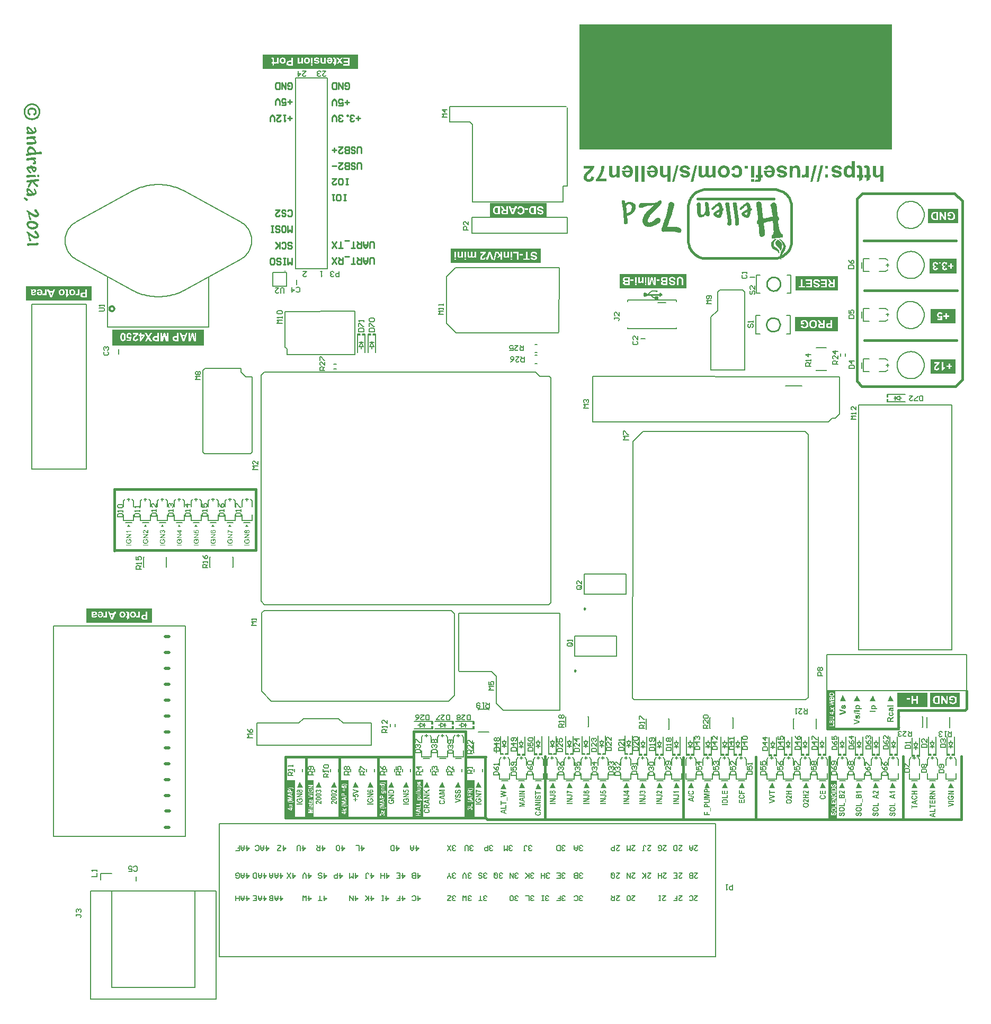
<source format=gto>
G04*
G04 #@! TF.GenerationSoftware,Altium Limited,Altium Designer,20.2.7 (254)*
G04*
G04 Layer_Color=65535*
%FSLAX25Y25*%
%MOIN*%
G70*
G04*
G04 #@! TF.SameCoordinates,A9B7F2BE-3737-4A3B-A59A-7B8716D397C9*
G04*
G04*
G04 #@! TF.FilePolarity,Positive*
G04*
G01*
G75*
%ADD10C,0.01750*%
%ADD11C,0.01000*%
%ADD12C,0.00748*%
%ADD13C,0.00984*%
%ADD14C,0.01575*%
%ADD15C,0.00300*%
%ADD16C,0.00787*%
%ADD17C,0.01181*%
%ADD18C,0.01968*%
%ADD19C,0.00500*%
%ADD20C,0.00669*%
%ADD21C,0.00591*%
%ADD22C,0.00800*%
%ADD23C,0.00945*%
%ADD24R,1.96850X0.78740*%
G36*
X215325Y592894D02*
X155541D01*
Y601968D01*
X215325D01*
Y592894D01*
D02*
G37*
G36*
X334239Y508465D02*
Y499305D01*
X298438D01*
Y508465D01*
X334239D01*
D02*
G37*
G36*
X467898Y509355D02*
X468071Y509321D01*
X468313Y509251D01*
X468520Y509148D01*
X468763Y509009D01*
X468970Y508802D01*
X469005Y508767D01*
X469039Y508698D01*
X469109Y508559D01*
X469212Y508386D01*
X469316Y508144D01*
X469385Y507867D01*
X469420Y507556D01*
X469455Y507210D01*
Y507141D01*
Y507072D01*
Y506968D01*
X469489Y506829D01*
Y506622D01*
X469524Y506380D01*
Y506034D01*
X469593Y505688D01*
X469628Y505238D01*
X469662Y504719D01*
X469732Y504131D01*
X469835Y503439D01*
X469905Y502677D01*
X470008Y501812D01*
X470147Y500844D01*
Y500809D01*
Y500774D01*
X470181Y500567D01*
X470216Y500290D01*
X470251Y499944D01*
X470285Y499563D01*
X470320Y499217D01*
X470354Y498906D01*
X470389Y498698D01*
X470424D01*
X470493Y498733D01*
X470666D01*
X470839Y498768D01*
X471115Y498837D01*
X471392Y498871D01*
X471738Y498941D01*
X472119Y499010D01*
X472534Y499114D01*
X473019Y499183D01*
X474022Y499425D01*
X475164Y499667D01*
X476375Y499979D01*
Y500013D01*
Y500117D01*
X476340Y500325D01*
X476305Y500636D01*
X476236Y501017D01*
X476167Y501570D01*
X476098Y502193D01*
X476084Y502342D01*
X475924Y502570D01*
X475803Y503086D01*
X475844Y503715D01*
X475857Y503744D01*
X475856Y503750D01*
X475786Y504234D01*
X475683Y504788D01*
X475613Y505307D01*
X475510Y505826D01*
X475406Y506276D01*
X475371Y506310D01*
X475233Y506345D01*
X475129Y506449D01*
X475025Y506553D01*
X474991Y506587D01*
X474956Y506656D01*
X474922Y506829D01*
Y507106D01*
Y507141D01*
Y507175D01*
X474956Y507279D01*
X475025Y507418D01*
X475129Y507556D01*
X475268Y507764D01*
X475441Y507971D01*
X475717Y508213D01*
X475752Y508248D01*
X475856Y508317D01*
X475994Y508421D01*
X476167Y508525D01*
X476582Y508732D01*
X476825Y508802D01*
X477032Y508836D01*
X477101D01*
X477309Y508802D01*
X477620Y508698D01*
X477966Y508490D01*
X478174Y508352D01*
X478347Y508144D01*
X478520Y507937D01*
X478658Y507660D01*
X478797Y507348D01*
X478900Y506968D01*
X479004Y506553D01*
X479039Y506068D01*
Y506034D01*
Y505861D01*
X479073Y505618D01*
X479108Y505272D01*
X479143Y504788D01*
X479177Y504165D01*
X479212Y503819D01*
X479247Y503439D01*
X479281Y502989D01*
X479316Y502539D01*
Y502504D01*
Y502435D01*
X479350Y502331D01*
Y502228D01*
X479385Y501882D01*
X479420Y501466D01*
X479454Y501051D01*
X479489Y500636D01*
X479523Y500290D01*
Y500186D01*
Y500082D01*
X479558D01*
X479696Y500013D01*
X479904Y499875D01*
X480008Y499771D01*
X480112Y499598D01*
Y499563D01*
X480146Y499494D01*
X480250Y499287D01*
X480388Y499010D01*
X480423Y498733D01*
Y498698D01*
Y498664D01*
X480388Y498456D01*
X480319Y498214D01*
X480215Y497937D01*
Y497903D01*
X480181Y497868D01*
X480077Y497730D01*
X479904Y497591D01*
X479662Y497487D01*
Y497453D01*
Y497418D01*
X479696Y497314D01*
Y497141D01*
X479731Y496899D01*
X479800Y496553D01*
X479869Y496173D01*
X479939Y495654D01*
Y495619D01*
X479973Y495515D01*
Y495377D01*
X480008Y495169D01*
X480077Y494892D01*
X480112Y494616D01*
X480215Y493958D01*
X480319Y493266D01*
X480359Y492864D01*
X480909Y491161D01*
X481538Y489919D01*
X481909Y489218D01*
X482353Y488928D01*
X482603Y488742D01*
X482659Y488662D01*
X482724Y488226D01*
X482764Y487654D01*
X482772Y487299D01*
X482668Y487106D01*
X482426Y486936D01*
X476435Y486226D01*
X476161Y486274D01*
X475911Y486459D01*
X475854Y486540D01*
X475781Y487330D01*
X475773Y487685D01*
X475798Y487822D01*
X475902Y488016D01*
X476467Y488411D01*
X476668Y489153D01*
X476958Y490798D01*
X476971Y491192D01*
X476963Y491225D01*
X476894Y491536D01*
X476859Y491882D01*
Y491917D01*
Y492021D01*
Y492194D01*
Y492436D01*
Y492713D01*
X476825Y493059D01*
Y493439D01*
X476790Y493820D01*
X476755Y494685D01*
X476686Y495550D01*
X476582Y496415D01*
X476444Y497211D01*
X476409D01*
X476271Y497176D01*
X476098Y497141D01*
X475821Y497107D01*
X475544Y497072D01*
X475164Y497003D01*
X474783Y496934D01*
X474368Y496830D01*
X473434Y496657D01*
X472500Y496415D01*
X471565Y496138D01*
X471150Y496000D01*
X470735Y495827D01*
Y495792D01*
Y495688D01*
X470770Y495481D01*
X470804Y495204D01*
X470839Y494823D01*
X470908Y494339D01*
X471012Y493751D01*
X471115Y493024D01*
Y492989D01*
X471150Y492886D01*
Y492747D01*
X471185Y492540D01*
X471219Y492332D01*
X471254Y492055D01*
X471358Y491432D01*
X471461Y490775D01*
X471531Y490118D01*
X471565Y489529D01*
X471600Y489253D01*
Y489045D01*
Y489010D01*
Y488907D01*
X471565Y488803D01*
X471531Y488630D01*
X471461Y488422D01*
X471358Y488215D01*
X471219Y488007D01*
X471012Y487799D01*
X470977Y487765D01*
X470908Y487696D01*
X470770Y487626D01*
X470597Y487523D01*
X470389Y487419D01*
X470147Y487315D01*
X469870Y487280D01*
X469593Y487246D01*
X469489D01*
X469351Y487280D01*
X469178D01*
X468832Y487419D01*
X468624Y487488D01*
X468451Y487626D01*
X468417D01*
X468382Y487696D01*
X468209Y487903D01*
X468036Y488249D01*
X468002Y488457D01*
X467967Y488699D01*
Y488734D01*
Y488907D01*
Y489045D01*
X467932Y489218D01*
Y489426D01*
Y489668D01*
X467898Y489979D01*
Y490291D01*
X467863Y490671D01*
X467829Y491121D01*
X467794Y491605D01*
X467725Y492159D01*
X467690Y492747D01*
X467621Y493405D01*
Y493474D01*
X467586Y493612D01*
Y493854D01*
X467552Y494131D01*
X467517Y494408D01*
Y494685D01*
X467483Y494892D01*
Y495065D01*
X467240Y495031D01*
X467171D01*
X467033Y495065D01*
X466825Y495204D01*
X466721Y495308D01*
X466617Y495446D01*
Y495481D01*
X466583Y495515D01*
X466444Y495723D01*
X466341Y496000D01*
X466306Y496380D01*
Y496415D01*
Y496449D01*
Y496553D01*
X466341Y496692D01*
X466444Y497072D01*
X466617Y497557D01*
Y497591D01*
X466652Y497660D01*
X466790Y497868D01*
X466963Y498110D01*
X467067Y498179D01*
X467171Y498214D01*
X467067Y500013D01*
Y500082D01*
X467033Y500221D01*
Y500359D01*
X466998Y500532D01*
X466963Y500740D01*
X466929Y500982D01*
X466894Y501259D01*
X466860Y501570D01*
X466825Y501916D01*
X466756Y502331D01*
X466687Y502747D01*
X466617Y503266D01*
X466548Y503785D01*
X466479Y504373D01*
Y504407D01*
X466444Y504511D01*
Y504684D01*
X466410Y504892D01*
X466375Y505134D01*
X466341Y505411D01*
X466237Y506034D01*
X466133Y506656D01*
X466064Y507245D01*
X466029Y507487D01*
Y507694D01*
X465995Y507867D01*
Y507971D01*
Y508006D01*
Y508075D01*
X466029Y508179D01*
X466064Y508317D01*
X466168Y508663D01*
X466306Y508836D01*
X466444Y509009D01*
X466479D01*
X466514Y509078D01*
X466617Y509113D01*
X466756Y509182D01*
X467102Y509321D01*
X467344Y509355D01*
X467586Y509390D01*
X467725D01*
X467898Y509355D01*
D02*
G37*
G36*
X480200Y485138D02*
X480644Y484847D01*
X481346Y484017D01*
X482023Y483050D01*
X482289Y482155D01*
X482201Y481251D01*
X482161Y480622D01*
X482015Y479800D01*
X481790Y478921D01*
X481604Y478671D01*
X481121Y478332D01*
X481112Y478687D01*
X480879Y479364D01*
X480201Y480332D01*
X479669Y480921D01*
X478975Y481396D01*
X478411Y482202D01*
X478088Y483178D01*
X478233Y484000D01*
X478547Y484581D01*
X478975Y485001D01*
X479539Y485396D01*
X480200Y485138D01*
D02*
G37*
G36*
X478765Y485815D02*
X477644Y484670D01*
X477072Y483428D01*
X477008Y482662D01*
X477105Y482009D01*
X477226Y481493D01*
X477564Y481009D01*
X478338Y480590D01*
X479088Y480033D01*
X479588Y479663D01*
X480064Y479155D01*
X480379Y478534D01*
X480556Y477937D01*
X480621Y477502D01*
X480605Y477010D01*
X480339Y476704D01*
X480194Y477082D01*
X479935Y477623D01*
X479484Y478268D01*
X478903Y478582D01*
X478186Y478921D01*
X477468Y479259D01*
X476750Y479598D01*
X476161Y480267D01*
X475823Y480751D01*
X475419Y481670D01*
X475427Y482516D01*
X475572Y483339D01*
X475911Y484057D01*
X476387Y484750D01*
X477757Y485710D01*
X478572Y485920D01*
X478765Y485815D01*
D02*
G37*
G36*
X481748Y485501D02*
X482861Y484598D01*
X483845Y483364D01*
X484273Y482582D01*
X484684Y481308D01*
X484604Y480050D01*
X484031Y478809D01*
X483403Y477647D01*
X482588Y476236D01*
X482145Y475325D01*
X481839Y474390D01*
X481645Y473293D01*
X481710Y472858D01*
X481299Y472930D01*
X481057Y473962D01*
X480903Y474696D01*
X481016Y475736D01*
X481314Y477026D01*
X481862Y478131D01*
X482515Y479429D01*
X483031Y480752D01*
X483072Y481381D01*
X482862Y482195D01*
X482515Y483034D01*
X482087Y483816D01*
X481354Y484864D01*
X480765Y485533D01*
X480583Y485706D01*
X480825Y485876D01*
X481748Y485501D01*
D02*
G37*
G36*
X592249Y473353D02*
Y464263D01*
X574995D01*
Y473353D01*
X592249D01*
D02*
G37*
G36*
X421982Y454817D02*
X380183D01*
Y463976D01*
X421982D01*
Y454817D01*
D02*
G37*
G36*
X517511Y462500D02*
Y453341D01*
X490757D01*
Y462500D01*
X517511D01*
D02*
G37*
G36*
X406747Y450885D02*
X405468Y449900D01*
Y451869D01*
X406747Y450885D01*
D02*
G37*
G36*
X404090Y447981D02*
X402613D01*
X402613Y449458D01*
X404090D01*
Y447981D01*
D02*
G37*
G36*
X517299Y436909D02*
Y427750D01*
X490575D01*
Y436909D01*
X517299D01*
D02*
G37*
G36*
X146394Y304817D02*
X144482D01*
X145438Y306637D01*
X146394Y304817D01*
D02*
G37*
G36*
X135764D02*
X133852D01*
X134808Y306637D01*
X135764Y304817D01*
D02*
G37*
G36*
X114504D02*
X112592D01*
X113548Y306637D01*
X114504Y304817D01*
D02*
G37*
G36*
X146250Y302853D02*
X146284Y302847D01*
X146325Y302841D01*
X146423Y302824D01*
X146532Y302783D01*
X146647Y302732D01*
X146711Y302697D01*
X146768Y302657D01*
X146826Y302611D01*
X146878Y302559D01*
X146883Y302553D01*
X146889Y302547D01*
X146901Y302530D01*
X146918Y302507D01*
X146941Y302472D01*
X146964Y302438D01*
X146987Y302398D01*
X147016Y302351D01*
X147068Y302242D01*
X147108Y302110D01*
X147143Y301960D01*
X147149Y301879D01*
X147154Y301793D01*
Y301747D01*
X147149Y301718D01*
Y301678D01*
X147137Y301631D01*
X147120Y301522D01*
X147085Y301401D01*
X147039Y301274D01*
X146970Y301148D01*
X146924Y301084D01*
X146878Y301027D01*
X146872Y301021D01*
X146866Y301015D01*
X146849Y300998D01*
X146826Y300981D01*
X146797Y300958D01*
X146768Y300935D01*
X146682Y300883D01*
X146578Y300825D01*
X146457Y300779D01*
X146319Y300745D01*
X146244Y300739D01*
X146163Y300733D01*
X146158D01*
X146152D01*
X146135D01*
X146112D01*
X146054Y300745D01*
X145985Y300756D01*
X145904Y300773D01*
X145812Y300802D01*
X145720Y300842D01*
X145634Y300900D01*
X145622Y300906D01*
X145593Y300929D01*
X145559Y300969D01*
X145513Y301015D01*
X145461Y301079D01*
X145415Y301148D01*
X145380Y301228D01*
X145378Y301238D01*
X145340Y301177D01*
X145311Y301130D01*
X145276Y301090D01*
X145236Y301050D01*
X145190Y301004D01*
X145138Y300969D01*
X145075Y300935D01*
X145011Y300900D01*
X144931Y300877D01*
X144850Y300866D01*
X144758Y300860D01*
X144752D01*
X144741D01*
X144723D01*
X144701Y300866D01*
X144631Y300871D01*
X144551Y300894D01*
X144453Y300923D01*
X144355Y300969D01*
X144251Y301032D01*
X144205Y301067D01*
X144159Y301113D01*
X144153Y301119D01*
X144148Y301125D01*
X144136Y301142D01*
X144119Y301159D01*
X144084Y301217D01*
X144038Y301297D01*
X143992Y301390D01*
X143957Y301505D01*
X143929Y301637D01*
X143917Y301787D01*
Y301827D01*
X143923Y301856D01*
Y301891D01*
X143929Y301937D01*
X143946Y302029D01*
X143981Y302138D01*
X144027Y302254D01*
X144084Y302363D01*
X144124Y302415D01*
X144171Y302467D01*
Y302472D01*
X144182Y302478D01*
X144217Y302507D01*
X144269Y302553D01*
X144338Y302599D01*
X144424Y302645D01*
X144528Y302691D01*
X144637Y302720D01*
X144701Y302732D01*
X144764D01*
X144770D01*
X144787D01*
X144810D01*
X144844Y302726D01*
X144885Y302720D01*
X144925Y302709D01*
X145029Y302674D01*
X145081Y302651D01*
X145138Y302622D01*
X145190Y302582D01*
X145242Y302542D01*
X145294Y302490D01*
X145340Y302426D01*
X145380Y302357D01*
X145389Y302336D01*
X145403Y302369D01*
X145426Y302409D01*
X145455Y302461D01*
X145490Y302513D01*
X145536Y302570D01*
X145588Y302622D01*
X145645Y302674D01*
X145709Y302726D01*
X145783Y302766D01*
X145870Y302807D01*
X145962Y302835D01*
X146066Y302853D01*
X146181Y302858D01*
X146187D01*
X146198D01*
X146221D01*
X146250Y302853D01*
D02*
G37*
G36*
X114199Y302864D02*
X114239Y302858D01*
X114285Y302853D01*
X114400Y302830D01*
X114527Y302795D01*
X114660Y302743D01*
X114729Y302709D01*
X114798Y302668D01*
X114867Y302617D01*
X114930Y302565D01*
X114936Y302559D01*
X114942Y302553D01*
X114959Y302536D01*
X114982Y302507D01*
X115005Y302478D01*
X115034Y302444D01*
X115069Y302398D01*
X115097Y302351D01*
X115126Y302294D01*
X115161Y302236D01*
X115213Y302098D01*
X115236Y302023D01*
X115247Y301943D01*
X115259Y301856D01*
X115264Y301764D01*
Y301724D01*
X115259Y301695D01*
Y301660D01*
X115253Y301620D01*
X115236Y301528D01*
X115207Y301413D01*
X115172Y301297D01*
X115115Y301177D01*
X115040Y301061D01*
X115034Y301056D01*
X115028Y301050D01*
X114994Y301015D01*
X114942Y300969D01*
X114861Y300911D01*
X114815Y300883D01*
X114763Y300848D01*
X114706Y300825D01*
X114637Y300796D01*
X114567Y300773D01*
X114493Y300756D01*
X114406Y300739D01*
X114320Y300727D01*
X114279Y301205D01*
X114285D01*
X114291D01*
X114308Y301211D01*
X114331Y301217D01*
X114389Y301228D01*
X114458Y301251D01*
X114533Y301274D01*
X114608Y301309D01*
X114677Y301349D01*
X114735Y301401D01*
X114740Y301407D01*
X114758Y301430D01*
X114775Y301459D01*
X114798Y301505D01*
X114827Y301557D01*
X114844Y301620D01*
X114861Y301689D01*
X114867Y301764D01*
Y301776D01*
X114861Y301810D01*
X114856Y301856D01*
X114844Y301920D01*
X114815Y301989D01*
X114781Y302058D01*
X114735Y302127D01*
X114665Y302196D01*
X114654Y302202D01*
X114631Y302225D01*
X114585Y302254D01*
X114527Y302282D01*
X114452Y302317D01*
X114366Y302340D01*
X114268Y302363D01*
X114159Y302369D01*
X114153D01*
X114147D01*
X114130D01*
X114107D01*
X114055Y302357D01*
X113986Y302346D01*
X113905Y302328D01*
X113830Y302294D01*
X113750Y302254D01*
X113681Y302196D01*
X113675Y302190D01*
X113652Y302167D01*
X113623Y302127D01*
X113588Y302075D01*
X113559Y302012D01*
X113531Y301937D01*
X113508Y301856D01*
X113502Y301758D01*
Y301724D01*
X113508Y301701D01*
X113519Y301643D01*
X113542Y301562D01*
X113577Y301476D01*
X113629Y301384D01*
X113663Y301343D01*
X113704Y301297D01*
X113755Y301257D01*
X113807Y301217D01*
X113755Y300791D01*
X112079Y301096D01*
Y302726D01*
X112534D01*
Y301470D01*
X113266Y301321D01*
X113260Y301332D01*
X113237Y301361D01*
X113208Y301407D01*
X113168Y301470D01*
X113133Y301551D01*
X113104Y301643D01*
X113082Y301747D01*
X113076Y301862D01*
Y301902D01*
X113082Y301931D01*
Y301966D01*
X113093Y302006D01*
X113110Y302104D01*
X113145Y302213D01*
X113197Y302328D01*
X113231Y302386D01*
X113266Y302449D01*
X113312Y302507D01*
X113364Y302565D01*
X113370Y302570D01*
X113375Y302576D01*
X113392Y302593D01*
X113416Y302611D01*
X113444Y302634D01*
X113479Y302663D01*
X113519Y302691D01*
X113565Y302720D01*
X113675Y302772D01*
X113802Y302824D01*
X113951Y302858D01*
X114032Y302864D01*
X114118Y302870D01*
X114124D01*
X114141D01*
X114164D01*
X114199Y302864D01*
D02*
G37*
G36*
X133702Y302841D02*
X133719Y302824D01*
X133748Y302801D01*
X133788Y302766D01*
X133834Y302732D01*
X133898Y302680D01*
X133961Y302628D01*
X134042Y302570D01*
X134128Y302513D01*
X134220Y302449D01*
X134324Y302380D01*
X134433Y302317D01*
X134549Y302248D01*
X134670Y302179D01*
X134802Y302115D01*
X134935Y302052D01*
X134940Y302046D01*
X134969Y302041D01*
X135010Y302023D01*
X135061Y302000D01*
X135125Y301971D01*
X135205Y301943D01*
X135298Y301914D01*
X135401Y301879D01*
X135511Y301845D01*
X135632Y301810D01*
X135758Y301781D01*
X135891Y301747D01*
X136029Y301718D01*
X136173Y301695D01*
X136323Y301678D01*
X136472Y301660D01*
Y301188D01*
X136467D01*
X136444D01*
X136403Y301194D01*
X136352D01*
X136294Y301200D01*
X136219Y301205D01*
X136133Y301217D01*
X136035Y301228D01*
X135931Y301246D01*
X135822Y301269D01*
X135701Y301292D01*
X135580Y301321D01*
X135447Y301355D01*
X135315Y301395D01*
X135177Y301441D01*
X135032Y301493D01*
X135021Y301499D01*
X134998Y301505D01*
X134958Y301522D01*
X134906Y301545D01*
X134842Y301580D01*
X134767Y301614D01*
X134681Y301655D01*
X134595Y301701D01*
X134393Y301816D01*
X134192Y301948D01*
X133984Y302098D01*
X133886Y302179D01*
X133794Y302265D01*
Y300756D01*
X133339D01*
Y302847D01*
X133696D01*
X133702Y302841D01*
D02*
G37*
G36*
X147102Y299736D02*
X144772Y298181D01*
X147102D01*
Y297703D01*
X143929D01*
Y298187D01*
X146259Y299748D01*
X143929D01*
Y300226D01*
X147102D01*
Y299736D01*
D02*
G37*
G36*
X136472D02*
X134142Y298181D01*
X136472D01*
Y297703D01*
X133299D01*
Y298187D01*
X135629Y299748D01*
X133299D01*
Y300226D01*
X136472D01*
Y299736D01*
D02*
G37*
G36*
X115213D02*
X112883Y298181D01*
X115213D01*
Y297703D01*
X112039D01*
Y298187D01*
X114369Y299748D01*
X112039D01*
Y300226D01*
X115213D01*
Y299736D01*
D02*
G37*
G36*
X146653Y297104D02*
X146670Y297081D01*
X146694Y297047D01*
X146728Y297001D01*
X146763Y296943D01*
X146809Y296880D01*
X146855Y296799D01*
X146901Y296712D01*
X146947Y296620D01*
X146993Y296517D01*
X147039Y296407D01*
X147074Y296292D01*
X147108Y296171D01*
X147131Y296044D01*
X147149Y295918D01*
X147154Y295785D01*
Y295751D01*
X147149Y295716D01*
Y295664D01*
X147143Y295601D01*
X147131Y295532D01*
X147120Y295451D01*
X147097Y295365D01*
X147074Y295272D01*
X147045Y295175D01*
X147010Y295077D01*
X146964Y294979D01*
X146918Y294881D01*
X146855Y294783D01*
X146791Y294691D01*
X146711Y294604D01*
X146705Y294599D01*
X146688Y294587D01*
X146665Y294564D01*
X146630Y294535D01*
X146584Y294501D01*
X146532Y294466D01*
X146469Y294426D01*
X146394Y294385D01*
X146319Y294339D01*
X146227Y294299D01*
X146129Y294265D01*
X146025Y294230D01*
X145910Y294201D01*
X145795Y294178D01*
X145662Y294167D01*
X145530Y294161D01*
X145524D01*
X145507D01*
X145484D01*
X145455Y294167D01*
X145415D01*
X145369Y294172D01*
X145317Y294178D01*
X145259Y294184D01*
X145127Y294207D01*
X144989Y294236D01*
X144839Y294282D01*
X144695Y294339D01*
X144689D01*
X144677Y294351D01*
X144660Y294357D01*
X144631Y294374D01*
X144597Y294391D01*
X144562Y294414D01*
X144476Y294478D01*
X144378Y294552D01*
X144280Y294645D01*
X144182Y294754D01*
X144096Y294881D01*
Y294887D01*
X144084Y294898D01*
X144073Y294915D01*
X144061Y294944D01*
X144044Y294979D01*
X144027Y295019D01*
X144009Y295071D01*
X143986Y295123D01*
X143963Y295186D01*
X143946Y295249D01*
X143911Y295399D01*
X143888Y295572D01*
X143877Y295756D01*
Y295808D01*
X143883Y295843D01*
Y295889D01*
X143888Y295941D01*
X143894Y296004D01*
X143906Y296067D01*
X143934Y296206D01*
X143981Y296350D01*
X144038Y296488D01*
X144119Y296620D01*
Y296626D01*
X144130Y296638D01*
X144142Y296649D01*
X144165Y296672D01*
X144188Y296701D01*
X144222Y296730D01*
X144257Y296764D01*
X144303Y296799D01*
X144349Y296833D01*
X144407Y296874D01*
X144464Y296908D01*
X144534Y296949D01*
X144608Y296977D01*
X144689Y297012D01*
X144775Y297041D01*
X144868Y297064D01*
X144983Y296615D01*
X144977D01*
X144966Y296609D01*
X144948Y296603D01*
X144925Y296597D01*
X144868Y296574D01*
X144787Y296540D01*
X144706Y296494D01*
X144626Y296442D01*
X144545Y296378D01*
X144476Y296304D01*
X144470Y296292D01*
X144453Y296263D01*
X144424Y296223D01*
X144395Y296160D01*
X144366Y296079D01*
X144338Y295987D01*
X144320Y295877D01*
X144315Y295756D01*
Y295705D01*
X144320Y295670D01*
X144326Y295624D01*
X144332Y295572D01*
X144355Y295457D01*
X144395Y295324D01*
X144418Y295255D01*
X144453Y295192D01*
X144493Y295123D01*
X144534Y295065D01*
X144585Y295002D01*
X144643Y294950D01*
X144649D01*
X144660Y294938D01*
X144677Y294927D01*
X144701Y294910D01*
X144735Y294887D01*
X144775Y294864D01*
X144822Y294841D01*
X144873Y294817D01*
X144931Y294789D01*
X144994Y294766D01*
X145069Y294743D01*
X145144Y294720D01*
X145311Y294691D01*
X145403Y294685D01*
X145501Y294679D01*
X145507D01*
X145518D01*
X145542D01*
X145570D01*
X145605Y294685D01*
X145645D01*
X145737Y294696D01*
X145847Y294708D01*
X145956Y294731D01*
X146071Y294766D01*
X146175Y294806D01*
X146187Y294812D01*
X146215Y294829D01*
X146262Y294864D01*
X146319Y294904D01*
X146382Y294962D01*
X146451Y295025D01*
X146509Y295106D01*
X146567Y295198D01*
Y295203D01*
X146572Y295209D01*
X146590Y295244D01*
X146607Y295296D01*
X146630Y295365D01*
X146659Y295451D01*
X146676Y295543D01*
X146694Y295653D01*
X146699Y295762D01*
Y295808D01*
X146694Y295843D01*
X146688Y295883D01*
X146682Y295929D01*
X146676Y295987D01*
X146665Y296044D01*
X146630Y296177D01*
X146572Y296321D01*
X146544Y296390D01*
X146503Y296465D01*
X146457Y296540D01*
X146405Y296615D01*
X145899D01*
Y295710D01*
X145443D01*
Y297110D01*
X146647D01*
X146653Y297104D01*
D02*
G37*
G36*
X136023D02*
X136040Y297081D01*
X136064Y297047D01*
X136098Y297001D01*
X136133Y296943D01*
X136179Y296880D01*
X136225Y296799D01*
X136271Y296712D01*
X136317Y296620D01*
X136363Y296517D01*
X136409Y296407D01*
X136444Y296292D01*
X136478Y296171D01*
X136501Y296044D01*
X136519Y295918D01*
X136524Y295785D01*
Y295751D01*
X136519Y295716D01*
Y295664D01*
X136513Y295601D01*
X136501Y295532D01*
X136490Y295451D01*
X136467Y295365D01*
X136444Y295272D01*
X136415Y295175D01*
X136380Y295077D01*
X136334Y294979D01*
X136288Y294881D01*
X136225Y294783D01*
X136161Y294691D01*
X136081Y294604D01*
X136075Y294599D01*
X136058Y294587D01*
X136035Y294564D01*
X136000Y294535D01*
X135954Y294501D01*
X135902Y294466D01*
X135839Y294426D01*
X135764Y294385D01*
X135689Y294339D01*
X135597Y294299D01*
X135499Y294265D01*
X135395Y294230D01*
X135280Y294201D01*
X135165Y294178D01*
X135032Y294167D01*
X134900Y294161D01*
X134894D01*
X134877D01*
X134854D01*
X134825Y294167D01*
X134785D01*
X134739Y294172D01*
X134687Y294178D01*
X134629Y294184D01*
X134497Y294207D01*
X134359Y294236D01*
X134209Y294282D01*
X134065Y294339D01*
X134059D01*
X134047Y294351D01*
X134030Y294357D01*
X134002Y294374D01*
X133967Y294391D01*
X133932Y294414D01*
X133846Y294478D01*
X133748Y294552D01*
X133650Y294645D01*
X133552Y294754D01*
X133466Y294881D01*
Y294887D01*
X133454Y294898D01*
X133443Y294915D01*
X133431Y294944D01*
X133414Y294979D01*
X133397Y295019D01*
X133379Y295071D01*
X133356Y295123D01*
X133333Y295186D01*
X133316Y295249D01*
X133282Y295399D01*
X133258Y295572D01*
X133247Y295756D01*
Y295808D01*
X133253Y295843D01*
Y295889D01*
X133258Y295941D01*
X133264Y296004D01*
X133276Y296067D01*
X133305Y296206D01*
X133351Y296350D01*
X133408Y296488D01*
X133489Y296620D01*
Y296626D01*
X133500Y296638D01*
X133512Y296649D01*
X133535Y296672D01*
X133558Y296701D01*
X133592Y296730D01*
X133627Y296764D01*
X133673Y296799D01*
X133719Y296833D01*
X133777Y296874D01*
X133834Y296908D01*
X133904Y296949D01*
X133978Y296977D01*
X134059Y297012D01*
X134145Y297041D01*
X134238Y297064D01*
X134353Y296615D01*
X134347D01*
X134335Y296609D01*
X134318Y296603D01*
X134295Y296597D01*
X134238Y296574D01*
X134157Y296540D01*
X134076Y296494D01*
X133996Y296442D01*
X133915Y296378D01*
X133846Y296304D01*
X133840Y296292D01*
X133823Y296263D01*
X133794Y296223D01*
X133765Y296160D01*
X133737Y296079D01*
X133708Y295987D01*
X133690Y295877D01*
X133685Y295756D01*
Y295705D01*
X133690Y295670D01*
X133696Y295624D01*
X133702Y295572D01*
X133725Y295457D01*
X133765Y295324D01*
X133788Y295255D01*
X133823Y295192D01*
X133863Y295123D01*
X133904Y295065D01*
X133955Y295002D01*
X134013Y294950D01*
X134019D01*
X134030Y294938D01*
X134047Y294927D01*
X134071Y294910D01*
X134105Y294887D01*
X134145Y294864D01*
X134192Y294841D01*
X134243Y294817D01*
X134301Y294789D01*
X134364Y294766D01*
X134439Y294743D01*
X134514Y294720D01*
X134681Y294691D01*
X134773Y294685D01*
X134871Y294679D01*
X134877D01*
X134889D01*
X134912D01*
X134940D01*
X134975Y294685D01*
X135015D01*
X135107Y294696D01*
X135217Y294708D01*
X135326Y294731D01*
X135442Y294766D01*
X135545Y294806D01*
X135557Y294812D01*
X135585Y294829D01*
X135632Y294864D01*
X135689Y294904D01*
X135752Y294962D01*
X135822Y295025D01*
X135879Y295106D01*
X135937Y295198D01*
Y295203D01*
X135943Y295209D01*
X135960Y295244D01*
X135977Y295296D01*
X136000Y295365D01*
X136029Y295451D01*
X136046Y295543D01*
X136064Y295653D01*
X136069Y295762D01*
Y295808D01*
X136064Y295843D01*
X136058Y295883D01*
X136052Y295929D01*
X136046Y295987D01*
X136035Y296044D01*
X136000Y296177D01*
X135943Y296321D01*
X135914Y296390D01*
X135873Y296465D01*
X135827Y296540D01*
X135775Y296615D01*
X135269D01*
Y295710D01*
X134814D01*
Y297110D01*
X136018D01*
X136023Y297104D01*
D02*
G37*
G36*
X114763D02*
X114781Y297081D01*
X114804Y297047D01*
X114838Y297001D01*
X114873Y296943D01*
X114919Y296880D01*
X114965Y296799D01*
X115011Y296712D01*
X115057Y296620D01*
X115103Y296517D01*
X115149Y296407D01*
X115184Y296292D01*
X115218Y296171D01*
X115242Y296044D01*
X115259Y295918D01*
X115264Y295785D01*
Y295751D01*
X115259Y295716D01*
Y295664D01*
X115253Y295601D01*
X115242Y295532D01*
X115230Y295451D01*
X115207Y295365D01*
X115184Y295272D01*
X115155Y295175D01*
X115120Y295077D01*
X115074Y294979D01*
X115028Y294881D01*
X114965Y294783D01*
X114902Y294691D01*
X114821Y294604D01*
X114815Y294599D01*
X114798Y294587D01*
X114775Y294564D01*
X114740Y294535D01*
X114694Y294501D01*
X114642Y294466D01*
X114579Y294426D01*
X114504Y294385D01*
X114429Y294339D01*
X114337Y294299D01*
X114239Y294265D01*
X114136Y294230D01*
X114020Y294201D01*
X113905Y294178D01*
X113773Y294167D01*
X113640Y294161D01*
X113634D01*
X113617D01*
X113594D01*
X113565Y294167D01*
X113525D01*
X113479Y294172D01*
X113427Y294178D01*
X113370Y294184D01*
X113237Y294207D01*
X113099Y294236D01*
X112949Y294282D01*
X112805Y294339D01*
X112799D01*
X112788Y294351D01*
X112770Y294357D01*
X112742Y294374D01*
X112707Y294391D01*
X112672Y294414D01*
X112586Y294478D01*
X112488Y294552D01*
X112390Y294645D01*
X112292Y294754D01*
X112206Y294881D01*
Y294887D01*
X112194Y294898D01*
X112183Y294915D01*
X112171Y294944D01*
X112154Y294979D01*
X112137Y295019D01*
X112119Y295071D01*
X112097Y295123D01*
X112074Y295186D01*
X112056Y295249D01*
X112022Y295399D01*
X111999Y295572D01*
X111987Y295756D01*
Y295808D01*
X111993Y295843D01*
Y295889D01*
X111999Y295941D01*
X112004Y296004D01*
X112016Y296067D01*
X112045Y296206D01*
X112091Y296350D01*
X112148Y296488D01*
X112229Y296620D01*
Y296626D01*
X112241Y296638D01*
X112252Y296649D01*
X112275Y296672D01*
X112298Y296701D01*
X112333Y296730D01*
X112367Y296764D01*
X112413Y296799D01*
X112459Y296833D01*
X112517Y296874D01*
X112575Y296908D01*
X112644Y296949D01*
X112719Y296977D01*
X112799Y297012D01*
X112886Y297041D01*
X112978Y297064D01*
X113093Y296615D01*
X113087D01*
X113076Y296609D01*
X113058Y296603D01*
X113035Y296597D01*
X112978Y296574D01*
X112897Y296540D01*
X112817Y296494D01*
X112736Y296442D01*
X112655Y296378D01*
X112586Y296304D01*
X112580Y296292D01*
X112563Y296263D01*
X112534Y296223D01*
X112505Y296160D01*
X112477Y296079D01*
X112448Y295987D01*
X112431Y295877D01*
X112425Y295756D01*
Y295705D01*
X112431Y295670D01*
X112436Y295624D01*
X112442Y295572D01*
X112465Y295457D01*
X112505Y295324D01*
X112529Y295255D01*
X112563Y295192D01*
X112603Y295123D01*
X112644Y295065D01*
X112696Y295002D01*
X112753Y294950D01*
X112759D01*
X112770Y294938D01*
X112788Y294927D01*
X112811Y294910D01*
X112845Y294887D01*
X112886Y294864D01*
X112932Y294841D01*
X112984Y294817D01*
X113041Y294789D01*
X113104Y294766D01*
X113179Y294743D01*
X113254Y294720D01*
X113421Y294691D01*
X113514Y294685D01*
X113611Y294679D01*
X113617D01*
X113629D01*
X113652D01*
X113681D01*
X113715Y294685D01*
X113755D01*
X113847Y294696D01*
X113957Y294708D01*
X114066Y294731D01*
X114182Y294766D01*
X114285Y294806D01*
X114297Y294812D01*
X114326Y294829D01*
X114372Y294864D01*
X114429Y294904D01*
X114493Y294962D01*
X114562Y295025D01*
X114619Y295106D01*
X114677Y295198D01*
Y295203D01*
X114683Y295209D01*
X114700Y295244D01*
X114717Y295296D01*
X114740Y295365D01*
X114769Y295451D01*
X114786Y295543D01*
X114804Y295653D01*
X114810Y295762D01*
Y295808D01*
X114804Y295843D01*
X114798Y295883D01*
X114792Y295929D01*
X114786Y295987D01*
X114775Y296044D01*
X114740Y296177D01*
X114683Y296321D01*
X114654Y296390D01*
X114614Y296465D01*
X114567Y296540D01*
X114516Y296615D01*
X114009D01*
Y295710D01*
X113554D01*
Y297110D01*
X114758D01*
X114763Y297104D01*
D02*
G37*
G36*
X147102Y293107D02*
X143929D01*
Y293608D01*
X147102D01*
Y293107D01*
D02*
G37*
G36*
X136472D02*
X133299D01*
Y293608D01*
X136472D01*
Y293107D01*
D02*
G37*
G36*
X115213D02*
X112039D01*
Y293608D01*
X115213D01*
Y293107D01*
D02*
G37*
G36*
X522441Y195272D02*
X518714D01*
X520580Y199016D01*
X522441Y195272D01*
D02*
G37*
G36*
X531310Y195164D02*
X527583D01*
X529450Y198908D01*
X531310Y195164D01*
D02*
G37*
G36*
X573717Y191333D02*
X554827D01*
Y200492D01*
X573717D01*
Y191333D01*
D02*
G37*
G36*
X521583Y192801D02*
X521611Y192795D01*
X521652Y192789D01*
X521738Y192766D01*
X521842Y192732D01*
X521951Y192674D01*
X522003Y192640D01*
X522061Y192593D01*
X522113Y192547D01*
X522164Y192490D01*
Y192484D01*
X522176Y192478D01*
X522187Y192455D01*
X522205Y192432D01*
X522228Y192397D01*
X522251Y192357D01*
X522274Y192311D01*
X522297Y192259D01*
X522326Y192196D01*
X522349Y192127D01*
X522372Y192052D01*
X522395Y191965D01*
X522412Y191879D01*
X522424Y191781D01*
X522429Y191672D01*
X522435Y191562D01*
Y191510D01*
X522429Y191470D01*
Y191424D01*
X522424Y191367D01*
X522418Y191309D01*
X522406Y191240D01*
X522377Y191102D01*
X522343Y190952D01*
X522285Y190808D01*
X522210Y190675D01*
Y190670D01*
X522199Y190664D01*
X522187Y190647D01*
X522170Y190623D01*
X522118Y190566D01*
X522049Y190503D01*
X521963Y190433D01*
X521853Y190364D01*
X521732Y190301D01*
X521594Y190255D01*
X521485Y190981D01*
X521496D01*
X521519Y190992D01*
X521560Y191004D01*
X521606Y191021D01*
X521658Y191044D01*
X521709Y191078D01*
X521761Y191119D01*
X521807Y191165D01*
X521813Y191171D01*
X521825Y191194D01*
X521842Y191223D01*
X521859Y191269D01*
X521876Y191326D01*
X521894Y191395D01*
X521905Y191470D01*
X521911Y191562D01*
Y191608D01*
X521905Y191660D01*
X521899Y191718D01*
X521888Y191787D01*
X521871Y191856D01*
X521848Y191925D01*
X521813Y191983D01*
X521807Y191989D01*
X521802Y192000D01*
X521784Y192012D01*
X521761Y192035D01*
X521698Y192063D01*
X521658Y192075D01*
X521617Y192081D01*
X521611D01*
X521600D01*
X521565Y192075D01*
X521525Y192058D01*
X521479Y192029D01*
X521467Y192017D01*
X521462Y192000D01*
X521444Y191977D01*
X521433Y191943D01*
X521416Y191902D01*
X521398Y191845D01*
X521381Y191781D01*
Y191770D01*
X521370Y191741D01*
X521364Y191701D01*
X521346Y191643D01*
X521329Y191574D01*
X521312Y191493D01*
X521289Y191407D01*
X521266Y191315D01*
X521214Y191125D01*
X521185Y191032D01*
X521151Y190940D01*
X521122Y190860D01*
X521093Y190785D01*
X521058Y190721D01*
X521030Y190670D01*
Y190664D01*
X521018Y190658D01*
X520989Y190618D01*
X520937Y190566D01*
X520868Y190508D01*
X520782Y190451D01*
X520673Y190399D01*
X520552Y190358D01*
X520482Y190353D01*
X520413Y190347D01*
X520408D01*
X520396D01*
X520379D01*
X520356Y190353D01*
X520287Y190364D01*
X520206Y190382D01*
X520108Y190416D01*
X520010Y190462D01*
X519906Y190531D01*
X519860Y190577D01*
X519814Y190623D01*
X519808Y190629D01*
X519803Y190635D01*
X519791Y190652D01*
X519774Y190675D01*
X519757Y190710D01*
X519734Y190744D01*
X519711Y190790D01*
X519688Y190837D01*
X519664Y190894D01*
X519647Y190963D01*
X519624Y191032D01*
X519607Y191113D01*
X519590Y191200D01*
X519578Y191292D01*
X519567Y191390D01*
Y191591D01*
X519572Y191637D01*
X519578Y191695D01*
X519590Y191816D01*
X519613Y191948D01*
X519641Y192092D01*
X519688Y192219D01*
X519716Y192282D01*
X519751Y192334D01*
Y192340D01*
X519757Y192346D01*
X519785Y192380D01*
X519826Y192426D01*
X519889Y192484D01*
X519964Y192547D01*
X520056Y192611D01*
X520160Y192668D01*
X520287Y192714D01*
X520413Y192029D01*
X520408D01*
X520390Y192017D01*
X520362Y192006D01*
X520327Y191989D01*
X520287Y191965D01*
X520246Y191937D01*
X520206Y191902D01*
X520171Y191856D01*
X520166Y191850D01*
X520160Y191833D01*
X520143Y191804D01*
X520125Y191770D01*
X520114Y191718D01*
X520096Y191660D01*
X520091Y191591D01*
X520085Y191510D01*
Y191464D01*
X520091Y191413D01*
X520096Y191349D01*
X520120Y191217D01*
X520137Y191153D01*
X520166Y191102D01*
Y191096D01*
X520177Y191090D01*
X520206Y191061D01*
X520252Y191032D01*
X520281Y191027D01*
X520315Y191021D01*
X520321D01*
X520327D01*
X520362Y191032D01*
X520408Y191050D01*
X520425Y191067D01*
X520448Y191090D01*
X520454Y191096D01*
X520459Y191113D01*
X520477Y191153D01*
X520488Y191176D01*
X520500Y191211D01*
X520517Y191251D01*
X520529Y191297D01*
X520546Y191355D01*
X520569Y191418D01*
X520586Y191487D01*
X520609Y191568D01*
X520632Y191660D01*
X520655Y191764D01*
Y191770D01*
X520661Y191787D01*
X520667Y191822D01*
X520678Y191856D01*
X520690Y191908D01*
X520707Y191960D01*
X520742Y192087D01*
X520788Y192219D01*
X520845Y192351D01*
X520909Y192472D01*
X520943Y192530D01*
X520978Y192576D01*
X520989Y192588D01*
X521012Y192611D01*
X521058Y192651D01*
X521116Y192691D01*
X521191Y192732D01*
X521289Y192772D01*
X521392Y192795D01*
X521519Y192806D01*
X521525D01*
X521536D01*
X521554D01*
X521583Y192801D01*
D02*
G37*
G36*
X529974Y192756D02*
X530031Y192750D01*
X530095Y192745D01*
X530170Y192733D01*
X530250Y192722D01*
X530417Y192681D01*
X530509Y192652D01*
X530596Y192618D01*
X530682Y192578D01*
X530769Y192537D01*
X530849Y192480D01*
X530924Y192422D01*
X530930Y192416D01*
X530941Y192405D01*
X530959Y192387D01*
X530982Y192365D01*
X531010Y192330D01*
X531045Y192290D01*
X531080Y192244D01*
X531114Y192198D01*
X531183Y192077D01*
X531247Y191938D01*
X531270Y191863D01*
X531287Y191783D01*
X531298Y191696D01*
X531304Y191610D01*
Y191570D01*
X531298Y191529D01*
X531293Y191477D01*
X531281Y191414D01*
X531270Y191345D01*
X531247Y191270D01*
X531218Y191201D01*
X531212Y191195D01*
X531201Y191166D01*
X531178Y191132D01*
X531143Y191086D01*
X531103Y191028D01*
X531045Y190959D01*
X530982Y190890D01*
X530907Y190815D01*
X532283D01*
Y190089D01*
X528493D01*
Y190763D01*
X528897D01*
X528885Y190769D01*
X528862Y190786D01*
X528827Y190815D01*
X528781Y190855D01*
X528730Y190907D01*
X528672Y190965D01*
X528620Y191034D01*
X528568Y191115D01*
X528562Y191126D01*
X528545Y191155D01*
X528528Y191201D01*
X528499Y191264D01*
X528476Y191333D01*
X528459Y191420D01*
X528442Y191518D01*
X528436Y191616D01*
Y191662D01*
X528442Y191696D01*
X528447Y191737D01*
X528453Y191783D01*
X528482Y191898D01*
X528528Y192025D01*
X528557Y192094D01*
X528597Y192163D01*
X528637Y192226D01*
X528689Y192295D01*
X528747Y192365D01*
X528816Y192428D01*
X528822Y192434D01*
X528833Y192445D01*
X528856Y192457D01*
X528885Y192480D01*
X528925Y192503D01*
X528971Y192532D01*
X529023Y192566D01*
X529087Y192595D01*
X529156Y192624D01*
X529237Y192658D01*
X529323Y192687D01*
X529415Y192710D01*
X529513Y192733D01*
X529622Y192750D01*
X529738Y192756D01*
X529858Y192762D01*
X529864D01*
X529887D01*
X529922D01*
X529974Y192756D01*
D02*
G37*
G36*
X531235Y188626D02*
X527451D01*
Y189392D01*
X531235D01*
Y188626D01*
D02*
G37*
G36*
X531298Y187325D02*
Y186789D01*
X527388Y187722D01*
Y188269D01*
X531298Y187325D01*
D02*
G37*
G36*
X522366Y188780D02*
Y187957D01*
X518582Y186603D01*
Y187427D01*
X521381Y188389D01*
X518582Y189310D01*
Y190128D01*
X522366Y188780D01*
D02*
G37*
G36*
X530452Y186530D02*
X530481Y186524D01*
X530521Y186518D01*
X530607Y186495D01*
X530711Y186460D01*
X530821Y186403D01*
X530872Y186368D01*
X530930Y186322D01*
X530982Y186276D01*
X531034Y186219D01*
Y186213D01*
X531045Y186207D01*
X531057Y186184D01*
X531074Y186161D01*
X531097Y186126D01*
X531120Y186086D01*
X531143Y186040D01*
X531166Y185988D01*
X531195Y185925D01*
X531218Y185856D01*
X531241Y185781D01*
X531264Y185694D01*
X531281Y185608D01*
X531293Y185510D01*
X531298Y185401D01*
X531304Y185291D01*
Y185239D01*
X531298Y185199D01*
Y185153D01*
X531293Y185095D01*
X531287Y185038D01*
X531276Y184969D01*
X531247Y184830D01*
X531212Y184681D01*
X531154Y184537D01*
X531080Y184404D01*
Y184398D01*
X531068Y184393D01*
X531057Y184375D01*
X531039Y184352D01*
X530988Y184295D01*
X530918Y184231D01*
X530832Y184162D01*
X530723Y184093D01*
X530602Y184030D01*
X530463Y183984D01*
X530354Y184709D01*
X530365D01*
X530388Y184721D01*
X530429Y184732D01*
X530475Y184750D01*
X530527Y184773D01*
X530579Y184807D01*
X530630Y184848D01*
X530677Y184894D01*
X530682Y184899D01*
X530694Y184923D01*
X530711Y184951D01*
X530728Y184997D01*
X530746Y185055D01*
X530763Y185124D01*
X530774Y185199D01*
X530780Y185291D01*
Y185337D01*
X530774Y185389D01*
X530769Y185447D01*
X530757Y185516D01*
X530740Y185585D01*
X530717Y185654D01*
X530682Y185712D01*
X530677Y185717D01*
X530671Y185729D01*
X530653Y185740D01*
X530630Y185764D01*
X530567Y185792D01*
X530527Y185804D01*
X530486Y185810D01*
X530481D01*
X530469D01*
X530435Y185804D01*
X530394Y185787D01*
X530348Y185758D01*
X530337Y185746D01*
X530331Y185729D01*
X530314Y185706D01*
X530302Y185671D01*
X530285Y185631D01*
X530267Y185573D01*
X530250Y185510D01*
Y185499D01*
X530239Y185470D01*
X530233Y185429D01*
X530216Y185372D01*
X530198Y185303D01*
X530181Y185222D01*
X530158Y185136D01*
X530135Y185044D01*
X530083Y184853D01*
X530054Y184761D01*
X530020Y184669D01*
X529991Y184589D01*
X529962Y184514D01*
X529928Y184450D01*
X529899Y184398D01*
Y184393D01*
X529887Y184387D01*
X529858Y184347D01*
X529807Y184295D01*
X529738Y184237D01*
X529651Y184179D01*
X529542Y184128D01*
X529421Y184087D01*
X529352Y184082D01*
X529283Y184076D01*
X529277D01*
X529265D01*
X529248D01*
X529225Y184082D01*
X529156Y184093D01*
X529075Y184110D01*
X528977Y184145D01*
X528879Y184191D01*
X528776Y184260D01*
X528730Y184306D01*
X528684Y184352D01*
X528678Y184358D01*
X528672Y184364D01*
X528660Y184381D01*
X528643Y184404D01*
X528626Y184439D01*
X528603Y184473D01*
X528580Y184519D01*
X528557Y184565D01*
X528534Y184623D01*
X528516Y184692D01*
X528493Y184761D01*
X528476Y184842D01*
X528459Y184928D01*
X528447Y185020D01*
X528436Y185118D01*
Y185320D01*
X528442Y185366D01*
X528447Y185424D01*
X528459Y185545D01*
X528482Y185677D01*
X528511Y185821D01*
X528557Y185948D01*
X528586Y186011D01*
X528620Y186063D01*
Y186069D01*
X528626Y186075D01*
X528655Y186109D01*
X528695Y186155D01*
X528758Y186213D01*
X528833Y186276D01*
X528925Y186339D01*
X529029Y186397D01*
X529156Y186443D01*
X529283Y185758D01*
X529277D01*
X529259Y185746D01*
X529231Y185735D01*
X529196Y185717D01*
X529156Y185694D01*
X529115Y185666D01*
X529075Y185631D01*
X529041Y185585D01*
X529035Y185579D01*
X529029Y185562D01*
X529012Y185533D01*
X528995Y185499D01*
X528983Y185447D01*
X528966Y185389D01*
X528960Y185320D01*
X528954Y185239D01*
Y185193D01*
X528960Y185142D01*
X528966Y185078D01*
X528989Y184946D01*
X529006Y184882D01*
X529035Y184830D01*
Y184825D01*
X529046Y184819D01*
X529075Y184790D01*
X529121Y184761D01*
X529150Y184756D01*
X529185Y184750D01*
X529190D01*
X529196D01*
X529231Y184761D01*
X529277Y184779D01*
X529294Y184796D01*
X529317Y184819D01*
X529323Y184825D01*
X529329Y184842D01*
X529346Y184882D01*
X529357Y184905D01*
X529369Y184940D01*
X529386Y184980D01*
X529398Y185026D01*
X529415Y185084D01*
X529438Y185147D01*
X529455Y185216D01*
X529478Y185297D01*
X529501Y185389D01*
X529525Y185493D01*
Y185499D01*
X529530Y185516D01*
X529536Y185550D01*
X529548Y185585D01*
X529559Y185637D01*
X529576Y185689D01*
X529611Y185815D01*
X529657Y185948D01*
X529714Y186080D01*
X529778Y186201D01*
X529812Y186259D01*
X529847Y186305D01*
X529858Y186317D01*
X529882Y186339D01*
X529928Y186380D01*
X529985Y186420D01*
X530060Y186460D01*
X530158Y186501D01*
X530262Y186524D01*
X530388Y186535D01*
X530394D01*
X530406D01*
X530423D01*
X530452Y186530D01*
D02*
G37*
G36*
X531235Y182509D02*
Y181685D01*
X527451Y180332D01*
Y181156D01*
X530250Y182117D01*
X527451Y183039D01*
Y183857D01*
X531235Y182509D01*
D02*
G37*
G36*
X270188Y140935D02*
X266548D01*
X268368Y144587D01*
X270188Y140935D01*
D02*
G37*
G36*
X260585D02*
X256945D01*
X258765Y144587D01*
X260585Y140935D01*
D02*
G37*
G36*
X578771Y140443D02*
X575130D01*
X576950Y144095D01*
X578771Y140443D01*
D02*
G37*
G36*
X567413Y140344D02*
X563772D01*
X565592Y143996D01*
X567413Y140344D01*
D02*
G37*
G36*
X396369Y140344D02*
X392729D01*
X394549Y143996D01*
X396369Y140344D01*
D02*
G37*
G36*
X458771Y140344D02*
X455130D01*
X456951Y143996D01*
X458771Y140344D01*
D02*
G37*
G36*
X448141D02*
X444500D01*
X446321Y143996D01*
X448141Y140344D01*
D02*
G37*
G36*
X521783Y140344D02*
X518143D01*
X519963Y143996D01*
X521783Y140344D01*
D02*
G37*
G36*
X361034Y140344D02*
X357394D01*
X359214Y143996D01*
X361034Y140344D01*
D02*
G37*
G36*
X350405D02*
X346764D01*
X348584Y143996D01*
X350405Y140344D01*
D02*
G37*
G36*
X532413Y140344D02*
X528773D01*
X530593Y143996D01*
X532413Y140344D01*
D02*
G37*
G36*
X488495Y140344D02*
X484855D01*
X486675Y143996D01*
X488495Y140344D01*
D02*
G37*
G36*
X590385Y140325D02*
X586744D01*
X588565Y143976D01*
X590385Y140325D01*
D02*
G37*
G36*
X308791Y139950D02*
X305151D01*
X306971Y143602D01*
X308791Y139950D01*
D02*
G37*
G36*
X330621Y139950D02*
X326981D01*
X328801Y143602D01*
X330621Y139950D01*
D02*
G37*
G36*
X260510Y138965D02*
X258776Y138135D01*
X259393Y137640D01*
X260510D01*
Y137030D01*
X256818D01*
Y137640D01*
X258460D01*
X256818Y138879D01*
Y139702D01*
X258252Y138562D01*
X260510Y139760D01*
Y138965D01*
D02*
G37*
G36*
X395281Y138985D02*
X395321Y138979D01*
X395373Y138973D01*
X395430Y138968D01*
X395488Y138950D01*
X395620Y138916D01*
X395759Y138864D01*
X395828Y138830D01*
X395897Y138789D01*
X395966Y138737D01*
X396029Y138686D01*
X396035Y138680D01*
X396041Y138674D01*
X396058Y138657D01*
X396081Y138634D01*
X396104Y138605D01*
X396133Y138570D01*
X396191Y138484D01*
X396254Y138380D01*
X396306Y138259D01*
X396329Y138190D01*
X396346Y138121D01*
X396352Y138046D01*
X396358Y137971D01*
Y137931D01*
X396352Y137902D01*
Y137868D01*
X396340Y137827D01*
X396323Y137735D01*
X396289Y137626D01*
X396242Y137516D01*
X396173Y137401D01*
X396127Y137343D01*
X396081Y137292D01*
X396075Y137286D01*
X396070Y137280D01*
X396052Y137268D01*
X396029Y137246D01*
X396001Y137228D01*
X395966Y137199D01*
X395926Y137176D01*
X395880Y137148D01*
X395770Y137096D01*
X395638Y137044D01*
X395482Y136998D01*
X395309Y136975D01*
X395234Y137545D01*
X395246D01*
X395281Y137551D01*
X395327Y137557D01*
X395384Y137568D01*
X395448Y137585D01*
X395517Y137608D01*
X395580Y137643D01*
X395638Y137683D01*
X395643Y137689D01*
X395661Y137706D01*
X395678Y137729D01*
X395701Y137764D01*
X395730Y137804D01*
X395747Y137856D01*
X395764Y137908D01*
X395770Y137966D01*
Y137994D01*
X395759Y138029D01*
X395747Y138069D01*
X395730Y138115D01*
X395701Y138167D01*
X395661Y138219D01*
X395609Y138265D01*
X395603Y138271D01*
X395580Y138282D01*
X395540Y138305D01*
X395494Y138328D01*
X395425Y138351D01*
X395350Y138374D01*
X395257Y138386D01*
X395154Y138392D01*
X395148D01*
X395142D01*
X395108D01*
X395062Y138386D01*
X395004Y138374D01*
X394935Y138363D01*
X394866Y138340D01*
X394797Y138311D01*
X394733Y138271D01*
X394728Y138265D01*
X394710Y138248D01*
X394682Y138225D01*
X394653Y138190D01*
X394630Y138150D01*
X394601Y138104D01*
X394584Y138046D01*
X394578Y137983D01*
Y137942D01*
X394584Y137908D01*
X394589Y137873D01*
X394601Y137827D01*
X394635Y137724D01*
X394054Y137781D01*
Y137816D01*
X394048Y137862D01*
X394042Y137908D01*
X394025Y137966D01*
X394008Y138029D01*
X393973Y138086D01*
X393933Y138138D01*
X393927Y138144D01*
X393910Y138161D01*
X393881Y138179D01*
X393841Y138207D01*
X393789Y138230D01*
X393731Y138248D01*
X393662Y138265D01*
X393581Y138271D01*
X393570D01*
X393547D01*
X393512Y138265D01*
X393472Y138259D01*
X393420Y138248D01*
X393368Y138230D01*
X393322Y138207D01*
X393276Y138173D01*
X393270Y138167D01*
X393259Y138155D01*
X393242Y138138D01*
X393218Y138110D01*
X393201Y138075D01*
X393184Y138035D01*
X393172Y137983D01*
X393167Y137931D01*
Y137908D01*
X393172Y137879D01*
X393184Y137845D01*
X393195Y137804D01*
X393218Y137764D01*
X393253Y137718D01*
X393293Y137678D01*
X393299Y137672D01*
X393316Y137660D01*
X393345Y137643D01*
X393386Y137620D01*
X393437Y137597D01*
X393501Y137580D01*
X393576Y137562D01*
X393662Y137551D01*
X393553Y137015D01*
X393547D01*
X393530Y137021D01*
X393507Y137027D01*
X393472Y137032D01*
X393426Y137044D01*
X393380Y137055D01*
X393270Y137084D01*
X393149Y137130D01*
X393028Y137188D01*
X392913Y137257D01*
X392861Y137292D01*
X392815Y137338D01*
X392804Y137349D01*
X392781Y137384D01*
X392740Y137435D01*
X392700Y137505D01*
X392660Y137597D01*
X392619Y137700D01*
X392596Y137821D01*
X392585Y137954D01*
Y137994D01*
X392591Y138023D01*
X392596Y138058D01*
X392602Y138098D01*
X392619Y138190D01*
X392660Y138300D01*
X392712Y138409D01*
X392746Y138461D01*
X392787Y138513D01*
X392833Y138565D01*
X392884Y138611D01*
X392890Y138616D01*
X392896Y138622D01*
X392913Y138634D01*
X392936Y138651D01*
X392994Y138691D01*
X393074Y138737D01*
X393172Y138778D01*
X393282Y138818D01*
X393403Y138847D01*
X393466Y138858D01*
X393535D01*
X393547D01*
X393576D01*
X393622Y138853D01*
X393679Y138847D01*
X393748Y138830D01*
X393823Y138812D01*
X393898Y138783D01*
X393973Y138743D01*
X393979Y138737D01*
X394008Y138720D01*
X394042Y138697D01*
X394088Y138662D01*
X394140Y138616D01*
X394198Y138559D01*
X394255Y138490D01*
X394313Y138415D01*
Y138420D01*
X394319Y138426D01*
X394324Y138455D01*
X394347Y138501D01*
X394376Y138565D01*
X394417Y138628D01*
X394468Y138697D01*
X394532Y138766D01*
X394612Y138830D01*
X394624Y138835D01*
X394653Y138853D01*
X394705Y138881D01*
X394774Y138910D01*
X394854Y138939D01*
X394952Y138968D01*
X395067Y138985D01*
X395194Y138991D01*
X395200D01*
X395217D01*
X395240D01*
X395281Y138985D01*
D02*
G37*
G36*
X521708Y136917D02*
X521703D01*
X521691D01*
X521674Y136923D01*
X521645D01*
X521610Y136929D01*
X521576Y136934D01*
X521484Y136952D01*
X521374Y136980D01*
X521253Y137009D01*
X521132Y137055D01*
X521006Y137113D01*
X521000D01*
X520988Y137119D01*
X520971Y137130D01*
X520942Y137147D01*
X520908Y137171D01*
X520867Y137194D01*
X520821Y137222D01*
X520770Y137263D01*
X520706Y137303D01*
X520637Y137349D01*
X520568Y137401D01*
X520487Y137464D01*
X520401Y137528D01*
X520315Y137602D01*
X520217Y137683D01*
X520119Y137770D01*
X520113Y137775D01*
X520101Y137787D01*
X520078Y137804D01*
X520049Y137833D01*
X520015Y137862D01*
X519975Y137896D01*
X519882Y137971D01*
X519785Y138052D01*
X519687Y138127D01*
X519600Y138196D01*
X519560Y138219D01*
X519531Y138242D01*
X519520Y138248D01*
X519491Y138265D01*
X519451Y138282D01*
X519387Y138311D01*
X519324Y138334D01*
X519243Y138351D01*
X519163Y138369D01*
X519076Y138374D01*
X519065D01*
X519036D01*
X518996Y138369D01*
X518938Y138363D01*
X518880Y138346D01*
X518823Y138328D01*
X518765Y138300D01*
X518713Y138259D01*
X518708Y138253D01*
X518696Y138242D01*
X518673Y138213D01*
X518650Y138184D01*
X518627Y138138D01*
X518604Y138092D01*
X518592Y138034D01*
X518586Y137971D01*
Y137954D01*
X518592Y137937D01*
X518598Y137908D01*
X518615Y137850D01*
X518633Y137810D01*
X518656Y137775D01*
X518690Y137735D01*
X518725Y137700D01*
X518771Y137666D01*
X518828Y137631D01*
X518897Y137608D01*
X518972Y137585D01*
X519059Y137568D01*
X519163Y137557D01*
X519088Y136986D01*
X519082D01*
X519065Y136992D01*
X519036D01*
X518996Y136998D01*
X518949Y137004D01*
X518897Y137015D01*
X518777Y137044D01*
X518638Y137084D01*
X518506Y137142D01*
X518373Y137211D01*
X518316Y137251D01*
X518264Y137297D01*
X518258Y137303D01*
X518252Y137309D01*
X518241Y137326D01*
X518224Y137343D01*
X518178Y137401D01*
X518131Y137482D01*
X518085Y137580D01*
X518039Y137700D01*
X518011Y137839D01*
X517999Y137914D01*
Y138040D01*
X518005Y138075D01*
X518011Y138109D01*
X518016Y138155D01*
X518039Y138259D01*
X518074Y138374D01*
X518131Y138495D01*
X518166Y138553D01*
X518206Y138610D01*
X518252Y138662D01*
X518310Y138708D01*
X518316Y138714D01*
X518322Y138720D01*
X518339Y138732D01*
X518362Y138749D01*
X518396Y138766D01*
X518431Y138789D01*
X518517Y138835D01*
X518621Y138875D01*
X518742Y138916D01*
X518880Y138945D01*
X518949Y138956D01*
X519024D01*
X519036D01*
X519065D01*
X519105Y138950D01*
X519163D01*
X519232Y138939D01*
X519301Y138927D01*
X519381Y138916D01*
X519462Y138893D01*
X519474D01*
X519497Y138881D01*
X519543Y138864D01*
X519594Y138847D01*
X519664Y138818D01*
X519733Y138783D01*
X519813Y138743D01*
X519894Y138697D01*
X519906Y138691D01*
X519934Y138674D01*
X519980Y138639D01*
X520044Y138599D01*
X520119Y138536D01*
X520217Y138467D01*
X520320Y138374D01*
X520441Y138271D01*
X520447Y138265D01*
X520453Y138259D01*
X520470Y138242D01*
X520493Y138225D01*
X520545Y138179D01*
X520614Y138121D01*
X520683Y138058D01*
X520752Y138000D01*
X520816Y137948D01*
X520862Y137914D01*
X520867D01*
X520879Y137902D01*
X520896Y137891D01*
X520919Y137873D01*
X520983Y137839D01*
X521052Y137798D01*
Y138956D01*
X521708D01*
Y136917D01*
D02*
G37*
G36*
X359871Y139014D02*
X359917D01*
X359975Y139002D01*
X360038Y138996D01*
X360107Y138985D01*
X360257Y138950D01*
X360407Y138899D01*
X360487Y138870D01*
X360556Y138829D01*
X360631Y138789D01*
X360695Y138737D01*
X360700Y138731D01*
X360706Y138726D01*
X360723Y138708D01*
X360747Y138685D01*
X360798Y138628D01*
X360856Y138547D01*
X360919Y138443D01*
X360971Y138322D01*
X360994Y138259D01*
X361012Y138190D01*
X361017Y138115D01*
X361023Y138040D01*
Y138023D01*
X361017Y137994D01*
Y137965D01*
X361012Y137925D01*
X361000Y137879D01*
X360971Y137775D01*
X360948Y137718D01*
X360919Y137654D01*
X360885Y137591D01*
X360839Y137528D01*
X360793Y137464D01*
X360735Y137407D01*
X360666Y137343D01*
X360591Y137286D01*
X360585Y137280D01*
X360568Y137274D01*
X360545Y137257D01*
X360510Y137240D01*
X360458Y137217D01*
X360401Y137194D01*
X360332Y137165D01*
X360251Y137142D01*
X360159Y137113D01*
X360050Y137084D01*
X359934Y137061D01*
X359808Y137038D01*
X359664Y137021D01*
X359508Y137003D01*
X359341Y136998D01*
X359162Y136992D01*
X359157D01*
X359151D01*
X359116D01*
X359065D01*
X358996Y136998D01*
X358915Y137003D01*
X358817Y137009D01*
X358713Y137015D01*
X358598Y137032D01*
X358356Y137067D01*
X358114Y137119D01*
X357999Y137153D01*
X357890Y137199D01*
X357792Y137245D01*
X357699Y137297D01*
X357694Y137303D01*
X357682Y137314D01*
X357659Y137332D01*
X357630Y137355D01*
X357596Y137384D01*
X357556Y137424D01*
X357515Y137464D01*
X357475Y137516D01*
X357394Y137631D01*
X357319Y137764D01*
X357291Y137844D01*
X357267Y137925D01*
X357256Y138006D01*
X357250Y138098D01*
Y138132D01*
X357256Y138155D01*
X357262Y138213D01*
X357279Y138294D01*
X357308Y138380D01*
X357348Y138478D01*
X357406Y138570D01*
X357481Y138662D01*
X357492Y138674D01*
X357521Y138703D01*
X357578Y138743D01*
X357648Y138789D01*
X357746Y138841D01*
X357867Y138887D01*
X358005Y138933D01*
X358166Y138962D01*
X358241Y138392D01*
X358235D01*
X358224D01*
X358201Y138386D01*
X358178Y138380D01*
X358114Y138363D01*
X358034Y138334D01*
X357959Y138294D01*
X357895Y138236D01*
X357872Y138196D01*
X357849Y138155D01*
X357838Y138109D01*
X357832Y138057D01*
Y138052D01*
X357838Y138029D01*
X357843Y137994D01*
X357855Y137948D01*
X357884Y137902D01*
X357918Y137850D01*
X357970Y137798D01*
X358039Y137747D01*
X358051Y137741D01*
X358062Y137735D01*
X358080Y137729D01*
X358108Y137718D01*
X358137Y137706D01*
X358178Y137695D01*
X358224Y137677D01*
X358276Y137666D01*
X358333Y137654D01*
X358402Y137643D01*
X358477Y137626D01*
X358563Y137614D01*
X358656Y137608D01*
X358759Y137597D01*
X358875Y137591D01*
X358869Y137597D01*
X358852Y137608D01*
X358823Y137631D01*
X358788Y137660D01*
X358748Y137700D01*
X358707Y137741D01*
X358673Y137787D01*
X358638Y137833D01*
X358633Y137839D01*
X358627Y137856D01*
X358615Y137885D01*
X358598Y137919D01*
X358581Y137965D01*
X358569Y138011D01*
X358563Y138069D01*
X358558Y138127D01*
Y138161D01*
X358563Y138184D01*
X358575Y138253D01*
X358598Y138340D01*
X358638Y138438D01*
X358667Y138489D01*
X358696Y138541D01*
X358736Y138593D01*
X358782Y138645D01*
X358834Y138697D01*
X358892Y138749D01*
X358898Y138754D01*
X358909Y138760D01*
X358926Y138772D01*
X358955Y138789D01*
X358984Y138812D01*
X359024Y138835D01*
X359076Y138858D01*
X359128Y138887D01*
X359186Y138910D01*
X359255Y138933D01*
X359324Y138956D01*
X359404Y138979D01*
X359577Y139008D01*
X359675Y139019D01*
X359773D01*
X359779D01*
X359796D01*
X359831D01*
X359871Y139014D01*
D02*
G37*
G36*
X347214Y138968D02*
X347231Y138956D01*
X347254Y138939D01*
X347288Y138916D01*
X347323Y138887D01*
X347369Y138858D01*
X347415Y138824D01*
X347473Y138789D01*
X347536Y138749D01*
X347605Y138708D01*
X347680Y138662D01*
X347761Y138616D01*
X347847Y138570D01*
X347945Y138524D01*
X348043Y138478D01*
X348049D01*
X348066Y138467D01*
X348095Y138455D01*
X348135Y138438D01*
X348187Y138415D01*
X348245Y138392D01*
X348314Y138363D01*
X348389Y138334D01*
X348475Y138305D01*
X348567Y138271D01*
X348659Y138236D01*
X348763Y138207D01*
X348976Y138144D01*
X349206Y138086D01*
X349212D01*
X349235Y138081D01*
X349270Y138075D01*
X349310Y138063D01*
X349368Y138057D01*
X349431Y138046D01*
X349500Y138034D01*
X349581Y138023D01*
X349667Y138006D01*
X349754Y137994D01*
X349944Y137977D01*
X350140Y137960D01*
X350330Y137954D01*
Y137395D01*
X350318D01*
X350295D01*
X350255Y137401D01*
X350197D01*
X350122Y137407D01*
X350042Y137412D01*
X349944Y137424D01*
X349840Y137435D01*
X349725Y137447D01*
X349604Y137464D01*
X349471Y137487D01*
X349339Y137510D01*
X349057Y137574D01*
X348763Y137654D01*
X348751Y137660D01*
X348728Y137666D01*
X348688Y137677D01*
X348630Y137700D01*
X348561Y137723D01*
X348481Y137752D01*
X348389Y137787D01*
X348291Y137827D01*
X348181Y137873D01*
X348066Y137919D01*
X347830Y138034D01*
X347582Y138161D01*
X347340Y138311D01*
Y136992D01*
X346684D01*
Y138979D01*
X347202D01*
X347208D01*
X347214Y138968D01*
D02*
G37*
G36*
X448066Y136658D02*
X444374D01*
Y138904D01*
X445002D01*
Y137268D01*
X445820D01*
Y138789D01*
X446442D01*
Y137268D01*
X447438D01*
Y138962D01*
X448066D01*
Y136658D01*
D02*
G37*
G36*
X532338Y137902D02*
X529671D01*
X529677Y137896D01*
X529689Y137885D01*
X529706Y137867D01*
X529729Y137844D01*
X529764Y137816D01*
X529798Y137775D01*
X529879Y137683D01*
X529965Y137574D01*
X530052Y137447D01*
X530138Y137303D01*
X530207Y137147D01*
X529562D01*
X529556Y137159D01*
X529545Y137188D01*
X529516Y137240D01*
X529481Y137303D01*
X529435Y137378D01*
X529372Y137459D01*
X529303Y137551D01*
X529216Y137648D01*
X529211Y137654D01*
X529205Y137660D01*
X529170Y137689D01*
X529118Y137735D01*
X529049Y137793D01*
X528963Y137850D01*
X528859Y137914D01*
X528750Y137965D01*
X528629Y138011D01*
Y138484D01*
X532338D01*
Y137902D01*
D02*
G37*
G36*
X455632Y137516D02*
X456501D01*
Y138789D01*
X457129D01*
Y137516D01*
X458696D01*
Y136906D01*
X455004D01*
Y138985D01*
X455632D01*
Y137516D01*
D02*
G37*
G36*
X578696Y138323D02*
X576288Y137108D01*
X578696D01*
Y136538D01*
X575004D01*
Y137131D01*
X577475Y138369D01*
X575004D01*
Y138939D01*
X578696D01*
Y138323D01*
D02*
G37*
G36*
X270113Y138896D02*
X267204D01*
X270113Y138291D01*
Y137703D01*
X267204Y137104D01*
X270113D01*
Y136534D01*
X266421D01*
Y137444D01*
X268950Y137997D01*
X266421Y138539D01*
Y139466D01*
X270113D01*
Y138896D01*
D02*
G37*
G36*
X567338Y138236D02*
X565725D01*
Y137038D01*
X567338D01*
Y136428D01*
X563645D01*
Y137038D01*
X565097D01*
Y138236D01*
X563645D01*
Y138847D01*
X567338D01*
Y138236D01*
D02*
G37*
G36*
X488420Y138236D02*
X486808D01*
Y137038D01*
X488420D01*
Y136427D01*
X484728D01*
Y137038D01*
X486180D01*
Y138236D01*
X484728D01*
Y138847D01*
X488420D01*
Y138236D01*
D02*
G37*
G36*
X590310Y138205D02*
X587902Y136989D01*
X590310D01*
Y136419D01*
X586618D01*
Y137013D01*
X589089Y138251D01*
X586618D01*
Y138821D01*
X590310D01*
Y138205D01*
D02*
G37*
G36*
X327482Y137790D02*
X330546D01*
Y137180D01*
X327482D01*
Y136281D01*
X326854D01*
Y138689D01*
X327482D01*
Y137790D01*
D02*
G37*
G36*
X520747Y136600D02*
X520787Y136595D01*
X520879Y136583D01*
X520988Y136560D01*
X521098Y136525D01*
X521213Y136474D01*
X521322Y136410D01*
X521328D01*
X521334Y136399D01*
X521369Y136376D01*
X521415Y136335D01*
X521466Y136278D01*
X521530Y136214D01*
X521588Y136134D01*
X521633Y136047D01*
X521668Y135949D01*
Y135938D01*
X521674Y135926D01*
Y135909D01*
X521680Y135886D01*
Y135857D01*
X521685Y135817D01*
Y135777D01*
X521691Y135719D01*
X521697Y135661D01*
Y135592D01*
X521703Y135512D01*
Y135425D01*
X521708Y135327D01*
Y134066D01*
X518016D01*
Y135402D01*
X518022Y135448D01*
X518028Y135552D01*
X518039Y135667D01*
X518057Y135782D01*
X518080Y135892D01*
X518091Y135938D01*
X518108Y135978D01*
X518114Y135990D01*
X518126Y136013D01*
X518149Y136047D01*
X518183Y136099D01*
X518229Y136151D01*
X518281Y136209D01*
X518350Y136266D01*
X518431Y136318D01*
X518442Y136324D01*
X518471Y136341D01*
X518517Y136364D01*
X518581Y136393D01*
X518661Y136416D01*
X518748Y136439D01*
X518846Y136456D01*
X518949Y136462D01*
X518961D01*
X518996D01*
X519047Y136456D01*
X519111Y136445D01*
X519185Y136433D01*
X519266Y136410D01*
X519347Y136381D01*
X519433Y136341D01*
X519445Y136335D01*
X519468Y136318D01*
X519508Y136295D01*
X519554Y136260D01*
X519606Y136214D01*
X519658Y136163D01*
X519704Y136099D01*
X519750Y136036D01*
Y136042D01*
X519756Y136047D01*
X519767Y136082D01*
X519790Y136128D01*
X519825Y136186D01*
X519871Y136255D01*
X519929Y136324D01*
X519998Y136387D01*
X520078Y136451D01*
X520090Y136456D01*
X520119Y136474D01*
X520170Y136502D01*
X520234Y136531D01*
X520315Y136554D01*
X520412Y136583D01*
X520522Y136600D01*
X520643Y136606D01*
X520649D01*
X520660D01*
X520683D01*
X520712D01*
X520747Y136600D01*
D02*
G37*
G36*
X531376Y136600D02*
X531417Y136594D01*
X531509Y136583D01*
X531618Y136560D01*
X531728Y136525D01*
X531843Y136474D01*
X531952Y136410D01*
X531958D01*
X531964Y136399D01*
X531998Y136376D01*
X532045Y136335D01*
X532096Y136278D01*
X532160Y136214D01*
X532217Y136134D01*
X532263Y136047D01*
X532298Y135949D01*
Y135938D01*
X532304Y135926D01*
Y135909D01*
X532309Y135886D01*
Y135857D01*
X532315Y135817D01*
Y135776D01*
X532321Y135719D01*
X532327Y135661D01*
Y135592D01*
X532333Y135512D01*
Y135425D01*
X532338Y135327D01*
Y134066D01*
X528646D01*
Y135402D01*
X528652Y135448D01*
X528658Y135552D01*
X528669Y135667D01*
X528687Y135782D01*
X528710Y135892D01*
X528721Y135938D01*
X528738Y135978D01*
X528744Y135990D01*
X528756Y136013D01*
X528779Y136047D01*
X528813Y136099D01*
X528859Y136151D01*
X528911Y136208D01*
X528980Y136266D01*
X529061Y136318D01*
X529072Y136324D01*
X529101Y136341D01*
X529147Y136364D01*
X529211Y136393D01*
X529291Y136416D01*
X529378Y136439D01*
X529476Y136456D01*
X529579Y136462D01*
X529591D01*
X529625D01*
X529677Y136456D01*
X529740Y136445D01*
X529815Y136433D01*
X529896Y136410D01*
X529977Y136381D01*
X530063Y136341D01*
X530075Y136335D01*
X530098Y136318D01*
X530138Y136295D01*
X530184Y136260D01*
X530236Y136214D01*
X530288Y136162D01*
X530334Y136099D01*
X530380Y136036D01*
Y136041D01*
X530386Y136047D01*
X530397Y136082D01*
X530420Y136128D01*
X530455Y136186D01*
X530501Y136255D01*
X530558Y136324D01*
X530628Y136387D01*
X530708Y136451D01*
X530720Y136456D01*
X530749Y136474D01*
X530800Y136502D01*
X530864Y136531D01*
X530944Y136554D01*
X531042Y136583D01*
X531152Y136600D01*
X531273Y136606D01*
X531279D01*
X531290D01*
X531313D01*
X531342D01*
X531376Y136600D01*
D02*
G37*
G36*
X578696Y135455D02*
X577895Y135017D01*
X577889D01*
X577878Y135005D01*
X577855Y134994D01*
X577826Y134976D01*
X577791Y134959D01*
X577751Y134936D01*
X577665Y134890D01*
X577567Y134833D01*
X577480Y134781D01*
X577406Y134735D01*
X577371Y134712D01*
X577348Y134694D01*
X577342Y134688D01*
X577331Y134677D01*
X577313Y134660D01*
X577290Y134637D01*
X577238Y134579D01*
X577215Y134545D01*
X577198Y134510D01*
Y134504D01*
X577192Y134493D01*
X577181Y134470D01*
X577175Y134435D01*
X577164Y134395D01*
X577158Y134343D01*
X577152Y134280D01*
Y134084D01*
X578696D01*
Y133473D01*
X575004D01*
Y134838D01*
X575009Y134879D01*
Y134925D01*
X575015Y135034D01*
X575027Y135149D01*
X575050Y135265D01*
X575073Y135368D01*
X575090Y135420D01*
X575107Y135460D01*
X575113Y135472D01*
X575125Y135495D01*
X575153Y135535D01*
X575188Y135587D01*
X575234Y135639D01*
X575292Y135696D01*
X575366Y135760D01*
X575453Y135812D01*
X575464Y135818D01*
X575493Y135835D01*
X575545Y135858D01*
X575614Y135881D01*
X575701Y135904D01*
X575804Y135927D01*
X575914Y135944D01*
X576040Y135950D01*
X576046D01*
X576058D01*
X576081D01*
X576110Y135944D01*
X576150D01*
X576190Y135938D01*
X576288Y135921D01*
X576398Y135898D01*
X576518Y135858D01*
X576634Y135806D01*
X576737Y135737D01*
X576749Y135725D01*
X576778Y135696D01*
X576824Y135650D01*
X576876Y135587D01*
X576933Y135501D01*
X576985Y135403D01*
X577031Y135282D01*
X577066Y135149D01*
X577071Y135161D01*
X577089Y135184D01*
X577117Y135218D01*
X577158Y135265D01*
X577204Y135316D01*
X577256Y135368D01*
X577313Y135420D01*
X577377Y135472D01*
X577382Y135478D01*
X577411Y135495D01*
X577452Y135524D01*
X577515Y135564D01*
X577596Y135616D01*
X577699Y135673D01*
X577763Y135708D01*
X577826Y135743D01*
X577895Y135783D01*
X577976Y135823D01*
X578696Y136192D01*
Y135455D01*
D02*
G37*
G36*
X308716Y138032D02*
Y137381D01*
X305957Y136777D01*
X308716Y136178D01*
Y135510D01*
X305024Y134795D01*
Y135417D01*
X307570Y135872D01*
X305024Y136425D01*
Y137151D01*
X307610Y137681D01*
X305024Y138147D01*
Y138764D01*
X308716Y138032D01*
D02*
G37*
G36*
X488420Y133864D02*
X488415D01*
X488403D01*
X488386Y133870D01*
X488357D01*
X488322Y133876D01*
X488288Y133881D01*
X488196Y133899D01*
X488086Y133928D01*
X487965Y133956D01*
X487844Y134002D01*
X487718Y134060D01*
X487712D01*
X487700Y134066D01*
X487683Y134077D01*
X487654Y134095D01*
X487620Y134118D01*
X487579Y134141D01*
X487533Y134169D01*
X487481Y134210D01*
X487418Y134250D01*
X487349Y134296D01*
X487280Y134348D01*
X487199Y134411D01*
X487113Y134475D01*
X487027Y134550D01*
X486929Y134630D01*
X486831Y134717D01*
X486825Y134722D01*
X486813Y134734D01*
X486790Y134751D01*
X486762Y134780D01*
X486727Y134809D01*
X486687Y134843D01*
X486594Y134918D01*
X486497Y134999D01*
X486399Y135074D01*
X486312Y135143D01*
X486272Y135166D01*
X486243Y135189D01*
X486232Y135195D01*
X486203Y135212D01*
X486163Y135229D01*
X486099Y135258D01*
X486036Y135281D01*
X485955Y135298D01*
X485875Y135316D01*
X485788Y135321D01*
X485777D01*
X485748D01*
X485707Y135316D01*
X485650Y135310D01*
X485592Y135293D01*
X485535Y135275D01*
X485477Y135247D01*
X485425Y135206D01*
X485419Y135201D01*
X485408Y135189D01*
X485385Y135160D01*
X485362Y135131D01*
X485339Y135085D01*
X485316Y135039D01*
X485304Y134982D01*
X485298Y134918D01*
Y134901D01*
X485304Y134884D01*
X485310Y134855D01*
X485327Y134797D01*
X485345Y134757D01*
X485368Y134722D01*
X485402Y134682D01*
X485437Y134648D01*
X485483Y134613D01*
X485540Y134578D01*
X485609Y134555D01*
X485684Y134532D01*
X485771Y134515D01*
X485875Y134503D01*
X485800Y133933D01*
X485794D01*
X485777Y133939D01*
X485748D01*
X485707Y133945D01*
X485661Y133951D01*
X485609Y133962D01*
X485489Y133991D01*
X485350Y134031D01*
X485218Y134089D01*
X485085Y134158D01*
X485028Y134198D01*
X484976Y134244D01*
X484970Y134250D01*
X484964Y134256D01*
X484953Y134273D01*
X484936Y134290D01*
X484890Y134348D01*
X484843Y134429D01*
X484797Y134527D01*
X484751Y134648D01*
X484723Y134786D01*
X484711Y134861D01*
Y134987D01*
X484717Y135022D01*
X484723Y135056D01*
X484728Y135103D01*
X484751Y135206D01*
X484786Y135321D01*
X484843Y135442D01*
X484878Y135500D01*
X484918Y135558D01*
X484964Y135609D01*
X485022Y135655D01*
X485028Y135661D01*
X485034Y135667D01*
X485051Y135679D01*
X485074Y135696D01*
X485108Y135713D01*
X485143Y135736D01*
X485229Y135782D01*
X485333Y135823D01*
X485454Y135863D01*
X485592Y135892D01*
X485661Y135903D01*
X485736D01*
X485748D01*
X485777D01*
X485817Y135898D01*
X485875D01*
X485944Y135886D01*
X486013Y135874D01*
X486093Y135863D01*
X486174Y135840D01*
X486186D01*
X486209Y135828D01*
X486255Y135811D01*
X486306Y135794D01*
X486376Y135765D01*
X486445Y135730D01*
X486525Y135690D01*
X486606Y135644D01*
X486618Y135638D01*
X486646Y135621D01*
X486692Y135586D01*
X486756Y135546D01*
X486831Y135483D01*
X486929Y135414D01*
X487032Y135321D01*
X487153Y135218D01*
X487159Y135212D01*
X487165Y135206D01*
X487182Y135189D01*
X487205Y135172D01*
X487257Y135126D01*
X487326Y135068D01*
X487395Y135005D01*
X487464Y134947D01*
X487528Y134895D01*
X487574Y134861D01*
X487579D01*
X487591Y134849D01*
X487608Y134838D01*
X487631Y134820D01*
X487695Y134786D01*
X487764Y134746D01*
Y135903D01*
X488420D01*
Y133864D01*
D02*
G37*
G36*
X395079Y136468D02*
X395137D01*
X395194Y136462D01*
X395257D01*
X395396Y136445D01*
X395540Y136427D01*
X395672Y136399D01*
X395730Y136381D01*
X395787Y136358D01*
X395793D01*
X395799Y136353D01*
X395833Y136335D01*
X395885Y136312D01*
X395943Y136272D01*
X396012Y136226D01*
X396081Y136168D01*
X396150Y136099D01*
X396214Y136019D01*
X396219Y136007D01*
X396237Y135978D01*
X396260Y135932D01*
X396283Y135863D01*
X396312Y135782D01*
X396335Y135690D01*
X396352Y135581D01*
X396358Y135460D01*
Y135420D01*
X396352Y135391D01*
X396346Y135350D01*
X396340Y135310D01*
X396317Y135212D01*
X396283Y135103D01*
X396231Y134993D01*
X396196Y134936D01*
X396156Y134878D01*
X396110Y134826D01*
X396058Y134780D01*
X396052D01*
X396047Y134769D01*
X396024Y134757D01*
X396001Y134740D01*
X395972Y134723D01*
X395931Y134699D01*
X395885Y134682D01*
X395833Y134659D01*
X395770Y134636D01*
X395707Y134613D01*
X395632Y134590D01*
X395551Y134573D01*
X395459Y134555D01*
X395367Y134544D01*
X395263Y134538D01*
X395154Y134532D01*
X395073Y135108D01*
X395079D01*
X395085D01*
X395102D01*
X395125D01*
X395183Y135114D01*
X395252Y135120D01*
X395332Y135132D01*
X395407Y135143D01*
X395476Y135166D01*
X395534Y135189D01*
X395540Y135195D01*
X395563Y135206D01*
X395592Y135230D01*
X395626Y135264D01*
X395661Y135304D01*
X395690Y135356D01*
X395713Y135414D01*
X395718Y135483D01*
Y135518D01*
X395713Y135552D01*
X395701Y135592D01*
X395684Y135638D01*
X395661Y135685D01*
X395632Y135731D01*
X395586Y135771D01*
X395580Y135777D01*
X395557Y135788D01*
X395517Y135800D01*
X395459Y135817D01*
X395425Y135828D01*
X395378Y135834D01*
X395332Y135840D01*
X395275Y135852D01*
X395217Y135857D01*
X395148D01*
X395067Y135863D01*
X394987D01*
X392602D01*
Y136474D01*
X394941D01*
X394947D01*
X394964D01*
X394993D01*
X395033D01*
X395079Y136468D01*
D02*
G37*
G36*
X359744Y136468D02*
X359802D01*
X359859Y136462D01*
X359923D01*
X360061Y136445D01*
X360205Y136427D01*
X360338Y136399D01*
X360395Y136381D01*
X360453Y136358D01*
X360458D01*
X360464Y136353D01*
X360499Y136335D01*
X360551Y136312D01*
X360608Y136272D01*
X360677Y136226D01*
X360747Y136168D01*
X360816Y136099D01*
X360879Y136019D01*
X360885Y136007D01*
X360902Y135978D01*
X360925Y135932D01*
X360948Y135863D01*
X360977Y135782D01*
X361000Y135690D01*
X361017Y135581D01*
X361023Y135460D01*
Y135419D01*
X361017Y135391D01*
X361012Y135350D01*
X361006Y135310D01*
X360983Y135212D01*
X360948Y135103D01*
X360896Y134993D01*
X360862Y134936D01*
X360821Y134878D01*
X360775Y134826D01*
X360723Y134780D01*
X360718D01*
X360712Y134769D01*
X360689Y134757D01*
X360666Y134740D01*
X360637Y134722D01*
X360597Y134699D01*
X360551Y134682D01*
X360499Y134659D01*
X360436Y134636D01*
X360372Y134613D01*
X360297Y134590D01*
X360217Y134573D01*
X360124Y134555D01*
X360032Y134544D01*
X359929Y134538D01*
X359819Y134532D01*
X359738Y135108D01*
X359744D01*
X359750D01*
X359767D01*
X359790D01*
X359848Y135114D01*
X359917Y135120D01*
X359998Y135131D01*
X360073Y135143D01*
X360142Y135166D01*
X360199Y135189D01*
X360205Y135195D01*
X360228Y135206D01*
X360257Y135229D01*
X360292Y135264D01*
X360326Y135304D01*
X360355Y135356D01*
X360378Y135414D01*
X360384Y135483D01*
Y135517D01*
X360378Y135552D01*
X360366Y135592D01*
X360349Y135638D01*
X360326Y135684D01*
X360297Y135731D01*
X360251Y135771D01*
X360245Y135777D01*
X360222Y135788D01*
X360182Y135800D01*
X360124Y135817D01*
X360090Y135828D01*
X360044Y135834D01*
X359998Y135840D01*
X359940Y135851D01*
X359882Y135857D01*
X359813D01*
X359733Y135863D01*
X359652D01*
X357267D01*
Y136474D01*
X359606D01*
X359612D01*
X359629D01*
X359658D01*
X359698D01*
X359744Y136468D01*
D02*
G37*
G36*
X349114D02*
X349172D01*
X349230Y136462D01*
X349293D01*
X349431Y136445D01*
X349575Y136427D01*
X349708Y136399D01*
X349765Y136381D01*
X349823Y136358D01*
X349829D01*
X349834Y136353D01*
X349869Y136335D01*
X349921Y136312D01*
X349978Y136272D01*
X350047Y136226D01*
X350117Y136168D01*
X350186Y136099D01*
X350249Y136019D01*
X350255Y136007D01*
X350272Y135978D01*
X350295Y135932D01*
X350318Y135863D01*
X350347Y135782D01*
X350370Y135690D01*
X350387Y135581D01*
X350393Y135460D01*
Y135419D01*
X350387Y135391D01*
X350382Y135350D01*
X350376Y135310D01*
X350353Y135212D01*
X350318Y135103D01*
X350266Y134993D01*
X350232Y134936D01*
X350191Y134878D01*
X350145Y134826D01*
X350094Y134780D01*
X350088D01*
X350082Y134769D01*
X350059Y134757D01*
X350036Y134740D01*
X350007Y134722D01*
X349967Y134699D01*
X349921Y134682D01*
X349869Y134659D01*
X349806Y134636D01*
X349742Y134613D01*
X349667Y134590D01*
X349587Y134573D01*
X349495Y134555D01*
X349402Y134544D01*
X349299Y134538D01*
X349189Y134532D01*
X349109Y135108D01*
X349114D01*
X349120D01*
X349137D01*
X349160D01*
X349218Y135114D01*
X349287Y135120D01*
X349368Y135131D01*
X349443Y135143D01*
X349512Y135166D01*
X349569Y135189D01*
X349575Y135195D01*
X349598Y135206D01*
X349627Y135229D01*
X349662Y135264D01*
X349696Y135304D01*
X349725Y135356D01*
X349748Y135414D01*
X349754Y135483D01*
Y135517D01*
X349748Y135552D01*
X349736Y135592D01*
X349719Y135638D01*
X349696Y135684D01*
X349667Y135731D01*
X349621Y135771D01*
X349616Y135777D01*
X349592Y135788D01*
X349552Y135800D01*
X349495Y135817D01*
X349460Y135828D01*
X349414Y135834D01*
X349368Y135840D01*
X349310Y135851D01*
X349253Y135857D01*
X349184D01*
X349103Y135863D01*
X349022D01*
X346638D01*
Y136474D01*
X348976D01*
X348982D01*
X348999D01*
X349028D01*
X349068D01*
X349114Y136468D01*
D02*
G37*
G36*
X457596Y136364D02*
X457624Y136353D01*
X457671Y136341D01*
X457723Y136330D01*
X457780Y136307D01*
X457843Y136284D01*
X457912Y136260D01*
X458062Y136191D01*
X458212Y136111D01*
X458356Y136019D01*
X458419Y135961D01*
X458477Y135903D01*
X458483Y135898D01*
X458489Y135886D01*
X458500Y135869D01*
X458523Y135846D01*
X458540Y135817D01*
X458563Y135777D01*
X458592Y135731D01*
X458615Y135685D01*
X458667Y135569D01*
X458713Y135437D01*
X458748Y135281D01*
X458753Y135201D01*
X458759Y135114D01*
Y135085D01*
X458753Y135057D01*
Y135016D01*
X458748Y134965D01*
X458736Y134907D01*
X458719Y134844D01*
X458702Y134774D01*
X458679Y134699D01*
X458650Y134619D01*
X458609Y134538D01*
X458569Y134458D01*
X458517Y134377D01*
X458454Y134302D01*
X458385Y134221D01*
X458304Y134152D01*
X458298Y134147D01*
X458281Y134135D01*
X458252Y134112D01*
X458206Y134089D01*
X458154Y134054D01*
X458091Y134020D01*
X458016Y133979D01*
X457930Y133945D01*
X457832Y133905D01*
X457728Y133864D01*
X457613Y133830D01*
X457486Y133795D01*
X457348Y133772D01*
X457204Y133749D01*
X457049Y133738D01*
X456887Y133732D01*
X456876D01*
X456847D01*
X456795Y133738D01*
X456732D01*
X456651Y133743D01*
X456559Y133755D01*
X456455Y133766D01*
X456346Y133784D01*
X456231Y133807D01*
X456110Y133835D01*
X455989Y133870D01*
X455862Y133910D01*
X455741Y133957D01*
X455626Y134014D01*
X455511Y134077D01*
X455407Y134152D01*
X455401Y134158D01*
X455384Y134170D01*
X455361Y134193D01*
X455332Y134221D01*
X455298Y134256D01*
X455257Y134302D01*
X455217Y134360D01*
X455171Y134417D01*
X455130Y134486D01*
X455090Y134561D01*
X455050Y134642D01*
X455015Y134728D01*
X454981Y134826D01*
X454958Y134930D01*
X454946Y135034D01*
X454940Y135149D01*
Y135201D01*
X454946Y135235D01*
X454952Y135275D01*
X454958Y135327D01*
X454969Y135385D01*
X454986Y135448D01*
X455027Y135581D01*
X455056Y135656D01*
X455090Y135725D01*
X455130Y135794D01*
X455176Y135869D01*
X455228Y135938D01*
X455292Y136001D01*
Y136007D01*
X455303Y136013D01*
X455315Y136024D01*
X455338Y136042D01*
X455395Y136088D01*
X455476Y136140D01*
X455580Y136197D01*
X455707Y136260D01*
X455851Y136318D01*
X456023Y136364D01*
X456202Y135759D01*
X456196D01*
X456190D01*
X456150Y135748D01*
X456098Y135731D01*
X456029Y135707D01*
X455960Y135673D01*
X455879Y135633D01*
X455804Y135581D01*
X455741Y135523D01*
X455735Y135518D01*
X455718Y135494D01*
X455689Y135460D01*
X455660Y135408D01*
X455632Y135350D01*
X455603Y135281D01*
X455585Y135206D01*
X455580Y135120D01*
Y135085D01*
X455585Y135062D01*
X455597Y135005D01*
X455614Y134924D01*
X455649Y134838D01*
X455701Y134746D01*
X455735Y134705D01*
X455776Y134659D01*
X455822Y134613D01*
X455873Y134573D01*
X455879D01*
X455885Y134561D01*
X455902Y134555D01*
X455931Y134538D01*
X455960Y134527D01*
X456000Y134509D01*
X456046Y134486D01*
X456104Y134469D01*
X456167Y134452D01*
X456236Y134429D01*
X456317Y134412D01*
X456403Y134400D01*
X456496Y134383D01*
X456599Y134377D01*
X456714Y134365D01*
X456835D01*
X456841D01*
X456864D01*
X456899D01*
X456951Y134371D01*
X457008D01*
X457072Y134377D01*
X457141Y134383D01*
X457221Y134388D01*
X457383Y134417D01*
X457550Y134452D01*
X457624Y134475D01*
X457699Y134498D01*
X457768Y134532D01*
X457826Y134567D01*
X457832D01*
X457838Y134579D01*
X457872Y134607D01*
X457918Y134648D01*
X457970Y134711D01*
X458028Y134792D01*
X458074Y134878D01*
X458108Y134987D01*
X458114Y135045D01*
X458120Y135103D01*
Y135114D01*
X458114Y135143D01*
X458108Y135189D01*
X458097Y135247D01*
X458074Y135310D01*
X458039Y135379D01*
X457999Y135448D01*
X457936Y135518D01*
X457924Y135523D01*
X457901Y135546D01*
X457855Y135581D01*
X457792Y135615D01*
X457705Y135661D01*
X457601Y135702D01*
X457480Y135742D01*
X457337Y135777D01*
X457567Y136370D01*
X457573D01*
X457596Y136364D01*
D02*
G37*
G36*
X329556Y135976D02*
X329596Y135970D01*
X329648Y135965D01*
X329757Y135947D01*
X329884Y135907D01*
X330022Y135855D01*
X330091Y135820D01*
X330160Y135780D01*
X330224Y135734D01*
X330287Y135682D01*
X330293Y135677D01*
X330299Y135671D01*
X330316Y135653D01*
X330339Y135625D01*
X330362Y135596D01*
X330391Y135556D01*
X330420Y135509D01*
X330448Y135458D01*
X330477Y135394D01*
X330506Y135331D01*
X330535Y135250D01*
X330558Y135170D01*
X330581Y135077D01*
X330598Y134979D01*
X330604Y134876D01*
X330610Y134761D01*
Y134715D01*
X330604Y134657D01*
X330592Y134582D01*
X330569Y134496D01*
X330540Y134404D01*
X330506Y134294D01*
X330448Y134185D01*
X330385Y134075D01*
X330299Y133966D01*
X330195Y133862D01*
X330074Y133764D01*
X330005Y133724D01*
X329930Y133684D01*
X329849Y133643D01*
X329763Y133609D01*
X329665Y133580D01*
X329567Y133557D01*
X329458Y133534D01*
X329343Y133522D01*
X329273Y134116D01*
X329279D01*
X329302Y134121D01*
X329337Y134127D01*
X329383Y134139D01*
X329435Y134156D01*
X329492Y134179D01*
X329556Y134202D01*
X329619Y134237D01*
X329688Y134271D01*
X329751Y134317D01*
X329809Y134375D01*
X329861Y134432D01*
X329907Y134501D01*
X329942Y134582D01*
X329964Y134674D01*
X329970Y134772D01*
Y134818D01*
X329964Y134870D01*
X329953Y134933D01*
X329936Y135003D01*
X329913Y135072D01*
X329878Y135147D01*
X329832Y135210D01*
X329826Y135216D01*
X329803Y135233D01*
X329774Y135262D01*
X329734Y135291D01*
X329682Y135319D01*
X329619Y135348D01*
X329550Y135365D01*
X329475Y135371D01*
X329469D01*
X329452D01*
X329429D01*
X329400Y135365D01*
X329331Y135348D01*
X329262Y135314D01*
X329256D01*
X329244Y135302D01*
X329210Y135273D01*
X329170Y135216D01*
X329124Y135141D01*
X329118Y135135D01*
X329112Y135118D01*
X329100Y135083D01*
X329078Y135031D01*
X329066Y134997D01*
X329054Y134957D01*
X329037Y134916D01*
X329020Y134864D01*
X329003Y134807D01*
X328980Y134743D01*
X328957Y134674D01*
X328934Y134594D01*
Y134588D01*
X328928Y134576D01*
X328922Y134559D01*
X328910Y134530D01*
X328887Y134461D01*
X328853Y134380D01*
X328818Y134283D01*
X328772Y134190D01*
X328726Y134098D01*
X328674Y134023D01*
X328668Y134018D01*
X328651Y133995D01*
X328617Y133960D01*
X328576Y133920D01*
X328524Y133874D01*
X328461Y133827D01*
X328392Y133781D01*
X328311Y133735D01*
X328300Y133730D01*
X328271Y133718D01*
X328225Y133701D01*
X328167Y133684D01*
X328093Y133666D01*
X328012Y133649D01*
X327920Y133637D01*
X327828Y133632D01*
X327822D01*
X327816D01*
X327799D01*
X327776D01*
X327718Y133637D01*
X327643Y133649D01*
X327557Y133666D01*
X327470Y133689D01*
X327373Y133718D01*
X327280Y133764D01*
X327269Y133770D01*
X327240Y133787D01*
X327200Y133822D01*
X327142Y133862D01*
X327084Y133920D01*
X327027Y133983D01*
X326969Y134058D01*
X326918Y134144D01*
X326912Y134156D01*
X326900Y134190D01*
X326877Y134242D01*
X326854Y134311D01*
X326831Y134398D01*
X326808Y134501D01*
X326797Y134617D01*
X326791Y134743D01*
Y134795D01*
X326797Y134830D01*
X326802Y134876D01*
X326808Y134928D01*
X326814Y134985D01*
X326825Y135049D01*
X326860Y135181D01*
X326912Y135319D01*
X326946Y135389D01*
X326987Y135458D01*
X327033Y135521D01*
X327084Y135579D01*
X327090Y135584D01*
X327096Y135590D01*
X327113Y135607D01*
X327136Y135625D01*
X327165Y135648D01*
X327205Y135677D01*
X327246Y135705D01*
X327298Y135734D01*
X327349Y135763D01*
X327413Y135792D01*
X327482Y135815D01*
X327551Y135844D01*
X327632Y135861D01*
X327718Y135878D01*
X327810Y135895D01*
X327908Y135901D01*
X327943Y135291D01*
X327937D01*
X327931D01*
X327897Y135279D01*
X327845Y135267D01*
X327782Y135250D01*
X327712Y135227D01*
X327643Y135198D01*
X327580Y135158D01*
X327528Y135112D01*
X327522Y135106D01*
X327511Y135089D01*
X327488Y135054D01*
X327465Y135014D01*
X327447Y134962D01*
X327424Y134893D01*
X327413Y134818D01*
X327407Y134732D01*
Y134692D01*
X327413Y134645D01*
X327419Y134594D01*
X327430Y134530D01*
X327453Y134467D01*
X327476Y134404D01*
X327511Y134352D01*
X327517Y134346D01*
X327528Y134329D01*
X327551Y134311D01*
X327580Y134288D01*
X327620Y134259D01*
X327666Y134242D01*
X327712Y134225D01*
X327770Y134219D01*
X327776D01*
X327793D01*
X327822Y134225D01*
X327856Y134237D01*
X327897Y134248D01*
X327937Y134265D01*
X327983Y134294D01*
X328023Y134334D01*
X328029Y134340D01*
X328041Y134363D01*
X328064Y134398D01*
X328087Y134450D01*
X328121Y134525D01*
X328139Y134571D01*
X328162Y134622D01*
X328179Y134680D01*
X328202Y134743D01*
X328225Y134812D01*
X328248Y134893D01*
Y134899D01*
X328254Y134916D01*
X328260Y134939D01*
X328271Y134968D01*
X328283Y135008D01*
X328300Y135049D01*
X328334Y135147D01*
X328380Y135256D01*
X328427Y135365D01*
X328479Y135469D01*
X328507Y135515D01*
X328536Y135556D01*
X328542Y135567D01*
X328565Y135590D01*
X328594Y135625D01*
X328640Y135671D01*
X328692Y135723D01*
X328755Y135774D01*
X328830Y135826D01*
X328916Y135872D01*
X328928Y135878D01*
X328957Y135890D01*
X329008Y135907D01*
X329072Y135930D01*
X329152Y135947D01*
X329250Y135965D01*
X329354Y135976D01*
X329475Y135982D01*
X329481D01*
X329498D01*
X329521D01*
X329556Y135976D01*
D02*
G37*
G36*
X448066Y134083D02*
X444403D01*
Y134694D01*
X447438D01*
Y136214D01*
X448066D01*
Y134083D01*
D02*
G37*
G36*
X260510Y135762D02*
X258103Y134547D01*
X260510D01*
Y133977D01*
X256818D01*
Y134570D01*
X259289Y135808D01*
X256818D01*
Y136379D01*
X260510D01*
Y135762D01*
D02*
G37*
G36*
X566237Y135898D02*
X566266Y135886D01*
X566312Y135875D01*
X566364Y135863D01*
X566422Y135840D01*
X566485Y135817D01*
X566554Y135794D01*
X566704Y135725D01*
X566854Y135644D01*
X566998Y135552D01*
X567061Y135494D01*
X567119Y135437D01*
X567125Y135431D01*
X567130Y135420D01*
X567142Y135402D01*
X567165Y135379D01*
X567182Y135350D01*
X567205Y135310D01*
X567234Y135264D01*
X567257Y135218D01*
X567309Y135103D01*
X567355Y134970D01*
X567389Y134815D01*
X567395Y134734D01*
X567401Y134648D01*
Y134619D01*
X567395Y134590D01*
Y134550D01*
X567389Y134498D01*
X567378Y134440D01*
X567361Y134377D01*
X567343Y134308D01*
X567320Y134233D01*
X567291Y134152D01*
X567251Y134072D01*
X567211Y133991D01*
X567159Y133910D01*
X567096Y133836D01*
X567027Y133755D01*
X566946Y133686D01*
X566940Y133680D01*
X566923Y133668D01*
X566894Y133645D01*
X566848Y133622D01*
X566796Y133588D01*
X566733Y133553D01*
X566658Y133513D01*
X566572Y133478D01*
X566474Y133438D01*
X566370Y133398D01*
X566255Y133363D01*
X566128Y133329D01*
X565990Y133306D01*
X565846Y133283D01*
X565690Y133271D01*
X565529Y133265D01*
X565518D01*
X565489D01*
X565437Y133271D01*
X565373D01*
X565293Y133277D01*
X565201Y133288D01*
X565097Y133300D01*
X564988Y133317D01*
X564872Y133340D01*
X564751Y133369D01*
X564630Y133404D01*
X564504Y133444D01*
X564383Y133490D01*
X564267Y133548D01*
X564152Y133611D01*
X564049Y133686D01*
X564043Y133692D01*
X564026Y133703D01*
X564003Y133726D01*
X563974Y133755D01*
X563939Y133790D01*
X563899Y133836D01*
X563859Y133893D01*
X563812Y133951D01*
X563772Y134020D01*
X563732Y134095D01*
X563692Y134175D01*
X563657Y134262D01*
X563622Y134360D01*
X563599Y134463D01*
X563588Y134567D01*
X563582Y134682D01*
Y134734D01*
X563588Y134769D01*
X563594Y134809D01*
X563599Y134861D01*
X563611Y134918D01*
X563628Y134982D01*
X563668Y135114D01*
X563697Y135189D01*
X563732Y135258D01*
X563772Y135327D01*
X563818Y135402D01*
X563870Y135471D01*
X563933Y135535D01*
Y135540D01*
X563945Y135546D01*
X563956Y135558D01*
X563979Y135575D01*
X564037Y135621D01*
X564118Y135673D01*
X564221Y135731D01*
X564348Y135794D01*
X564492Y135852D01*
X564665Y135898D01*
X564844Y135293D01*
X564838D01*
X564832D01*
X564792Y135281D01*
X564740Y135264D01*
X564671Y135241D01*
X564602Y135206D01*
X564521Y135166D01*
X564446Y135114D01*
X564383Y135057D01*
X564377Y135051D01*
X564360Y135028D01*
X564331Y134993D01*
X564302Y134941D01*
X564273Y134884D01*
X564245Y134815D01*
X564227Y134740D01*
X564221Y134653D01*
Y134619D01*
X564227Y134596D01*
X564239Y134538D01*
X564256Y134458D01*
X564291Y134371D01*
X564342Y134279D01*
X564377Y134239D01*
X564417Y134193D01*
X564463Y134147D01*
X564515Y134106D01*
X564521D01*
X564527Y134095D01*
X564544Y134089D01*
X564573Y134072D01*
X564602Y134060D01*
X564642Y134043D01*
X564688Y134020D01*
X564746Y134003D01*
X564809Y133985D01*
X564878Y133962D01*
X564959Y133945D01*
X565045Y133933D01*
X565137Y133916D01*
X565241Y133910D01*
X565356Y133899D01*
X565477D01*
X565483D01*
X565506D01*
X565541D01*
X565592Y133905D01*
X565650D01*
X565713Y133910D01*
X565782Y133916D01*
X565863Y133922D01*
X566024Y133951D01*
X566191Y133985D01*
X566266Y134008D01*
X566341Y134031D01*
X566410Y134066D01*
X566468Y134100D01*
X566474D01*
X566479Y134112D01*
X566514Y134141D01*
X566560Y134181D01*
X566612Y134245D01*
X566669Y134325D01*
X566715Y134412D01*
X566750Y134521D01*
X566756Y134579D01*
X566762Y134636D01*
Y134648D01*
X566756Y134677D01*
X566750Y134723D01*
X566739Y134780D01*
X566715Y134844D01*
X566681Y134913D01*
X566641Y134982D01*
X566577Y135051D01*
X566566Y135057D01*
X566543Y135080D01*
X566497Y135114D01*
X566433Y135149D01*
X566347Y135195D01*
X566243Y135235D01*
X566122Y135276D01*
X565978Y135310D01*
X566209Y135903D01*
X566214D01*
X566237Y135898D01*
D02*
G37*
G36*
X589815Y135826D02*
X589843Y135803D01*
X589884Y135757D01*
X589941Y135694D01*
X590005Y135607D01*
X590074Y135515D01*
X590143Y135400D01*
X590206Y135267D01*
Y135261D01*
X590212Y135250D01*
X590223Y135233D01*
X590229Y135204D01*
X590246Y135169D01*
X590258Y135135D01*
X590287Y135043D01*
X590321Y134927D01*
X590344Y134807D01*
X590368Y134674D01*
X590373Y134536D01*
Y134490D01*
X590368Y134461D01*
Y134421D01*
X590362Y134374D01*
X590344Y134271D01*
X590321Y134144D01*
X590281Y134012D01*
X590229Y133873D01*
X590154Y133741D01*
Y133735D01*
X590143Y133724D01*
X590131Y133706D01*
X590114Y133683D01*
X590062Y133626D01*
X589987Y133545D01*
X589895Y133459D01*
X589786Y133367D01*
X589653Y133280D01*
X589498Y133200D01*
X589492D01*
X589475Y133194D01*
X589452Y133182D01*
X589417Y133171D01*
X589377Y133153D01*
X589325Y133136D01*
X589267Y133119D01*
X589204Y133101D01*
X589129Y133084D01*
X589048Y133067D01*
X588962Y133050D01*
X588876Y133032D01*
X588674Y133009D01*
X588461Y133004D01*
X588455D01*
X588432D01*
X588403D01*
X588357Y133009D01*
X588305D01*
X588242Y133015D01*
X588179Y133021D01*
X588104Y133027D01*
X587937Y133055D01*
X587764Y133090D01*
X587585Y133136D01*
X587418Y133205D01*
X587413D01*
X587401Y133217D01*
X587378Y133228D01*
X587349Y133240D01*
X587309Y133263D01*
X587269Y133286D01*
X587176Y133349D01*
X587073Y133424D01*
X586963Y133510D01*
X586860Y133614D01*
X586773Y133729D01*
Y133735D01*
X586762Y133747D01*
X586750Y133764D01*
X586739Y133787D01*
X586721Y133816D01*
X586704Y133856D01*
X586687Y133896D01*
X586664Y133948D01*
X586623Y134063D01*
X586589Y134196D01*
X586566Y134346D01*
X586554Y134507D01*
Y134559D01*
X586560Y134599D01*
Y134645D01*
X586572Y134697D01*
X586577Y134755D01*
X586589Y134818D01*
X586623Y134956D01*
X586675Y135100D01*
X586704Y135169D01*
X586744Y135244D01*
X586785Y135308D01*
X586837Y135371D01*
X586842Y135377D01*
X586848Y135388D01*
X586865Y135400D01*
X586888Y135423D01*
X586917Y135452D01*
X586952Y135480D01*
X586992Y135515D01*
X587038Y135549D01*
X587096Y135584D01*
X587153Y135619D01*
X587222Y135653D01*
X587292Y135688D01*
X587372Y135722D01*
X587459Y135751D01*
X587545Y135774D01*
X587643Y135797D01*
X587781Y135192D01*
X587776D01*
X587770Y135187D01*
X587735Y135181D01*
X587683Y135164D01*
X587620Y135135D01*
X587551Y135100D01*
X587482Y135054D01*
X587413Y135002D01*
X587349Y134939D01*
X587344Y134933D01*
X587326Y134910D01*
X587297Y134870D01*
X587269Y134818D01*
X587246Y134755D01*
X587217Y134680D01*
X587199Y134599D01*
X587194Y134507D01*
Y134467D01*
X587199Y134444D01*
X587205Y134409D01*
X587211Y134369D01*
X587234Y134282D01*
X587269Y134179D01*
X587320Y134075D01*
X587355Y134023D01*
X587395Y133971D01*
X587447Y133920D01*
X587499Y133873D01*
X587505D01*
X587510Y133862D01*
X587534Y133850D01*
X587557Y133839D01*
X587591Y133821D01*
X587626Y133799D01*
X587677Y133775D01*
X587729Y133758D01*
X587793Y133735D01*
X587862Y133712D01*
X587937Y133695D01*
X588017Y133672D01*
X588109Y133660D01*
X588207Y133649D01*
X588311Y133637D01*
X588426D01*
X588432D01*
X588455D01*
X588490D01*
X588536Y133643D01*
X588593D01*
X588657Y133649D01*
X588726Y133660D01*
X588801Y133672D01*
X588962Y133701D01*
X589135Y133747D01*
X589296Y133810D01*
X589371Y133850D01*
X589440Y133896D01*
X589446D01*
X589452Y133908D01*
X589486Y133937D01*
X589532Y133989D01*
X589584Y134058D01*
X589642Y134144D01*
X589688Y134248D01*
X589722Y134369D01*
X589728Y134438D01*
X589734Y134507D01*
Y134536D01*
X589728Y134576D01*
X589722Y134622D01*
X589717Y134674D01*
X589699Y134737D01*
X589682Y134807D01*
X589653Y134876D01*
X589647Y134887D01*
X589636Y134910D01*
X589619Y134945D01*
X589590Y134991D01*
X589561Y135048D01*
X589521Y135106D01*
X589475Y135169D01*
X589423Y135227D01*
X588956D01*
Y134524D01*
X588328D01*
Y135837D01*
X589803D01*
X589815Y135826D01*
D02*
G37*
G36*
X270113Y135555D02*
X269278Y135296D01*
Y134080D01*
X270113Y133827D01*
Y133182D01*
X266421Y134351D01*
Y135008D01*
X270113Y136217D01*
Y135555D01*
D02*
G37*
G36*
X330546Y132480D02*
X326854D01*
Y133090D01*
X330546D01*
Y132480D01*
D02*
G37*
G36*
X309361Y132399D02*
X309102D01*
Y134818D01*
X309361D01*
Y132399D01*
D02*
G37*
G36*
X590310Y131915D02*
X586618D01*
Y132526D01*
X590310D01*
Y131915D01*
D02*
G37*
G36*
X396294Y133513D02*
X393887Y132298D01*
X396294D01*
Y131727D01*
X392602D01*
Y132321D01*
X395073Y133559D01*
X392602D01*
Y134129D01*
X396294D01*
Y133513D01*
D02*
G37*
G36*
X360960Y133513D02*
X358552Y132298D01*
X360960D01*
Y131727D01*
X357267D01*
Y132321D01*
X359738Y133559D01*
X357267D01*
Y134129D01*
X360960D01*
Y133513D01*
D02*
G37*
G36*
X350330D02*
X347922Y132298D01*
X350330D01*
Y131727D01*
X346638D01*
Y132321D01*
X349109Y133559D01*
X346638D01*
Y134129D01*
X350330D01*
Y133513D01*
D02*
G37*
G36*
X458696Y131019D02*
X455004D01*
Y133265D01*
X455632D01*
Y131629D01*
X456450D01*
Y133150D01*
X457072D01*
Y131629D01*
X458068D01*
Y133323D01*
X458696D01*
Y131019D01*
D02*
G37*
G36*
X522354Y131376D02*
X522094D01*
Y133795D01*
X522354D01*
Y131376D01*
D02*
G37*
G36*
X532983Y131376D02*
X532724D01*
Y133795D01*
X532983D01*
Y131376D01*
D02*
G37*
G36*
X578696Y130651D02*
X575004D01*
Y132897D01*
X575631D01*
Y131261D01*
X576449D01*
Y132782D01*
X577071D01*
Y131261D01*
X578068D01*
Y132955D01*
X578696D01*
Y130651D01*
D02*
G37*
G36*
X446384Y133547D02*
X446430D01*
X446488Y133542D01*
X446545D01*
X446678Y133525D01*
X446816Y133507D01*
X446954Y133478D01*
X447092Y133444D01*
X447098D01*
X447110Y133438D01*
X447127Y133432D01*
X447150Y133427D01*
X447214Y133398D01*
X447294Y133369D01*
X447380Y133329D01*
X447478Y133283D01*
X447565Y133225D01*
X447651Y133167D01*
X447663Y133162D01*
X447686Y133139D01*
X447720Y133104D01*
X447766Y133052D01*
X447818Y132995D01*
X447870Y132925D01*
X447916Y132851D01*
X447962Y132764D01*
X447968Y132753D01*
X447980Y132724D01*
X447997Y132672D01*
X448014Y132603D01*
X448031Y132511D01*
X448049Y132407D01*
X448060Y132292D01*
X448066Y132159D01*
Y131013D01*
X444374D01*
Y132229D01*
X444380Y132269D01*
X444385Y132367D01*
X444397Y132470D01*
X444414Y132574D01*
X444437Y132678D01*
X444472Y132764D01*
X444478Y132776D01*
X444489Y132799D01*
X444512Y132845D01*
X444547Y132897D01*
X444587Y132960D01*
X444644Y133023D01*
X444708Y133092D01*
X444789Y133162D01*
X444800Y133167D01*
X444829Y133190D01*
X444881Y133225D01*
X444944Y133265D01*
X445030Y133311D01*
X445128Y133363D01*
X445244Y133409D01*
X445370Y133450D01*
X445376D01*
X445388Y133455D01*
X445405Y133461D01*
X445434Y133467D01*
X445468Y133473D01*
X445508Y133484D01*
X445560Y133490D01*
X445618Y133501D01*
X445676Y133513D01*
X445745Y133519D01*
X445900Y133536D01*
X446073Y133547D01*
X446263Y133553D01*
X446269D01*
X446286D01*
X446309D01*
X446344D01*
X446384Y133547D01*
D02*
G37*
G36*
X269013Y132963D02*
X269042Y132951D01*
X269088Y132940D01*
X269140Y132928D01*
X269197Y132905D01*
X269261Y132882D01*
X269330Y132859D01*
X269480Y132790D01*
X269629Y132710D01*
X269773Y132617D01*
X269837Y132560D01*
X269894Y132502D01*
X269900Y132496D01*
X269906Y132485D01*
X269917Y132468D01*
X269940Y132445D01*
X269958Y132416D01*
X269981Y132375D01*
X270009Y132329D01*
X270033Y132283D01*
X270084Y132168D01*
X270130Y132036D01*
X270165Y131880D01*
X270171Y131799D01*
X270177Y131713D01*
Y131684D01*
X270171Y131655D01*
Y131615D01*
X270165Y131563D01*
X270153Y131506D01*
X270136Y131442D01*
X270119Y131373D01*
X270096Y131298D01*
X270067Y131218D01*
X270027Y131137D01*
X269987Y131056D01*
X269935Y130976D01*
X269871Y130901D01*
X269802Y130820D01*
X269722Y130751D01*
X269716Y130745D01*
X269699Y130734D01*
X269670Y130711D01*
X269624Y130688D01*
X269572Y130653D01*
X269508Y130619D01*
X269433Y130578D01*
X269347Y130544D01*
X269249Y130503D01*
X269145Y130463D01*
X269030Y130429D01*
X268904Y130394D01*
X268765Y130371D01*
X268621Y130348D01*
X268466Y130336D01*
X268305Y130331D01*
X268293D01*
X268264D01*
X268212Y130336D01*
X268149D01*
X268068Y130342D01*
X267976Y130354D01*
X267873Y130365D01*
X267763Y130383D01*
X267648Y130405D01*
X267527Y130434D01*
X267406Y130469D01*
X267279Y130509D01*
X267158Y130555D01*
X267043Y130613D01*
X266928Y130676D01*
X266824Y130751D01*
X266818Y130757D01*
X266801Y130768D01*
X266778Y130791D01*
X266749Y130820D01*
X266715Y130855D01*
X266674Y130901D01*
X266634Y130958D01*
X266588Y131016D01*
X266548Y131085D01*
X266508Y131160D01*
X266467Y131241D01*
X266433Y131327D01*
X266398Y131425D01*
X266375Y131529D01*
X266364Y131632D01*
X266358Y131748D01*
Y131799D01*
X266364Y131834D01*
X266369Y131874D01*
X266375Y131926D01*
X266387Y131984D01*
X266404Y132047D01*
X266444Y132180D01*
X266473Y132255D01*
X266508Y132324D01*
X266548Y132393D01*
X266594Y132468D01*
X266646Y132537D01*
X266709Y132600D01*
Y132606D01*
X266721Y132612D01*
X266732Y132623D01*
X266755Y132640D01*
X266813Y132686D01*
X266893Y132738D01*
X266997Y132796D01*
X267124Y132859D01*
X267268Y132917D01*
X267441Y132963D01*
X267619Y132358D01*
X267613D01*
X267608D01*
X267567Y132347D01*
X267515Y132329D01*
X267446Y132306D01*
X267377Y132272D01*
X267297Y132231D01*
X267222Y132180D01*
X267158Y132122D01*
X267153Y132116D01*
X267135Y132093D01*
X267107Y132059D01*
X267078Y132007D01*
X267049Y131949D01*
X267020Y131880D01*
X267003Y131805D01*
X266997Y131719D01*
Y131684D01*
X267003Y131661D01*
X267014Y131604D01*
X267032Y131523D01*
X267066Y131437D01*
X267118Y131344D01*
X267153Y131304D01*
X267193Y131258D01*
X267239Y131212D01*
X267291Y131172D01*
X267297D01*
X267302Y131160D01*
X267320Y131154D01*
X267348Y131137D01*
X267377Y131125D01*
X267418Y131108D01*
X267464Y131085D01*
X267521Y131068D01*
X267585Y131051D01*
X267654Y131028D01*
X267734Y131010D01*
X267821Y130999D01*
X267913Y130982D01*
X268017Y130976D01*
X268132Y130964D01*
X268253D01*
X268259D01*
X268282D01*
X268316D01*
X268368Y130970D01*
X268425D01*
X268489Y130976D01*
X268558Y130982D01*
X268639Y130987D01*
X268800Y131016D01*
X268967Y131051D01*
X269042Y131074D01*
X269117Y131097D01*
X269186Y131131D01*
X269243Y131166D01*
X269249D01*
X269255Y131177D01*
X269289Y131206D01*
X269336Y131246D01*
X269387Y131310D01*
X269445Y131391D01*
X269491Y131477D01*
X269526Y131586D01*
X269531Y131644D01*
X269537Y131702D01*
Y131713D01*
X269531Y131742D01*
X269526Y131788D01*
X269514Y131845D01*
X269491Y131909D01*
X269457Y131978D01*
X269416Y132047D01*
X269353Y132116D01*
X269341Y132122D01*
X269318Y132145D01*
X269272Y132180D01*
X269209Y132214D01*
X269123Y132260D01*
X269019Y132300D01*
X268898Y132341D01*
X268754Y132375D01*
X268984Y132969D01*
X268990D01*
X269013Y132963D01*
D02*
G37*
G36*
X486733Y133582D02*
X486808Y133576D01*
X486900Y133565D01*
X486998Y133553D01*
X487107Y133536D01*
X487222Y133513D01*
X487337Y133478D01*
X487459Y133444D01*
X487579Y133403D01*
X487695Y133352D01*
X487810Y133294D01*
X487919Y133225D01*
X488023Y133150D01*
X488029Y133144D01*
X488040Y133133D01*
X488063Y133110D01*
X488092Y133081D01*
X488132Y133040D01*
X488167Y132994D01*
X488213Y132943D01*
X488253Y132879D01*
X488294Y132810D01*
X488340Y132729D01*
X488374Y132649D01*
X488409Y132557D01*
X488443Y132459D01*
X488467Y132349D01*
X488478Y132240D01*
X488484Y132119D01*
Y132090D01*
X488478Y132055D01*
Y132009D01*
X488472Y131958D01*
X488461Y131888D01*
X488443Y131819D01*
X488426Y131745D01*
X488403Y131664D01*
X488374Y131578D01*
X488334Y131491D01*
X488294Y131405D01*
X488242Y131318D01*
X488178Y131238D01*
X488109Y131157D01*
X488029Y131082D01*
X488023Y131076D01*
X488006Y131065D01*
X487977Y131042D01*
X487931Y131013D01*
X487879Y130984D01*
X487816Y130944D01*
X487741Y130909D01*
X487654Y130869D01*
X487556Y130829D01*
X487453Y130788D01*
X487337Y130748D01*
X487205Y130719D01*
X487073Y130690D01*
X486923Y130667D01*
X486767Y130656D01*
X486600Y130650D01*
X486594D01*
X486571D01*
X486537D01*
X486491Y130656D01*
X486433D01*
X486370Y130662D01*
X486295Y130667D01*
X486214Y130673D01*
X486041Y130696D01*
X485863Y130731D01*
X485679Y130777D01*
X485512Y130840D01*
X485506D01*
X485494Y130852D01*
X485471Y130863D01*
X485442Y130875D01*
X485408Y130898D01*
X485368Y130921D01*
X485270Y130978D01*
X485172Y131053D01*
X485062Y131140D01*
X484964Y131238D01*
X484878Y131353D01*
Y131359D01*
X484867Y131370D01*
X484861Y131387D01*
X484843Y131410D01*
X484826Y131439D01*
X484809Y131480D01*
X484792Y131520D01*
X484768Y131566D01*
X484734Y131681D01*
X484699Y131808D01*
X484676Y131958D01*
X484665Y132119D01*
Y132148D01*
X484671Y132182D01*
Y132228D01*
X484682Y132280D01*
X484694Y132344D01*
X484705Y132418D01*
X484728Y132493D01*
X484751Y132574D01*
X484786Y132660D01*
X484826Y132747D01*
X484878Y132833D01*
X484936Y132925D01*
X484999Y133012D01*
X485080Y133092D01*
X485166Y133173D01*
X485172Y133179D01*
X485189Y133190D01*
X485218Y133213D01*
X485258Y133236D01*
X485310Y133271D01*
X485373Y133306D01*
X485442Y133340D01*
X485529Y133380D01*
X485621Y133421D01*
X485731Y133455D01*
X485846Y133490D01*
X485972Y133524D01*
X486105Y133547D01*
X486255Y133570D01*
X486410Y133582D01*
X486577Y133588D01*
X486589D01*
X486618D01*
X486664D01*
X486733Y133582D01*
D02*
G37*
G36*
X260510Y132975D02*
X259675Y132715D01*
Y131500D01*
X260510Y131246D01*
Y130601D01*
X256818Y131771D01*
Y132427D01*
X260510Y133637D01*
Y132975D01*
D02*
G37*
G36*
X396294Y130518D02*
X392602D01*
Y131128D01*
X396294D01*
Y130518D01*
D02*
G37*
G36*
X360960Y130518D02*
X357267D01*
Y131128D01*
X360960D01*
Y130518D01*
D02*
G37*
G36*
X350330D02*
X346638D01*
Y131128D01*
X350330D01*
Y130518D01*
D02*
G37*
G36*
X567338Y132384D02*
X566502Y132125D01*
Y130910D01*
X567338Y130656D01*
Y130011D01*
X563645Y131180D01*
Y131837D01*
X567338Y133046D01*
Y132384D01*
D02*
G37*
G36*
X305652Y131443D02*
X308716D01*
Y130832D01*
X305652D01*
Y129934D01*
X305024D01*
Y132342D01*
X305652D01*
Y131443D01*
D02*
G37*
G36*
X448066Y129821D02*
X444374D01*
Y130431D01*
X448066D01*
Y129821D01*
D02*
G37*
G36*
X260510Y129841D02*
X259710Y129403D01*
X259704D01*
X259692Y129392D01*
X259669Y129380D01*
X259641Y129363D01*
X259606Y129346D01*
X259566Y129323D01*
X259479Y129277D01*
X259381Y129219D01*
X259295Y129167D01*
X259220Y129121D01*
X259185Y129098D01*
X259162Y129081D01*
X259157Y129075D01*
X259145Y129063D01*
X259128Y129046D01*
X259105Y129023D01*
X259053Y128965D01*
X259030Y128931D01*
X259013Y128896D01*
Y128891D01*
X259007Y128879D01*
X258995Y128856D01*
X258990Y128822D01*
X258978Y128781D01*
X258972Y128729D01*
X258967Y128666D01*
Y128470D01*
X260510D01*
Y127860D01*
X256818D01*
Y129225D01*
X256824Y129265D01*
Y129311D01*
X256830Y129420D01*
X256841Y129536D01*
X256864Y129651D01*
X256887Y129755D01*
X256905Y129806D01*
X256922Y129847D01*
X256927Y129858D01*
X256939Y129881D01*
X256968Y129922D01*
X257002Y129973D01*
X257049Y130025D01*
X257106Y130083D01*
X257181Y130146D01*
X257267Y130198D01*
X257279Y130204D01*
X257308Y130221D01*
X257360Y130244D01*
X257429Y130267D01*
X257515Y130290D01*
X257619Y130313D01*
X257728Y130331D01*
X257855Y130336D01*
X257861D01*
X257872D01*
X257895D01*
X257924Y130331D01*
X257964D01*
X258005Y130325D01*
X258103Y130308D01*
X258212Y130285D01*
X258333Y130244D01*
X258448Y130192D01*
X258552Y130123D01*
X258563Y130112D01*
X258592Y130083D01*
X258638Y130037D01*
X258690Y129973D01*
X258748Y129887D01*
X258800Y129789D01*
X258846Y129668D01*
X258880Y129536D01*
X258886Y129547D01*
X258903Y129570D01*
X258932Y129605D01*
X258972Y129651D01*
X259018Y129703D01*
X259070Y129755D01*
X259128Y129806D01*
X259191Y129858D01*
X259197Y129864D01*
X259226Y129881D01*
X259266Y129910D01*
X259329Y129950D01*
X259410Y130002D01*
X259514Y130060D01*
X259577Y130095D01*
X259641Y130129D01*
X259710Y130169D01*
X259790Y130210D01*
X260510Y130578D01*
Y129841D01*
D02*
G37*
G36*
X330546Y131247D02*
X328139Y130032D01*
X330546D01*
Y129461D01*
X326854D01*
Y130055D01*
X329325Y131293D01*
X326854D01*
Y131863D01*
X330546D01*
Y131247D01*
D02*
G37*
G36*
X521708Y129141D02*
X518045D01*
Y129752D01*
X521081D01*
Y131272D01*
X521708D01*
Y129141D01*
D02*
G37*
G36*
X532338Y129141D02*
X528675D01*
Y129752D01*
X531710D01*
Y131272D01*
X532338D01*
Y129141D01*
D02*
G37*
G36*
X590310Y130544D02*
Y129882D01*
X586618Y128805D01*
Y129467D01*
X589354Y130233D01*
X586618Y130970D01*
Y131627D01*
X590310Y130544D01*
D02*
G37*
G36*
X575631Y129355D02*
X578696D01*
Y128744D01*
X575631D01*
Y127846D01*
X575004D01*
Y130253D01*
X575631D01*
Y129355D01*
D02*
G37*
G36*
X308716Y127578D02*
X305053D01*
Y128189D01*
X308088D01*
Y129709D01*
X308716D01*
Y127578D01*
D02*
G37*
G36*
X564273Y129026D02*
X567338D01*
Y128415D01*
X564273D01*
Y127517D01*
X563645D01*
Y129924D01*
X564273D01*
Y129026D01*
D02*
G37*
G36*
X330546Y128459D02*
X329711Y128200D01*
Y126985D01*
X330546Y126731D01*
Y126086D01*
X326854Y127255D01*
Y127912D01*
X330546Y129122D01*
Y128459D01*
D02*
G37*
G36*
X520021Y128640D02*
X520096Y128634D01*
X520188Y128623D01*
X520286Y128611D01*
X520395Y128594D01*
X520510Y128571D01*
X520625Y128536D01*
X520747Y128502D01*
X520867Y128461D01*
X520983Y128410D01*
X521098Y128352D01*
X521207Y128283D01*
X521311Y128208D01*
X521317Y128202D01*
X521328Y128191D01*
X521351Y128168D01*
X521380Y128139D01*
X521420Y128099D01*
X521455Y128052D01*
X521501Y128001D01*
X521541Y127937D01*
X521582Y127868D01*
X521628Y127787D01*
X521662Y127707D01*
X521697Y127615D01*
X521732Y127517D01*
X521755Y127407D01*
X521766Y127298D01*
X521772Y127177D01*
Y127148D01*
X521766Y127114D01*
Y127067D01*
X521760Y127016D01*
X521749Y126947D01*
X521732Y126877D01*
X521714Y126803D01*
X521691Y126722D01*
X521662Y126636D01*
X521622Y126549D01*
X521582Y126463D01*
X521530Y126376D01*
X521466Y126296D01*
X521397Y126215D01*
X521317Y126140D01*
X521311Y126134D01*
X521294Y126123D01*
X521265Y126100D01*
X521219Y126071D01*
X521167Y126042D01*
X521104Y126002D01*
X521029Y125967D01*
X520942Y125927D01*
X520844Y125887D01*
X520741Y125846D01*
X520625Y125806D01*
X520493Y125777D01*
X520361Y125749D01*
X520211Y125725D01*
X520055Y125714D01*
X519888Y125708D01*
X519882D01*
X519860D01*
X519825D01*
X519779Y125714D01*
X519721D01*
X519658Y125720D01*
X519583Y125725D01*
X519502Y125731D01*
X519330Y125754D01*
X519151Y125789D01*
X518967Y125835D01*
X518800Y125898D01*
X518794D01*
X518782Y125910D01*
X518759Y125921D01*
X518730Y125933D01*
X518696Y125956D01*
X518656Y125979D01*
X518558Y126037D01*
X518460Y126111D01*
X518350Y126198D01*
X518252Y126296D01*
X518166Y126411D01*
Y126417D01*
X518154Y126428D01*
X518149Y126445D01*
X518131Y126469D01*
X518114Y126497D01*
X518097Y126538D01*
X518080Y126578D01*
X518057Y126624D01*
X518022Y126739D01*
X517987Y126866D01*
X517964Y127016D01*
X517953Y127177D01*
Y127206D01*
X517959Y127240D01*
Y127286D01*
X517970Y127338D01*
X517982Y127402D01*
X517993Y127477D01*
X518016Y127551D01*
X518039Y127632D01*
X518074Y127718D01*
X518114Y127805D01*
X518166Y127891D01*
X518224Y127983D01*
X518287Y128070D01*
X518368Y128150D01*
X518454Y128231D01*
X518460Y128237D01*
X518477Y128248D01*
X518506Y128271D01*
X518546Y128294D01*
X518598Y128329D01*
X518661Y128364D01*
X518730Y128398D01*
X518817Y128438D01*
X518909Y128479D01*
X519019Y128513D01*
X519134Y128548D01*
X519260Y128582D01*
X519393Y128605D01*
X519543Y128629D01*
X519698Y128640D01*
X519865Y128646D01*
X519877D01*
X519906D01*
X519952D01*
X520021Y128640D01*
D02*
G37*
G36*
X530651Y128640D02*
X530725Y128634D01*
X530818Y128623D01*
X530916Y128611D01*
X531025Y128594D01*
X531140Y128571D01*
X531255Y128536D01*
X531376Y128502D01*
X531497Y128461D01*
X531612Y128410D01*
X531728Y128352D01*
X531837Y128283D01*
X531941Y128208D01*
X531947Y128202D01*
X531958Y128191D01*
X531981Y128168D01*
X532010Y128139D01*
X532050Y128098D01*
X532085Y128052D01*
X532131Y128000D01*
X532171Y127937D01*
X532212Y127868D01*
X532258Y127787D01*
X532292Y127707D01*
X532327Y127615D01*
X532361Y127517D01*
X532384Y127407D01*
X532396Y127298D01*
X532402Y127177D01*
Y127148D01*
X532396Y127113D01*
Y127067D01*
X532390Y127016D01*
X532379Y126946D01*
X532361Y126877D01*
X532344Y126803D01*
X532321Y126722D01*
X532292Y126635D01*
X532252Y126549D01*
X532212Y126463D01*
X532160Y126376D01*
X532096Y126296D01*
X532027Y126215D01*
X531947Y126140D01*
X531941Y126134D01*
X531924Y126123D01*
X531895Y126100D01*
X531849Y126071D01*
X531797Y126042D01*
X531734Y126002D01*
X531659Y125967D01*
X531572Y125927D01*
X531474Y125887D01*
X531371Y125846D01*
X531255Y125806D01*
X531123Y125777D01*
X530991Y125748D01*
X530841Y125725D01*
X530685Y125714D01*
X530518Y125708D01*
X530512D01*
X530489D01*
X530455D01*
X530409Y125714D01*
X530351D01*
X530288Y125720D01*
X530213Y125725D01*
X530132Y125731D01*
X529959Y125754D01*
X529781Y125789D01*
X529597Y125835D01*
X529429Y125898D01*
X529424D01*
X529412Y125910D01*
X529389Y125921D01*
X529360Y125933D01*
X529326Y125956D01*
X529285Y125979D01*
X529188Y126036D01*
X529090Y126111D01*
X528980Y126198D01*
X528882Y126296D01*
X528796Y126411D01*
Y126417D01*
X528784Y126428D01*
X528779Y126445D01*
X528761Y126468D01*
X528744Y126497D01*
X528727Y126538D01*
X528710Y126578D01*
X528687Y126624D01*
X528652Y126739D01*
X528617Y126866D01*
X528594Y127016D01*
X528583Y127177D01*
Y127206D01*
X528588Y127240D01*
Y127286D01*
X528600Y127338D01*
X528612Y127401D01*
X528623Y127476D01*
X528646Y127551D01*
X528669Y127632D01*
X528704Y127718D01*
X528744Y127805D01*
X528796Y127891D01*
X528854Y127983D01*
X528917Y128070D01*
X528998Y128150D01*
X529084Y128231D01*
X529090Y128237D01*
X529107Y128248D01*
X529136Y128271D01*
X529176Y128294D01*
X529228Y128329D01*
X529291Y128363D01*
X529360Y128398D01*
X529447Y128438D01*
X529539Y128479D01*
X529648Y128513D01*
X529764Y128548D01*
X529890Y128582D01*
X530023Y128605D01*
X530172Y128628D01*
X530328Y128640D01*
X530495Y128646D01*
X530507D01*
X530535D01*
X530582D01*
X530651Y128640D01*
D02*
G37*
G36*
X578696Y125490D02*
X575032D01*
Y126100D01*
X578068D01*
Y127621D01*
X578696D01*
Y125490D01*
D02*
G37*
G36*
X259410Y127330D02*
X259439Y127318D01*
X259485Y127307D01*
X259537Y127295D01*
X259594Y127272D01*
X259658Y127249D01*
X259727Y127226D01*
X259877Y127157D01*
X260026Y127076D01*
X260170Y126984D01*
X260234Y126927D01*
X260291Y126869D01*
X260297Y126863D01*
X260303Y126852D01*
X260314Y126834D01*
X260337Y126811D01*
X260355Y126783D01*
X260378Y126742D01*
X260407Y126696D01*
X260430Y126650D01*
X260481Y126535D01*
X260527Y126402D01*
X260562Y126247D01*
X260568Y126166D01*
X260574Y126080D01*
Y126051D01*
X260568Y126022D01*
Y125982D01*
X260562Y125930D01*
X260551Y125872D01*
X260533Y125809D01*
X260516Y125740D01*
X260493Y125665D01*
X260464Y125584D01*
X260424Y125504D01*
X260384Y125423D01*
X260332Y125343D01*
X260268Y125268D01*
X260199Y125187D01*
X260119Y125118D01*
X260113Y125112D01*
X260096Y125101D01*
X260067Y125077D01*
X260021Y125055D01*
X259969Y125020D01*
X259905Y124985D01*
X259831Y124945D01*
X259744Y124910D01*
X259646Y124870D01*
X259543Y124830D01*
X259427Y124795D01*
X259301Y124761D01*
X259162Y124738D01*
X259018Y124715D01*
X258863Y124703D01*
X258702Y124697D01*
X258690D01*
X258661D01*
X258609Y124703D01*
X258546D01*
X258465Y124709D01*
X258373Y124720D01*
X258270Y124732D01*
X258160Y124749D01*
X258045Y124772D01*
X257924Y124801D01*
X257803Y124836D01*
X257676Y124876D01*
X257555Y124922D01*
X257440Y124980D01*
X257325Y125043D01*
X257221Y125118D01*
X257215Y125124D01*
X257198Y125135D01*
X257175Y125158D01*
X257146Y125187D01*
X257112Y125222D01*
X257071Y125268D01*
X257031Y125325D01*
X256985Y125383D01*
X256945Y125452D01*
X256905Y125527D01*
X256864Y125607D01*
X256830Y125694D01*
X256795Y125792D01*
X256772Y125895D01*
X256761Y125999D01*
X256755Y126114D01*
Y126166D01*
X256761Y126201D01*
X256766Y126241D01*
X256772Y126293D01*
X256784Y126350D01*
X256801Y126414D01*
X256841Y126546D01*
X256870Y126621D01*
X256905Y126690D01*
X256945Y126759D01*
X256991Y126834D01*
X257043Y126903D01*
X257106Y126967D01*
Y126972D01*
X257118Y126978D01*
X257129Y126990D01*
X257152Y127007D01*
X257210Y127053D01*
X257290Y127105D01*
X257394Y127163D01*
X257521Y127226D01*
X257665Y127284D01*
X257838Y127330D01*
X258016Y126725D01*
X258010D01*
X258005D01*
X257964Y126713D01*
X257912Y126696D01*
X257843Y126673D01*
X257774Y126638D01*
X257694Y126598D01*
X257619Y126546D01*
X257555Y126489D01*
X257550Y126483D01*
X257532Y126460D01*
X257504Y126425D01*
X257475Y126374D01*
X257446Y126316D01*
X257417Y126247D01*
X257400Y126172D01*
X257394Y126085D01*
Y126051D01*
X257400Y126028D01*
X257411Y125970D01*
X257429Y125890D01*
X257463Y125803D01*
X257515Y125711D01*
X257550Y125671D01*
X257590Y125625D01*
X257636Y125579D01*
X257688Y125538D01*
X257694D01*
X257699Y125527D01*
X257717Y125521D01*
X257745Y125504D01*
X257774Y125492D01*
X257815Y125475D01*
X257861Y125452D01*
X257918Y125435D01*
X257982Y125417D01*
X258051Y125394D01*
X258131Y125377D01*
X258218Y125365D01*
X258310Y125348D01*
X258414Y125343D01*
X258529Y125331D01*
X258650D01*
X258656D01*
X258679D01*
X258713D01*
X258765Y125337D01*
X258823D01*
X258886Y125343D01*
X258955Y125348D01*
X259036Y125354D01*
X259197Y125383D01*
X259364Y125417D01*
X259439Y125440D01*
X259514Y125463D01*
X259583Y125498D01*
X259641Y125532D01*
X259646D01*
X259652Y125544D01*
X259687Y125573D01*
X259733Y125613D01*
X259785Y125677D01*
X259842Y125757D01*
X259888Y125844D01*
X259923Y125953D01*
X259928Y126011D01*
X259934Y126068D01*
Y126080D01*
X259928Y126109D01*
X259923Y126155D01*
X259911Y126212D01*
X259888Y126276D01*
X259854Y126345D01*
X259813Y126414D01*
X259750Y126483D01*
X259738Y126489D01*
X259715Y126512D01*
X259669Y126546D01*
X259606Y126581D01*
X259520Y126627D01*
X259416Y126667D01*
X259295Y126708D01*
X259151Y126742D01*
X259381Y127335D01*
X259387D01*
X259410Y127330D01*
D02*
G37*
G36*
X308716Y126576D02*
X307881Y126316D01*
Y125101D01*
X308716Y124848D01*
Y124203D01*
X305024Y125372D01*
Y126029D01*
X308716Y127238D01*
Y126576D01*
D02*
G37*
G36*
X329446Y125867D02*
X329475Y125856D01*
X329521Y125844D01*
X329573Y125833D01*
X329630Y125810D01*
X329694Y125787D01*
X329763Y125763D01*
X329913Y125694D01*
X330062Y125614D01*
X330206Y125522D01*
X330270Y125464D01*
X330327Y125406D01*
X330333Y125401D01*
X330339Y125389D01*
X330350Y125372D01*
X330374Y125349D01*
X330391Y125320D01*
X330414Y125280D01*
X330443Y125234D01*
X330466Y125188D01*
X330518Y125072D01*
X330564Y124940D01*
X330598Y124784D01*
X330604Y124704D01*
X330610Y124617D01*
Y124589D01*
X330604Y124560D01*
Y124519D01*
X330598Y124468D01*
X330587Y124410D01*
X330569Y124347D01*
X330552Y124277D01*
X330529Y124203D01*
X330500Y124122D01*
X330460Y124041D01*
X330420Y123961D01*
X330368Y123880D01*
X330304Y123805D01*
X330235Y123724D01*
X330155Y123655D01*
X330149Y123650D01*
X330132Y123638D01*
X330103Y123615D01*
X330057Y123592D01*
X330005Y123557D01*
X329942Y123523D01*
X329867Y123483D01*
X329780Y123448D01*
X329682Y123408D01*
X329579Y123367D01*
X329463Y123333D01*
X329337Y123298D01*
X329199Y123275D01*
X329054Y123252D01*
X328899Y123241D01*
X328738Y123235D01*
X328726D01*
X328697D01*
X328645Y123241D01*
X328582D01*
X328502Y123246D01*
X328409Y123258D01*
X328306Y123269D01*
X328196Y123287D01*
X328081Y123310D01*
X327960Y123339D01*
X327839Y123373D01*
X327712Y123413D01*
X327591Y123459D01*
X327476Y123517D01*
X327361Y123581D01*
X327257Y123655D01*
X327252Y123661D01*
X327234Y123673D01*
X327211Y123696D01*
X327183Y123724D01*
X327148Y123759D01*
X327108Y123805D01*
X327067Y123863D01*
X327021Y123920D01*
X326981Y123989D01*
X326940Y124064D01*
X326900Y124145D01*
X326866Y124231D01*
X326831Y124329D01*
X326808Y124433D01*
X326797Y124537D01*
X326791Y124652D01*
Y124704D01*
X326797Y124738D01*
X326802Y124779D01*
X326808Y124830D01*
X326820Y124888D01*
X326837Y124951D01*
X326877Y125084D01*
X326906Y125159D01*
X326940Y125228D01*
X326981Y125297D01*
X327027Y125372D01*
X327079Y125441D01*
X327142Y125504D01*
Y125510D01*
X327154Y125516D01*
X327165Y125527D01*
X327188Y125545D01*
X327246Y125591D01*
X327326Y125643D01*
X327430Y125700D01*
X327557Y125763D01*
X327701Y125821D01*
X327874Y125867D01*
X328052Y125262D01*
X328046D01*
X328041D01*
X328000Y125251D01*
X327948Y125234D01*
X327879Y125211D01*
X327810Y125176D01*
X327730Y125136D01*
X327655Y125084D01*
X327591Y125026D01*
X327586Y125021D01*
X327568Y124997D01*
X327540Y124963D01*
X327511Y124911D01*
X327482Y124853D01*
X327453Y124784D01*
X327436Y124709D01*
X327430Y124623D01*
Y124589D01*
X327436Y124565D01*
X327447Y124508D01*
X327465Y124427D01*
X327499Y124341D01*
X327551Y124249D01*
X327586Y124208D01*
X327626Y124162D01*
X327672Y124116D01*
X327724Y124076D01*
X327730D01*
X327735Y124064D01*
X327753Y124059D01*
X327782Y124041D01*
X327810Y124030D01*
X327851Y124012D01*
X327897Y123989D01*
X327954Y123972D01*
X328018Y123955D01*
X328087Y123932D01*
X328167Y123915D01*
X328254Y123903D01*
X328346Y123886D01*
X328450Y123880D01*
X328565Y123869D01*
X328686D01*
X328692D01*
X328715D01*
X328749D01*
X328801Y123874D01*
X328859D01*
X328922Y123880D01*
X328991Y123886D01*
X329072Y123891D01*
X329233Y123920D01*
X329400Y123955D01*
X329475Y123978D01*
X329550Y124001D01*
X329619Y124036D01*
X329677Y124070D01*
X329682D01*
X329688Y124082D01*
X329723Y124110D01*
X329769Y124151D01*
X329820Y124214D01*
X329878Y124295D01*
X329924Y124381D01*
X329959Y124491D01*
X329964Y124548D01*
X329970Y124606D01*
Y124617D01*
X329964Y124646D01*
X329959Y124692D01*
X329947Y124750D01*
X329924Y124813D01*
X329890Y124882D01*
X329849Y124951D01*
X329786Y125021D01*
X329774Y125026D01*
X329751Y125049D01*
X329705Y125084D01*
X329642Y125118D01*
X329556Y125164D01*
X329452Y125205D01*
X329331Y125245D01*
X329187Y125280D01*
X329417Y125873D01*
X329423D01*
X329446Y125867D01*
D02*
G37*
G36*
X520718Y125311D02*
X520758Y125305D01*
X520810Y125299D01*
X520919Y125282D01*
X521046Y125242D01*
X521184Y125190D01*
X521253Y125155D01*
X521322Y125115D01*
X521386Y125069D01*
X521449Y125017D01*
X521455Y125011D01*
X521461Y125005D01*
X521478Y124988D01*
X521501Y124959D01*
X521524Y124931D01*
X521553Y124890D01*
X521582Y124844D01*
X521610Y124792D01*
X521639Y124729D01*
X521668Y124666D01*
X521697Y124585D01*
X521720Y124504D01*
X521743Y124412D01*
X521760Y124314D01*
X521766Y124211D01*
X521772Y124095D01*
Y124049D01*
X521766Y123992D01*
X521755Y123917D01*
X521732Y123830D01*
X521703Y123738D01*
X521668Y123629D01*
X521610Y123519D01*
X521547Y123410D01*
X521461Y123301D01*
X521357Y123197D01*
X521236Y123099D01*
X521167Y123058D01*
X521092Y123018D01*
X521011Y122978D01*
X520925Y122943D01*
X520827Y122915D01*
X520729Y122891D01*
X520620Y122869D01*
X520505Y122857D01*
X520435Y123450D01*
X520441D01*
X520464Y123456D01*
X520499Y123462D01*
X520545Y123473D01*
X520597Y123491D01*
X520654Y123514D01*
X520718Y123537D01*
X520781Y123571D01*
X520850Y123606D01*
X520914Y123652D01*
X520971Y123709D01*
X521023Y123767D01*
X521069Y123836D01*
X521104Y123917D01*
X521127Y124009D01*
X521132Y124107D01*
Y124153D01*
X521127Y124205D01*
X521115Y124268D01*
X521098Y124337D01*
X521075Y124406D01*
X521040Y124481D01*
X520994Y124545D01*
X520988Y124550D01*
X520965Y124568D01*
X520937Y124597D01*
X520896Y124625D01*
X520844Y124654D01*
X520781Y124683D01*
X520712Y124700D01*
X520637Y124706D01*
X520631D01*
X520614D01*
X520591D01*
X520562Y124700D01*
X520493Y124683D01*
X520424Y124648D01*
X520418D01*
X520407Y124637D01*
X520372Y124608D01*
X520332Y124550D01*
X520286Y124476D01*
X520280Y124470D01*
X520274Y124452D01*
X520263Y124418D01*
X520240Y124366D01*
X520228Y124331D01*
X520217Y124291D01*
X520199Y124251D01*
X520182Y124199D01*
X520165Y124141D01*
X520142Y124078D01*
X520119Y124009D01*
X520096Y123928D01*
Y123923D01*
X520090Y123911D01*
X520084Y123894D01*
X520073Y123865D01*
X520049Y123796D01*
X520015Y123715D01*
X519980Y123617D01*
X519934Y123525D01*
X519888Y123433D01*
X519836Y123358D01*
X519831Y123352D01*
X519813Y123329D01*
X519779Y123295D01*
X519738Y123254D01*
X519687Y123208D01*
X519623Y123162D01*
X519554Y123116D01*
X519474Y123070D01*
X519462Y123064D01*
X519433Y123053D01*
X519387Y123036D01*
X519330Y123018D01*
X519255Y123001D01*
X519174Y122984D01*
X519082Y122972D01*
X518990Y122966D01*
X518984D01*
X518978D01*
X518961D01*
X518938D01*
X518880Y122972D01*
X518805Y122984D01*
X518719Y123001D01*
X518633Y123024D01*
X518535Y123053D01*
X518442Y123099D01*
X518431Y123105D01*
X518402Y123122D01*
X518362Y123156D01*
X518304Y123197D01*
X518247Y123254D01*
X518189Y123318D01*
X518131Y123393D01*
X518080Y123479D01*
X518074Y123491D01*
X518062Y123525D01*
X518039Y123577D01*
X518016Y123646D01*
X517993Y123732D01*
X517970Y123836D01*
X517959Y123951D01*
X517953Y124078D01*
Y124130D01*
X517959Y124164D01*
X517964Y124211D01*
X517970Y124262D01*
X517976Y124320D01*
X517987Y124383D01*
X518022Y124516D01*
X518074Y124654D01*
X518108Y124723D01*
X518149Y124792D01*
X518195Y124856D01*
X518247Y124913D01*
X518252Y124919D01*
X518258Y124925D01*
X518275Y124942D01*
X518298Y124959D01*
X518327Y124982D01*
X518368Y125011D01*
X518408Y125040D01*
X518460Y125069D01*
X518512Y125098D01*
X518575Y125126D01*
X518644Y125149D01*
X518713Y125178D01*
X518794Y125196D01*
X518880Y125213D01*
X518972Y125230D01*
X519070Y125236D01*
X519105Y124625D01*
X519099D01*
X519093D01*
X519059Y124614D01*
X519007Y124602D01*
X518944Y124585D01*
X518875Y124562D01*
X518805Y124533D01*
X518742Y124493D01*
X518690Y124447D01*
X518684Y124441D01*
X518673Y124424D01*
X518650Y124389D01*
X518627Y124349D01*
X518610Y124297D01*
X518586Y124228D01*
X518575Y124153D01*
X518569Y124067D01*
Y124026D01*
X518575Y123980D01*
X518581Y123928D01*
X518592Y123865D01*
X518615Y123802D01*
X518638Y123738D01*
X518673Y123686D01*
X518679Y123681D01*
X518690Y123663D01*
X518713Y123646D01*
X518742Y123623D01*
X518782Y123594D01*
X518828Y123577D01*
X518875Y123560D01*
X518932Y123554D01*
X518938D01*
X518955D01*
X518984Y123560D01*
X519019Y123571D01*
X519059Y123583D01*
X519099Y123600D01*
X519145Y123629D01*
X519185Y123669D01*
X519191Y123675D01*
X519203Y123698D01*
X519226Y123732D01*
X519249Y123784D01*
X519283Y123859D01*
X519301Y123905D01*
X519324Y123957D01*
X519341Y124015D01*
X519364Y124078D01*
X519387Y124147D01*
X519410Y124228D01*
Y124234D01*
X519416Y124251D01*
X519422Y124274D01*
X519433Y124303D01*
X519445Y124343D01*
X519462Y124383D01*
X519497Y124481D01*
X519543Y124591D01*
X519589Y124700D01*
X519641Y124804D01*
X519669Y124850D01*
X519698Y124890D01*
X519704Y124902D01*
X519727Y124925D01*
X519756Y124959D01*
X519802Y125005D01*
X519854Y125057D01*
X519917Y125109D01*
X519992Y125161D01*
X520078Y125207D01*
X520090Y125213D01*
X520119Y125224D01*
X520170Y125242D01*
X520234Y125265D01*
X520315Y125282D01*
X520412Y125299D01*
X520516Y125311D01*
X520637Y125317D01*
X520643D01*
X520660D01*
X520683D01*
X520718Y125311D01*
D02*
G37*
G36*
X531348Y125311D02*
X531388Y125305D01*
X531440Y125299D01*
X531549Y125282D01*
X531676Y125241D01*
X531814Y125190D01*
X531883Y125155D01*
X531952Y125115D01*
X532016Y125069D01*
X532079Y125017D01*
X532085Y125011D01*
X532091Y125005D01*
X532108Y124988D01*
X532131Y124959D01*
X532154Y124931D01*
X532183Y124890D01*
X532212Y124844D01*
X532240Y124792D01*
X532269Y124729D01*
X532298Y124665D01*
X532327Y124585D01*
X532350Y124504D01*
X532373Y124412D01*
X532390Y124314D01*
X532396Y124211D01*
X532402Y124095D01*
Y124049D01*
X532396Y123992D01*
X532384Y123917D01*
X532361Y123830D01*
X532333Y123738D01*
X532298Y123629D01*
X532240Y123519D01*
X532177Y123410D01*
X532091Y123300D01*
X531987Y123197D01*
X531866Y123099D01*
X531797Y123058D01*
X531722Y123018D01*
X531641Y122978D01*
X531555Y122943D01*
X531457Y122915D01*
X531359Y122891D01*
X531250Y122868D01*
X531135Y122857D01*
X531065Y123450D01*
X531071D01*
X531094Y123456D01*
X531129Y123462D01*
X531175Y123473D01*
X531227Y123491D01*
X531284Y123513D01*
X531348Y123537D01*
X531411Y123571D01*
X531480Y123606D01*
X531543Y123652D01*
X531601Y123709D01*
X531653Y123767D01*
X531699Y123836D01*
X531734Y123917D01*
X531756Y124009D01*
X531762Y124107D01*
Y124153D01*
X531756Y124205D01*
X531745Y124268D01*
X531728Y124337D01*
X531705Y124406D01*
X531670Y124481D01*
X531624Y124545D01*
X531618Y124550D01*
X531595Y124568D01*
X531566Y124596D01*
X531526Y124625D01*
X531474Y124654D01*
X531411Y124683D01*
X531342Y124700D01*
X531267Y124706D01*
X531261D01*
X531244D01*
X531221D01*
X531192Y124700D01*
X531123Y124683D01*
X531054Y124648D01*
X531048D01*
X531037Y124637D01*
X531002Y124608D01*
X530962Y124550D01*
X530916Y124475D01*
X530910Y124470D01*
X530904Y124452D01*
X530893Y124418D01*
X530869Y124366D01*
X530858Y124331D01*
X530847Y124291D01*
X530829Y124251D01*
X530812Y124199D01*
X530795Y124141D01*
X530772Y124078D01*
X530749Y124009D01*
X530725Y123928D01*
Y123923D01*
X530720Y123911D01*
X530714Y123894D01*
X530702Y123865D01*
X530679Y123796D01*
X530645Y123715D01*
X530610Y123617D01*
X530564Y123525D01*
X530518Y123433D01*
X530466Y123358D01*
X530461Y123352D01*
X530443Y123329D01*
X530409Y123295D01*
X530368Y123254D01*
X530316Y123208D01*
X530253Y123162D01*
X530184Y123116D01*
X530103Y123070D01*
X530092Y123064D01*
X530063Y123053D01*
X530017Y123035D01*
X529959Y123018D01*
X529884Y123001D01*
X529804Y122984D01*
X529712Y122972D01*
X529620Y122966D01*
X529614D01*
X529608D01*
X529591D01*
X529568D01*
X529510Y122972D01*
X529435Y122984D01*
X529349Y123001D01*
X529262Y123024D01*
X529165Y123053D01*
X529072Y123099D01*
X529061Y123105D01*
X529032Y123122D01*
X528992Y123156D01*
X528934Y123197D01*
X528876Y123254D01*
X528819Y123318D01*
X528761Y123392D01*
X528710Y123479D01*
X528704Y123491D01*
X528692Y123525D01*
X528669Y123577D01*
X528646Y123646D01*
X528623Y123732D01*
X528600Y123836D01*
X528588Y123951D01*
X528583Y124078D01*
Y124130D01*
X528588Y124164D01*
X528594Y124211D01*
X528600Y124262D01*
X528606Y124320D01*
X528617Y124383D01*
X528652Y124516D01*
X528704Y124654D01*
X528738Y124723D01*
X528779Y124792D01*
X528825Y124856D01*
X528876Y124913D01*
X528882Y124919D01*
X528888Y124925D01*
X528905Y124942D01*
X528928Y124959D01*
X528957Y124982D01*
X528998Y125011D01*
X529038Y125040D01*
X529090Y125069D01*
X529142Y125098D01*
X529205Y125126D01*
X529274Y125149D01*
X529343Y125178D01*
X529424Y125195D01*
X529510Y125213D01*
X529602Y125230D01*
X529700Y125236D01*
X529735Y124625D01*
X529729D01*
X529723D01*
X529689Y124614D01*
X529637Y124602D01*
X529573Y124585D01*
X529504Y124562D01*
X529435Y124533D01*
X529372Y124493D01*
X529320Y124447D01*
X529314Y124441D01*
X529303Y124424D01*
X529280Y124389D01*
X529257Y124349D01*
X529239Y124297D01*
X529216Y124228D01*
X529205Y124153D01*
X529199Y124066D01*
Y124026D01*
X529205Y123980D01*
X529211Y123928D01*
X529222Y123865D01*
X529245Y123802D01*
X529268Y123738D01*
X529303Y123686D01*
X529309Y123680D01*
X529320Y123663D01*
X529343Y123646D01*
X529372Y123623D01*
X529412Y123594D01*
X529458Y123577D01*
X529504Y123560D01*
X529562Y123554D01*
X529568D01*
X529585D01*
X529614Y123560D01*
X529648Y123571D01*
X529689Y123583D01*
X529729Y123600D01*
X529775Y123629D01*
X529815Y123669D01*
X529821Y123675D01*
X529833Y123698D01*
X529856Y123732D01*
X529879Y123784D01*
X529913Y123859D01*
X529931Y123905D01*
X529954Y123957D01*
X529971Y124015D01*
X529994Y124078D01*
X530017Y124147D01*
X530040Y124228D01*
Y124233D01*
X530046Y124251D01*
X530052Y124274D01*
X530063Y124303D01*
X530075Y124343D01*
X530092Y124383D01*
X530126Y124481D01*
X530172Y124591D01*
X530219Y124700D01*
X530270Y124804D01*
X530299Y124850D01*
X530328Y124890D01*
X530334Y124902D01*
X530357Y124925D01*
X530386Y124959D01*
X530432Y125005D01*
X530484Y125057D01*
X530547Y125109D01*
X530622Y125161D01*
X530708Y125207D01*
X530720Y125213D01*
X530749Y125224D01*
X530800Y125241D01*
X530864Y125265D01*
X530944Y125282D01*
X531042Y125299D01*
X531146Y125311D01*
X531267Y125316D01*
X531273D01*
X531290D01*
X531313D01*
X531348Y125311D01*
D02*
G37*
G36*
X578696Y124488D02*
X577860Y124228D01*
Y123013D01*
X578696Y122759D01*
Y122114D01*
X575004Y123284D01*
Y123940D01*
X578696Y125150D01*
Y124488D01*
D02*
G37*
G36*
X256299Y121929D02*
X251347D01*
Y145669D01*
X256299D01*
Y121929D01*
D02*
G37*
G36*
X209498Y121781D02*
X204440D01*
Y145521D01*
X209498D01*
Y121781D01*
D02*
G37*
G36*
X187599D02*
X183361D01*
Y145521D01*
X187599D01*
Y121781D01*
D02*
G37*
G36*
X175689Y145521D02*
Y121781D01*
X170631D01*
Y145521D01*
X175689D01*
D02*
G37*
G36*
X386133Y140344D02*
X382493D01*
X384313Y143996D01*
X386133Y140344D01*
D02*
G37*
G36*
X385315Y138697D02*
X386058D01*
Y138133D01*
X385315D01*
Y136894D01*
X384693D01*
X382349Y138202D01*
Y138697D01*
X384687D01*
Y139071D01*
X385315D01*
Y138697D01*
D02*
G37*
G36*
X384843Y136468D02*
X384900D01*
X384958Y136462D01*
X385021D01*
X385159Y136445D01*
X385303Y136427D01*
X385436Y136399D01*
X385494Y136381D01*
X385551Y136358D01*
X385557D01*
X385563Y136353D01*
X385597Y136335D01*
X385649Y136312D01*
X385707Y136272D01*
X385776Y136226D01*
X385845Y136168D01*
X385914Y136099D01*
X385978Y136019D01*
X385983Y136007D01*
X386000Y135978D01*
X386023Y135932D01*
X386047Y135863D01*
X386075Y135782D01*
X386098Y135690D01*
X386116Y135581D01*
X386122Y135460D01*
Y135420D01*
X386116Y135391D01*
X386110Y135350D01*
X386104Y135310D01*
X386081Y135212D01*
X386047Y135103D01*
X385995Y134993D01*
X385960Y134936D01*
X385920Y134878D01*
X385874Y134826D01*
X385822Y134780D01*
X385816D01*
X385810Y134769D01*
X385787Y134757D01*
X385764Y134740D01*
X385736Y134723D01*
X385695Y134699D01*
X385649Y134682D01*
X385597Y134659D01*
X385534Y134636D01*
X385471Y134613D01*
X385396Y134590D01*
X385315Y134573D01*
X385223Y134555D01*
X385131Y134544D01*
X385027Y134538D01*
X384918Y134532D01*
X384837Y135108D01*
X384843D01*
X384848D01*
X384866D01*
X384889D01*
X384946Y135114D01*
X385016Y135120D01*
X385096Y135132D01*
X385171Y135143D01*
X385240Y135166D01*
X385298Y135189D01*
X385303Y135195D01*
X385327Y135206D01*
X385355Y135230D01*
X385390Y135264D01*
X385424Y135304D01*
X385453Y135356D01*
X385476Y135414D01*
X385482Y135483D01*
Y135518D01*
X385476Y135552D01*
X385465Y135592D01*
X385448Y135638D01*
X385424Y135685D01*
X385396Y135731D01*
X385350Y135771D01*
X385344Y135777D01*
X385321Y135788D01*
X385280Y135800D01*
X385223Y135817D01*
X385188Y135828D01*
X385142Y135834D01*
X385096Y135840D01*
X385039Y135852D01*
X384981Y135857D01*
X384912D01*
X384831Y135863D01*
X384751D01*
X382366D01*
Y136474D01*
X384704D01*
X384710D01*
X384728D01*
X384756D01*
X384797D01*
X384843Y136468D01*
D02*
G37*
G36*
X386058Y133513D02*
X383650Y132298D01*
X386058D01*
Y131727D01*
X382366D01*
Y132321D01*
X384837Y133559D01*
X382366D01*
Y134129D01*
X386058D01*
Y133513D01*
D02*
G37*
G36*
Y130518D02*
X382366D01*
Y131128D01*
X386058D01*
Y130518D01*
D02*
G37*
G36*
X47722Y447126D02*
X6412D01*
Y456201D01*
X47722D01*
Y447126D01*
D02*
G37*
G36*
X406999Y140344D02*
X403359D01*
X405179Y143996D01*
X406999Y140344D01*
D02*
G37*
G36*
X406924Y136917D02*
X406918D01*
X406907D01*
X406890Y136923D01*
X406861D01*
X406826Y136929D01*
X406792Y136934D01*
X406700Y136952D01*
X406590Y136980D01*
X406469Y137009D01*
X406348Y137055D01*
X406221Y137113D01*
X406216D01*
X406204Y137119D01*
X406187Y137130D01*
X406158Y137148D01*
X406124Y137171D01*
X406083Y137194D01*
X406037Y137222D01*
X405985Y137263D01*
X405922Y137303D01*
X405853Y137349D01*
X405784Y137401D01*
X405703Y137464D01*
X405617Y137528D01*
X405530Y137603D01*
X405432Y137683D01*
X405335Y137770D01*
X405329Y137775D01*
X405317Y137787D01*
X405294Y137804D01*
X405265Y137833D01*
X405231Y137862D01*
X405191Y137896D01*
X405098Y137971D01*
X405000Y138052D01*
X404903Y138127D01*
X404816Y138196D01*
X404776Y138219D01*
X404747Y138242D01*
X404735Y138248D01*
X404707Y138265D01*
X404666Y138282D01*
X404603Y138311D01*
X404540Y138334D01*
X404459Y138351D01*
X404378Y138369D01*
X404292Y138374D01*
X404280D01*
X404252D01*
X404211Y138369D01*
X404154Y138363D01*
X404096Y138346D01*
X404038Y138328D01*
X403981Y138300D01*
X403929Y138259D01*
X403923Y138253D01*
X403912Y138242D01*
X403889Y138213D01*
X403866Y138184D01*
X403843Y138138D01*
X403820Y138092D01*
X403808Y138035D01*
X403802Y137971D01*
Y137954D01*
X403808Y137937D01*
X403814Y137908D01*
X403831Y137850D01*
X403848Y137810D01*
X403871Y137775D01*
X403906Y137735D01*
X403941Y137700D01*
X403987Y137666D01*
X404044Y137631D01*
X404113Y137608D01*
X404188Y137585D01*
X404275Y137568D01*
X404378Y137557D01*
X404303Y136986D01*
X404298D01*
X404280Y136992D01*
X404252D01*
X404211Y136998D01*
X404165Y137004D01*
X404113Y137015D01*
X403992Y137044D01*
X403854Y137084D01*
X403722Y137142D01*
X403589Y137211D01*
X403532Y137251D01*
X403480Y137297D01*
X403474Y137303D01*
X403468Y137309D01*
X403457Y137326D01*
X403439Y137343D01*
X403393Y137401D01*
X403347Y137482D01*
X403301Y137580D01*
X403255Y137700D01*
X403226Y137839D01*
X403215Y137914D01*
Y138040D01*
X403221Y138075D01*
X403226Y138110D01*
X403232Y138155D01*
X403255Y138259D01*
X403290Y138374D01*
X403347Y138495D01*
X403382Y138553D01*
X403422Y138611D01*
X403468Y138662D01*
X403526Y138708D01*
X403532Y138714D01*
X403537Y138720D01*
X403555Y138732D01*
X403578Y138749D01*
X403612Y138766D01*
X403647Y138789D01*
X403733Y138835D01*
X403837Y138875D01*
X403958Y138916D01*
X404096Y138945D01*
X404165Y138956D01*
X404240D01*
X404252D01*
X404280D01*
X404321Y138950D01*
X404378D01*
X404447Y138939D01*
X404517Y138927D01*
X404597Y138916D01*
X404678Y138893D01*
X404689D01*
X404712Y138881D01*
X404759Y138864D01*
X404810Y138847D01*
X404879Y138818D01*
X404949Y138783D01*
X405029Y138743D01*
X405110Y138697D01*
X405121Y138691D01*
X405150Y138674D01*
X405196Y138639D01*
X405260Y138599D01*
X405335Y138536D01*
X405432Y138467D01*
X405536Y138374D01*
X405657Y138271D01*
X405663Y138265D01*
X405669Y138259D01*
X405686Y138242D01*
X405709Y138225D01*
X405761Y138179D01*
X405830Y138121D01*
X405899Y138058D01*
X405968Y138000D01*
X406031Y137948D01*
X406077Y137914D01*
X406083D01*
X406095Y137902D01*
X406112Y137891D01*
X406135Y137873D01*
X406199Y137839D01*
X406268Y137798D01*
Y138956D01*
X406924D01*
Y136917D01*
D02*
G37*
G36*
X405709Y136468D02*
X405766D01*
X405824Y136462D01*
X405887D01*
X406026Y136445D01*
X406170Y136427D01*
X406302Y136399D01*
X406360Y136381D01*
X406417Y136358D01*
X406423D01*
X406429Y136353D01*
X406463Y136335D01*
X406515Y136312D01*
X406573Y136272D01*
X406642Y136226D01*
X406711Y136168D01*
X406780Y136099D01*
X406844Y136019D01*
X406849Y136007D01*
X406867Y135978D01*
X406890Y135932D01*
X406913Y135863D01*
X406942Y135782D01*
X406965Y135690D01*
X406982Y135581D01*
X406988Y135460D01*
Y135420D01*
X406982Y135391D01*
X406976Y135350D01*
X406970Y135310D01*
X406947Y135212D01*
X406913Y135103D01*
X406861Y134993D01*
X406826Y134936D01*
X406786Y134878D01*
X406740Y134826D01*
X406688Y134780D01*
X406682D01*
X406677Y134769D01*
X406653Y134757D01*
X406631Y134740D01*
X406602Y134723D01*
X406561Y134699D01*
X406515Y134682D01*
X406463Y134659D01*
X406400Y134636D01*
X406337Y134613D01*
X406262Y134590D01*
X406181Y134573D01*
X406089Y134555D01*
X405997Y134544D01*
X405893Y134538D01*
X405784Y134532D01*
X405703Y135108D01*
X405709D01*
X405715D01*
X405732D01*
X405755D01*
X405813Y135114D01*
X405882Y135120D01*
X405962Y135132D01*
X406037Y135143D01*
X406106Y135166D01*
X406164Y135189D01*
X406170Y135195D01*
X406193Y135206D01*
X406221Y135230D01*
X406256Y135264D01*
X406291Y135304D01*
X406319Y135356D01*
X406343Y135414D01*
X406348Y135483D01*
Y135518D01*
X406343Y135552D01*
X406331Y135592D01*
X406314Y135638D01*
X406291Y135685D01*
X406262Y135731D01*
X406216Y135771D01*
X406210Y135777D01*
X406187Y135788D01*
X406147Y135800D01*
X406089Y135817D01*
X406054Y135828D01*
X406008Y135834D01*
X405962Y135840D01*
X405905Y135852D01*
X405847Y135857D01*
X405778D01*
X405697Y135863D01*
X405617D01*
X403232D01*
Y136474D01*
X405571D01*
X405576D01*
X405594D01*
X405622D01*
X405663D01*
X405709Y136468D01*
D02*
G37*
G36*
X406924Y133513D02*
X404517Y132298D01*
X406924D01*
Y131727D01*
X403232D01*
Y132321D01*
X405703Y133559D01*
X403232D01*
Y134129D01*
X406924D01*
Y133513D01*
D02*
G37*
G36*
Y130518D02*
X403232D01*
Y131128D01*
X406924D01*
Y130518D01*
D02*
G37*
G36*
X591496Y432784D02*
X575748D01*
Y441782D01*
X591496D01*
Y432784D01*
D02*
G37*
G36*
X412482Y509098D02*
X413005Y509076D01*
X413108Y509058D01*
X413238Y508999D01*
X413408Y508969D01*
X413799Y508795D01*
X414172Y508519D01*
X414206Y508513D01*
X414228Y508438D01*
X414368Y508238D01*
X414531Y507963D01*
X414541Y507821D01*
X414551Y507679D01*
X414545Y507645D01*
X414527Y507543D01*
X414503Y507406D01*
X414427Y507174D01*
X414367Y506833D01*
X414260Y506430D01*
X414142Y505959D01*
X413966Y505358D01*
X413960Y505324D01*
X413902Y505193D01*
X413866Y504989D01*
X413790Y504756D01*
X413678Y504319D01*
X413607Y504121D01*
X413583Y503985D01*
X413577Y503951D01*
X413559Y503848D01*
X413529Y503678D01*
X413447Y503411D01*
X413347Y503043D01*
X413229Y502572D01*
X413059Y502004D01*
X412958Y501636D01*
X412858Y501267D01*
X412852Y501233D01*
X412840Y501164D01*
X412788Y501068D01*
X412724Y500904D01*
X412688Y500700D01*
X412612Y500467D01*
X412496Y500206D01*
X412407Y499906D01*
X412179Y499208D01*
X411899Y498415D01*
X411572Y497559D01*
X411233Y496634D01*
X411227Y496600D01*
X411181Y496538D01*
X411123Y496408D01*
X411053Y496210D01*
X410983Y496011D01*
X410907Y495779D01*
X410714Y495286D01*
X410510Y494724D01*
X410318Y494231D01*
X410242Y493999D01*
X410206Y493794D01*
X410141Y493630D01*
X410123Y493528D01*
X410328Y493492D01*
X410572Y493484D01*
X410953Y493452D01*
X411374Y493448D01*
X411931Y493420D01*
X412569Y493448D01*
X413280Y493498D01*
X413348Y493486D01*
X413565Y493518D01*
X413877Y493498D01*
X414298Y493494D01*
X414856Y493466D01*
X415475Y493392D01*
X416202Y493334D01*
X417123Y493172D01*
X417287Y493108D01*
X417485Y493038D01*
X417938Y492817D01*
X418193Y492667D01*
X418441Y492483D01*
X418469Y492443D01*
X418526Y492362D01*
X418650Y492270D01*
X418728Y492116D01*
X418941Y491727D01*
X418973Y491511D01*
X418965Y491266D01*
X418959Y491232D01*
X418941Y491130D01*
X418883Y490999D01*
X418853Y490829D01*
X418644Y490444D01*
X418540Y490252D01*
X418374Y490105D01*
X418334Y490077D01*
X418294Y490049D01*
X418059Y489915D01*
X417728Y489833D01*
X417518Y489835D01*
X417307Y489837D01*
X416898Y489909D01*
X416700Y489979D01*
X416462Y490021D01*
X416161Y490109D01*
X415990Y490139D01*
X415792Y490209D01*
X415554Y490251D01*
X415048Y490376D01*
X414816Y490452D01*
X414305Y490542D01*
X414026Y490556D01*
X413645Y490588D01*
X413231Y490626D01*
X412741Y490642D01*
X412144Y490642D01*
X412076Y490654D01*
X411860Y490622D01*
X411513Y490648D01*
X411086Y490618D01*
X410591Y490599D01*
X410022Y490559D01*
X408803Y490423D01*
X408769Y490429D01*
X408621Y490385D01*
X408444Y490381D01*
X408228Y490349D01*
X407767Y490324D01*
X407584Y490286D01*
X407346Y490328D01*
X407153Y490433D01*
X406865Y490589D01*
X406752Y490749D01*
X406606Y490916D01*
X406578Y490956D01*
X406550Y490996D01*
X406500Y491110D01*
X406456Y491258D01*
X406380Y491623D01*
X406342Y491806D01*
X406384Y492044D01*
X406390Y492078D01*
X406395Y492112D01*
X406442Y492174D01*
X406466Y492310D01*
X406530Y492475D01*
X406606Y492707D01*
X406728Y493002D01*
X406734Y493036D01*
X406786Y493132D01*
X406816Y493303D01*
X406886Y493501D01*
X407027Y493898D01*
X407097Y494097D01*
X407155Y494227D01*
X407167Y494295D01*
X407219Y494391D01*
X407249Y494561D01*
X407359Y494788D01*
X407453Y495123D01*
X407600Y495554D01*
X407804Y496115D01*
X407810Y496149D01*
X407868Y496279D01*
X407898Y496450D01*
X408008Y496676D01*
X408090Y496943D01*
X408185Y497277D01*
X408453Y498003D01*
X408700Y498803D01*
X408974Y499563D01*
X409108Y499925D01*
X409202Y500260D01*
X409325Y500555D01*
X409407Y500821D01*
X409419Y500889D01*
X409477Y501020D01*
X409559Y501286D01*
X409659Y501655D01*
X409771Y502092D01*
X409896Y502597D01*
X409998Y503176D01*
X410146Y503818D01*
X410152Y503852D01*
X410158Y503886D01*
X410176Y503988D01*
X410200Y504125D01*
X410230Y504295D01*
X410266Y504499D01*
X410356Y505011D01*
X410504Y505652D01*
X410637Y506401D01*
X410787Y507253D01*
X410949Y508173D01*
X410955Y508208D01*
X410967Y508276D01*
X411071Y508468D01*
X411164Y508592D01*
X411296Y508745D01*
X411456Y508857D01*
X411651Y508963D01*
X411685Y508957D01*
X411765Y509013D01*
X411873Y509029D01*
X412055Y509067D01*
X412238Y509106D01*
X412482Y509098D01*
D02*
G37*
G36*
X405730Y510253D02*
X405928Y510183D01*
X406148Y510039D01*
X406351Y509792D01*
X406373Y509718D01*
X406445Y509530D01*
X406527Y509199D01*
X406489Y508784D01*
X406483Y508750D01*
X406431Y508654D01*
X406373Y508524D01*
X406263Y508297D01*
X406067Y507980D01*
X405790Y507608D01*
X405427Y507144D01*
X404944Y506597D01*
X404938Y506563D01*
X404864Y506541D01*
X404812Y506445D01*
X404686Y506327D01*
X404381Y505994D01*
X403991Y505571D01*
X403479Y505064D01*
X402922Y504494D01*
X402285Y503869D01*
X401574Y503221D01*
X401528Y503159D01*
X401361Y503013D01*
X401109Y502776D01*
X400804Y502444D01*
X400447Y502015D01*
X400050Y501558D01*
X399602Y501004D01*
X399181Y500411D01*
X399175Y500377D01*
X399135Y500349D01*
X399083Y500253D01*
X398991Y500128D01*
X398800Y499846D01*
X398558Y499467D01*
X398337Y499014D01*
X398123Y498595D01*
X397937Y498136D01*
X397830Y497733D01*
X397824Y497699D01*
X397806Y497597D01*
X397782Y497461D01*
X397786Y497284D01*
X397760Y496937D01*
X397804Y496789D01*
X397854Y496675D01*
X397883Y496635D01*
X398001Y496508D01*
X398131Y496450D01*
X398261Y496392D01*
X398460Y496322D01*
X398766Y496268D01*
X398943Y496272D01*
X399274Y496354D01*
X399462Y496426D01*
X399718Y496487D01*
X399987Y496615D01*
X400296Y496771D01*
X400651Y496990D01*
X401005Y497208D01*
X401412Y497523D01*
X401859Y497866D01*
X402352Y498271D01*
X402857Y498744D01*
X402897Y498772D01*
X403057Y498884D01*
X403326Y499013D01*
X403697Y499123D01*
X403731Y499117D01*
X403805Y499139D01*
X403913Y499155D01*
X404056Y499165D01*
X404442Y499167D01*
X404857Y499129D01*
X404959Y499111D01*
X405152Y499007D01*
X405276Y498915D01*
X405429Y498782D01*
X405541Y498622D01*
X405647Y498428D01*
X405641Y498394D01*
X405663Y498319D01*
X405707Y498171D01*
X405717Y498029D01*
X405749Y497812D01*
X405775Y497562D01*
X405713Y497011D01*
X405707Y496977D01*
X405649Y496846D01*
X405585Y496682D01*
X405441Y496461D01*
X405257Y496213D01*
X404998Y495942D01*
X404637Y495690D01*
X404174Y495455D01*
X404134Y495427D01*
X404020Y495377D01*
X403906Y495327D01*
X403751Y495249D01*
X403563Y495176D01*
X403329Y495042D01*
X403288Y495014D01*
X403174Y494964D01*
X402980Y494858D01*
X402745Y494723D01*
X402443Y494601D01*
X402100Y494451D01*
X401300Y494100D01*
X400432Y493761D01*
X399549Y493530D01*
X399110Y493432D01*
X398711Y493362D01*
X398358Y493354D01*
X398011Y493380D01*
X397841Y493410D01*
X397711Y493468D01*
X397376Y493562D01*
X396951Y493742D01*
X396498Y493963D01*
X396029Y494291D01*
X395606Y494682D01*
X395201Y495175D01*
X395145Y495255D01*
X395033Y495416D01*
X394910Y495718D01*
X394732Y496101D01*
X394605Y496580D01*
X394491Y497127D01*
X394457Y497731D01*
X394537Y498384D01*
X394543Y498418D01*
X394573Y498589D01*
X394649Y498821D01*
X394697Y499093D01*
X394832Y499456D01*
X394966Y499819D01*
X395140Y500210D01*
X395355Y500629D01*
X395395Y500657D01*
X395459Y500821D01*
X395603Y501042D01*
X395793Y501325D01*
X396070Y501697D01*
X396393Y502132D01*
X396795Y502624D01*
X397272Y503137D01*
X397318Y503199D01*
X397399Y503255D01*
X397485Y503345D01*
X397611Y503463D01*
X397743Y503616D01*
X397950Y503790D01*
X398202Y504027D01*
X398455Y504263D01*
X398787Y504556D01*
X399166Y504911D01*
X399585Y505294D01*
X400044Y505705D01*
X400583Y506172D01*
X401162Y506667D01*
X401788Y507224D01*
X398855Y506933D01*
X398821Y506939D01*
X398673Y506895D01*
X398456Y506863D01*
X398166Y506809D01*
X397761Y506704D01*
X397276Y506544D01*
X396649Y506374D01*
X395941Y506147D01*
X395907Y506153D01*
X395833Y506131D01*
X395753Y506075D01*
X395604Y506031D01*
X395233Y505920D01*
X394783Y505754D01*
X394338Y505622D01*
X393899Y505523D01*
X393534Y505447D01*
X393255Y505461D01*
X393051Y505497D01*
X392818Y505573D01*
X392564Y505724D01*
X392343Y505868D01*
X392135Y506080D01*
X392041Y506343D01*
X392033Y506696D01*
X392038Y506730D01*
X392057Y506832D01*
X392127Y507030D01*
X392197Y507229D01*
X392307Y507455D01*
X392457Y507710D01*
X392642Y507958D01*
X392894Y508195D01*
X392934Y508223D01*
X393014Y508279D01*
X393169Y508357D01*
X393357Y508429D01*
X393620Y508524D01*
X393910Y508578D01*
X394229Y508592D01*
X394610Y508560D01*
X394951Y508500D01*
X395127Y508504D01*
X395331Y508468D01*
X395610Y508454D01*
X395923Y508434D01*
X396269Y508408D01*
X396616Y508382D01*
X397037Y508378D01*
X397492Y508368D01*
X398015Y508346D01*
X398544Y508358D01*
X399108Y508364D01*
X399711Y508398D01*
X399779Y508386D01*
X399961Y508424D01*
X400206Y508416D01*
X400531Y508465D01*
X400917Y508467D01*
X401344Y508497D01*
X401743Y508567D01*
X402136Y508603D01*
X402170Y508597D01*
X402278Y508613D01*
X402461Y508651D01*
X402677Y508683D01*
X403116Y508782D01*
X403339Y508848D01*
X403493Y508926D01*
X403533Y508954D01*
X403727Y509060D01*
X404008Y509257D01*
X404208Y509397D01*
X404449Y509565D01*
X404489Y509594D01*
X404609Y509678D01*
X404770Y509790D01*
X404970Y509930D01*
X405204Y510065D01*
X405399Y510171D01*
X405553Y510249D01*
X405661Y510265D01*
X405730Y510253D01*
D02*
G37*
G36*
X541251Y195065D02*
X537524D01*
X539390Y198810D01*
X541251Y195065D01*
D02*
G37*
G36*
X539915Y192658D02*
X539972Y192652D01*
X540035Y192646D01*
X540110Y192635D01*
X540191Y192623D01*
X540358Y192583D01*
X540450Y192554D01*
X540537Y192520D01*
X540623Y192479D01*
X540709Y192439D01*
X540790Y192381D01*
X540865Y192324D01*
X540871Y192318D01*
X540882Y192306D01*
X540900Y192289D01*
X540922Y192266D01*
X540951Y192232D01*
X540986Y192191D01*
X541020Y192145D01*
X541055Y192099D01*
X541124Y191978D01*
X541187Y191840D01*
X541211Y191765D01*
X541228Y191684D01*
X541239Y191598D01*
X541245Y191512D01*
Y191471D01*
X541239Y191431D01*
X541234Y191379D01*
X541222Y191316D01*
X541211Y191247D01*
X541187Y191172D01*
X541159Y191103D01*
X541153Y191097D01*
X541141Y191068D01*
X541118Y191033D01*
X541084Y190988D01*
X541044Y190930D01*
X540986Y190861D01*
X540922Y190792D01*
X540848Y190717D01*
X542224D01*
Y189991D01*
X538434D01*
Y190665D01*
X538837D01*
X538826Y190671D01*
X538803Y190688D01*
X538768Y190717D01*
X538722Y190757D01*
X538670Y190809D01*
X538613Y190866D01*
X538561Y190936D01*
X538509Y191016D01*
X538503Y191028D01*
X538486Y191057D01*
X538469Y191103D01*
X538440Y191166D01*
X538417Y191235D01*
X538400Y191322D01*
X538382Y191419D01*
X538377Y191517D01*
Y191563D01*
X538382Y191598D01*
X538388Y191638D01*
X538394Y191684D01*
X538423Y191800D01*
X538469Y191926D01*
X538498Y191996D01*
X538538Y192065D01*
X538578Y192128D01*
X538630Y192197D01*
X538688Y192266D01*
X538757Y192330D01*
X538763Y192335D01*
X538774Y192347D01*
X538797Y192358D01*
X538826Y192381D01*
X538866Y192404D01*
X538912Y192433D01*
X538964Y192468D01*
X539028Y192497D01*
X539097Y192525D01*
X539177Y192560D01*
X539264Y192589D01*
X539356Y192612D01*
X539454Y192635D01*
X539563Y192652D01*
X539678Y192658D01*
X539799Y192664D01*
X539805D01*
X539828D01*
X539863D01*
X539915Y192658D01*
D02*
G37*
G36*
X541176Y188528D02*
X537392D01*
Y189294D01*
X541176D01*
Y188528D01*
D02*
G37*
G36*
X103874Y304817D02*
X101962D01*
X102918Y306637D01*
X103874Y304817D01*
D02*
G37*
G36*
X103846Y302421D02*
X104583D01*
Y301948D01*
X103846D01*
Y300612D01*
X103448D01*
X101409Y302035D01*
Y302421D01*
X103413D01*
Y302835D01*
X103846D01*
Y302421D01*
D02*
G37*
G36*
X104583Y299736D02*
X102253Y298181D01*
X104583D01*
Y297703D01*
X101409D01*
Y298187D01*
X103739Y299748D01*
X101409D01*
Y300226D01*
X104583D01*
Y299736D01*
D02*
G37*
G36*
X104133Y297104D02*
X104151Y297081D01*
X104174Y297047D01*
X104208Y297001D01*
X104243Y296943D01*
X104289Y296880D01*
X104335Y296799D01*
X104381Y296712D01*
X104427Y296620D01*
X104473Y296517D01*
X104519Y296407D01*
X104554Y296292D01*
X104588Y296171D01*
X104612Y296044D01*
X104629Y295918D01*
X104635Y295785D01*
Y295751D01*
X104629Y295716D01*
Y295664D01*
X104623Y295601D01*
X104612Y295532D01*
X104600Y295451D01*
X104577Y295365D01*
X104554Y295272D01*
X104525Y295175D01*
X104491Y295077D01*
X104445Y294979D01*
X104398Y294881D01*
X104335Y294783D01*
X104272Y294691D01*
X104191Y294604D01*
X104185Y294599D01*
X104168Y294587D01*
X104145Y294564D01*
X104110Y294535D01*
X104064Y294501D01*
X104013Y294466D01*
X103949Y294426D01*
X103874Y294385D01*
X103799Y294339D01*
X103707Y294299D01*
X103609Y294265D01*
X103506Y294230D01*
X103390Y294201D01*
X103275Y294178D01*
X103143Y294167D01*
X103010Y294161D01*
X103005D01*
X102987D01*
X102964D01*
X102935Y294167D01*
X102895D01*
X102849Y294172D01*
X102797Y294178D01*
X102740Y294184D01*
X102607Y294207D01*
X102469Y294236D01*
X102319Y294282D01*
X102175Y294339D01*
X102169D01*
X102158Y294351D01*
X102140Y294357D01*
X102112Y294374D01*
X102077Y294391D01*
X102043Y294414D01*
X101956Y294478D01*
X101858Y294552D01*
X101760Y294645D01*
X101662Y294754D01*
X101576Y294881D01*
Y294887D01*
X101565Y294898D01*
X101553Y294915D01*
X101541Y294944D01*
X101524Y294979D01*
X101507Y295019D01*
X101490Y295071D01*
X101467Y295123D01*
X101444Y295186D01*
X101426Y295249D01*
X101392Y295399D01*
X101369Y295572D01*
X101357Y295756D01*
Y295808D01*
X101363Y295843D01*
Y295889D01*
X101369Y295941D01*
X101374Y296004D01*
X101386Y296067D01*
X101415Y296206D01*
X101461Y296350D01*
X101518Y296488D01*
X101599Y296620D01*
Y296626D01*
X101611Y296638D01*
X101622Y296649D01*
X101645Y296672D01*
X101668Y296701D01*
X101703Y296730D01*
X101737Y296764D01*
X101783Y296799D01*
X101830Y296833D01*
X101887Y296874D01*
X101945Y296908D01*
X102014Y296949D01*
X102089Y296977D01*
X102169Y297012D01*
X102256Y297041D01*
X102348Y297064D01*
X102463Y296615D01*
X102457D01*
X102446Y296609D01*
X102428Y296603D01*
X102406Y296597D01*
X102348Y296574D01*
X102267Y296540D01*
X102187Y296494D01*
X102106Y296442D01*
X102025Y296378D01*
X101956Y296304D01*
X101950Y296292D01*
X101933Y296263D01*
X101904Y296223D01*
X101875Y296160D01*
X101847Y296079D01*
X101818Y295987D01*
X101801Y295877D01*
X101795Y295756D01*
Y295705D01*
X101801Y295670D01*
X101806Y295624D01*
X101812Y295572D01*
X101835Y295457D01*
X101875Y295324D01*
X101899Y295255D01*
X101933Y295192D01*
X101973Y295123D01*
X102014Y295065D01*
X102066Y295002D01*
X102123Y294950D01*
X102129D01*
X102140Y294938D01*
X102158Y294927D01*
X102181Y294910D01*
X102215Y294887D01*
X102256Y294864D01*
X102302Y294841D01*
X102354Y294817D01*
X102411Y294789D01*
X102475Y294766D01*
X102550Y294743D01*
X102624Y294720D01*
X102791Y294691D01*
X102884Y294685D01*
X102981Y294679D01*
X102987D01*
X102999D01*
X103022D01*
X103051D01*
X103085Y294685D01*
X103126D01*
X103218Y294696D01*
X103327Y294708D01*
X103437Y294731D01*
X103552Y294766D01*
X103655Y294806D01*
X103667Y294812D01*
X103696Y294829D01*
X103742Y294864D01*
X103799Y294904D01*
X103863Y294962D01*
X103932Y295025D01*
X103990Y295106D01*
X104047Y295198D01*
Y295203D01*
X104053Y295209D01*
X104070Y295244D01*
X104087Y295296D01*
X104110Y295365D01*
X104139Y295451D01*
X104156Y295543D01*
X104174Y295653D01*
X104180Y295762D01*
Y295808D01*
X104174Y295843D01*
X104168Y295883D01*
X104162Y295929D01*
X104156Y295987D01*
X104145Y296044D01*
X104110Y296177D01*
X104053Y296321D01*
X104024Y296390D01*
X103984Y296465D01*
X103938Y296540D01*
X103886Y296615D01*
X103379D01*
Y295710D01*
X102924D01*
Y297110D01*
X104128D01*
X104133Y297104D01*
D02*
G37*
G36*
X104583Y293107D02*
X101409D01*
Y293608D01*
X104583D01*
Y293107D01*
D02*
G37*
G36*
X320385Y140344D02*
X316745D01*
X318565Y143996D01*
X320385Y140344D01*
D02*
G37*
G36*
X320310Y138225D02*
X317902Y137009D01*
X320310D01*
Y136439D01*
X316618D01*
Y137032D01*
X319089Y138271D01*
X316618D01*
Y138841D01*
X320310D01*
Y138225D01*
D02*
G37*
G36*
Y135229D02*
X316618D01*
Y135840D01*
X320310D01*
Y135229D01*
D02*
G37*
G36*
Y134262D02*
X319475Y134002D01*
Y132787D01*
X320310Y132534D01*
Y131889D01*
X316618Y133058D01*
Y133714D01*
X320310Y134924D01*
Y134262D01*
D02*
G37*
G36*
Y131025D02*
X317401D01*
X320310Y130420D01*
Y129832D01*
X317401Y129233D01*
X320310D01*
Y128663D01*
X316618D01*
Y129573D01*
X319146Y130126D01*
X316618Y130667D01*
Y131595D01*
X320310D01*
Y131025D01*
D02*
G37*
G36*
X288780Y121781D02*
X283721D01*
Y145521D01*
X288780D01*
Y121781D01*
D02*
G37*
G36*
X225036Y140935D02*
X221396D01*
X223216Y144587D01*
X225036Y140935D01*
D02*
G37*
G36*
X223873Y139604D02*
X223919D01*
X223976Y139593D01*
X224040Y139587D01*
X224109Y139575D01*
X224259Y139541D01*
X224409Y139489D01*
X224489Y139460D01*
X224558Y139420D01*
X224633Y139380D01*
X224696Y139328D01*
X224702Y139322D01*
X224708Y139316D01*
X224725Y139299D01*
X224748Y139276D01*
X224800Y139218D01*
X224858Y139138D01*
X224921Y139034D01*
X224973Y138913D01*
X224996Y138850D01*
X225013Y138780D01*
X225019Y138706D01*
X225025Y138631D01*
Y138613D01*
X225019Y138585D01*
Y138556D01*
X225013Y138515D01*
X225002Y138469D01*
X224973Y138366D01*
X224950Y138308D01*
X224921Y138245D01*
X224886Y138181D01*
X224840Y138118D01*
X224794Y138055D01*
X224737Y137997D01*
X224668Y137934D01*
X224593Y137876D01*
X224587Y137870D01*
X224570Y137865D01*
X224547Y137847D01*
X224512Y137830D01*
X224460Y137807D01*
X224403Y137784D01*
X224334Y137755D01*
X224253Y137732D01*
X224161Y137703D01*
X224051Y137674D01*
X223936Y137652D01*
X223809Y137628D01*
X223665Y137611D01*
X223510Y137594D01*
X223343Y137588D01*
X223164Y137582D01*
X223159D01*
X223153D01*
X223118D01*
X223066D01*
X222997Y137588D01*
X222917Y137594D01*
X222819Y137600D01*
X222715Y137605D01*
X222600Y137623D01*
X222358Y137657D01*
X222116Y137709D01*
X222001Y137744D01*
X221891Y137790D01*
X221793Y137836D01*
X221701Y137888D01*
X221695Y137893D01*
X221684Y137905D01*
X221661Y137922D01*
X221632Y137945D01*
X221598Y137974D01*
X221557Y138014D01*
X221517Y138055D01*
X221477Y138107D01*
X221396Y138222D01*
X221321Y138354D01*
X221292Y138435D01*
X221269Y138515D01*
X221258Y138596D01*
X221252Y138688D01*
Y138723D01*
X221258Y138746D01*
X221264Y138804D01*
X221281Y138884D01*
X221310Y138971D01*
X221350Y139068D01*
X221408Y139161D01*
X221482Y139253D01*
X221494Y139264D01*
X221523Y139293D01*
X221580Y139333D01*
X221649Y139380D01*
X221747Y139431D01*
X221868Y139477D01*
X222007Y139523D01*
X222168Y139552D01*
X222243Y138982D01*
X222237D01*
X222225D01*
X222202Y138976D01*
X222179Y138971D01*
X222116Y138953D01*
X222035Y138925D01*
X221960Y138884D01*
X221897Y138827D01*
X221874Y138786D01*
X221851Y138746D01*
X221839Y138700D01*
X221834Y138648D01*
Y138642D01*
X221839Y138619D01*
X221845Y138585D01*
X221857Y138539D01*
X221886Y138493D01*
X221920Y138441D01*
X221972Y138389D01*
X222041Y138337D01*
X222053Y138331D01*
X222064Y138325D01*
X222081Y138320D01*
X222110Y138308D01*
X222139Y138297D01*
X222179Y138285D01*
X222225Y138268D01*
X222277Y138256D01*
X222335Y138245D01*
X222404Y138233D01*
X222479Y138216D01*
X222565Y138205D01*
X222657Y138199D01*
X222761Y138187D01*
X222876Y138181D01*
X222870Y138187D01*
X222853Y138199D01*
X222825Y138222D01*
X222790Y138251D01*
X222750Y138291D01*
X222709Y138331D01*
X222675Y138377D01*
X222640Y138423D01*
X222634Y138429D01*
X222629Y138446D01*
X222617Y138475D01*
X222600Y138510D01*
X222583Y138556D01*
X222571Y138602D01*
X222565Y138660D01*
X222559Y138717D01*
Y138752D01*
X222565Y138775D01*
X222577Y138844D01*
X222600Y138930D01*
X222640Y139028D01*
X222669Y139080D01*
X222698Y139132D01*
X222738Y139184D01*
X222784Y139235D01*
X222836Y139287D01*
X222894Y139339D01*
X222899Y139345D01*
X222911Y139351D01*
X222928Y139362D01*
X222957Y139380D01*
X222986Y139402D01*
X223026Y139426D01*
X223078Y139449D01*
X223130Y139477D01*
X223187Y139500D01*
X223256Y139523D01*
X223326Y139547D01*
X223406Y139570D01*
X223579Y139598D01*
X223677Y139610D01*
X223775D01*
X223781D01*
X223798D01*
X223833D01*
X223873Y139604D01*
D02*
G37*
G36*
X224961Y136459D02*
X222554Y135244D01*
X224961D01*
Y134674D01*
X221269D01*
Y135267D01*
X223740Y136505D01*
X221269D01*
Y137075D01*
X224961D01*
Y136459D01*
D02*
G37*
G36*
X224466Y134080D02*
X224495Y134057D01*
X224535Y134011D01*
X224593Y133948D01*
X224656Y133861D01*
X224725Y133769D01*
X224794Y133654D01*
X224858Y133522D01*
Y133516D01*
X224864Y133504D01*
X224875Y133487D01*
X224881Y133458D01*
X224898Y133424D01*
X224910Y133389D01*
X224938Y133297D01*
X224973Y133182D01*
X224996Y133061D01*
X225019Y132928D01*
X225025Y132790D01*
Y132744D01*
X225019Y132715D01*
Y132675D01*
X225013Y132629D01*
X224996Y132525D01*
X224973Y132398D01*
X224933Y132266D01*
X224881Y132128D01*
X224806Y131995D01*
Y131989D01*
X224794Y131978D01*
X224783Y131961D01*
X224766Y131938D01*
X224714Y131880D01*
X224639Y131799D01*
X224547Y131713D01*
X224437Y131621D01*
X224305Y131534D01*
X224149Y131454D01*
X224144D01*
X224126Y131448D01*
X224103Y131437D01*
X224069Y131425D01*
X224028Y131408D01*
X223976Y131390D01*
X223919Y131373D01*
X223855Y131356D01*
X223781Y131339D01*
X223700Y131321D01*
X223614Y131304D01*
X223527Y131287D01*
X223326Y131264D01*
X223113Y131258D01*
X223107D01*
X223084D01*
X223055D01*
X223009Y131264D01*
X222957D01*
X222894Y131269D01*
X222830Y131275D01*
X222755Y131281D01*
X222588Y131310D01*
X222415Y131344D01*
X222237Y131390D01*
X222070Y131459D01*
X222064D01*
X222053Y131471D01*
X222030Y131483D01*
X222001Y131494D01*
X221960Y131517D01*
X221920Y131540D01*
X221828Y131604D01*
X221724Y131678D01*
X221615Y131765D01*
X221511Y131869D01*
X221425Y131984D01*
Y131989D01*
X221413Y132001D01*
X221402Y132018D01*
X221390Y132041D01*
X221373Y132070D01*
X221356Y132110D01*
X221338Y132151D01*
X221315Y132202D01*
X221275Y132318D01*
X221240Y132450D01*
X221217Y132600D01*
X221206Y132761D01*
Y132813D01*
X221212Y132853D01*
Y132899D01*
X221223Y132951D01*
X221229Y133009D01*
X221240Y133072D01*
X221275Y133211D01*
X221327Y133354D01*
X221356Y133424D01*
X221396Y133499D01*
X221436Y133562D01*
X221488Y133625D01*
X221494Y133631D01*
X221500Y133643D01*
X221517Y133654D01*
X221540Y133677D01*
X221569Y133706D01*
X221603Y133735D01*
X221644Y133769D01*
X221690Y133804D01*
X221747Y133838D01*
X221805Y133873D01*
X221874Y133907D01*
X221943Y133942D01*
X222024Y133977D01*
X222110Y134005D01*
X222197Y134028D01*
X222294Y134052D01*
X222433Y133447D01*
X222427D01*
X222421Y133441D01*
X222387Y133435D01*
X222335Y133418D01*
X222271Y133389D01*
X222202Y133354D01*
X222133Y133308D01*
X222064Y133257D01*
X222001Y133193D01*
X221995Y133187D01*
X221978Y133165D01*
X221949Y133124D01*
X221920Y133072D01*
X221897Y133009D01*
X221868Y132934D01*
X221851Y132853D01*
X221845Y132761D01*
Y132721D01*
X221851Y132698D01*
X221857Y132663D01*
X221863Y132623D01*
X221886Y132537D01*
X221920Y132433D01*
X221972Y132329D01*
X222007Y132277D01*
X222047Y132226D01*
X222099Y132174D01*
X222150Y132128D01*
X222156D01*
X222162Y132116D01*
X222185Y132105D01*
X222208Y132093D01*
X222243Y132076D01*
X222277Y132053D01*
X222329Y132030D01*
X222381Y132012D01*
X222444Y131989D01*
X222513Y131966D01*
X222588Y131949D01*
X222669Y131926D01*
X222761Y131915D01*
X222859Y131903D01*
X222963Y131892D01*
X223078D01*
X223084D01*
X223107D01*
X223141D01*
X223187Y131897D01*
X223245D01*
X223308Y131903D01*
X223377Y131915D01*
X223452Y131926D01*
X223614Y131955D01*
X223786Y132001D01*
X223948Y132064D01*
X224023Y132105D01*
X224092Y132151D01*
X224097D01*
X224103Y132162D01*
X224138Y132191D01*
X224184Y132243D01*
X224236Y132312D01*
X224293Y132398D01*
X224339Y132502D01*
X224374Y132623D01*
X224380Y132692D01*
X224385Y132761D01*
Y132790D01*
X224380Y132830D01*
X224374Y132877D01*
X224368Y132928D01*
X224351Y132992D01*
X224334Y133061D01*
X224305Y133130D01*
X224299Y133141D01*
X224288Y133165D01*
X224270Y133199D01*
X224241Y133245D01*
X224213Y133303D01*
X224172Y133360D01*
X224126Y133424D01*
X224074Y133481D01*
X223608D01*
Y132779D01*
X222980D01*
Y134092D01*
X224454D01*
X224466Y134080D01*
D02*
G37*
G36*
X224961Y130169D02*
X221269D01*
Y130780D01*
X224961D01*
Y130169D01*
D02*
G37*
G36*
X238130Y140935D02*
X234489D01*
X236310Y144587D01*
X238130Y140935D01*
D02*
G37*
G36*
X236373Y139547D02*
X236419D01*
X236477Y139541D01*
X236534D01*
X236667Y139523D01*
X236805Y139506D01*
X236943Y139477D01*
X237081Y139443D01*
X237087D01*
X237099Y139437D01*
X237116Y139431D01*
X237139Y139426D01*
X237202Y139397D01*
X237283Y139368D01*
X237369Y139328D01*
X237467Y139282D01*
X237554Y139224D01*
X237640Y139166D01*
X237652Y139161D01*
X237675Y139138D01*
X237709Y139103D01*
X237755Y139051D01*
X237807Y138994D01*
X237859Y138925D01*
X237905Y138850D01*
X237951Y138763D01*
X237957Y138752D01*
X237968Y138723D01*
X237986Y138671D01*
X238003Y138602D01*
X238020Y138510D01*
X238038Y138406D01*
X238049Y138291D01*
X238055Y138158D01*
Y137012D01*
X234363D01*
Y138227D01*
X234368Y138268D01*
X234374Y138366D01*
X234386Y138469D01*
X234403Y138573D01*
X234426Y138677D01*
X234461Y138763D01*
X234466Y138775D01*
X234478Y138798D01*
X234501Y138844D01*
X234536Y138896D01*
X234576Y138959D01*
X234633Y139022D01*
X234697Y139092D01*
X234777Y139161D01*
X234789Y139166D01*
X234818Y139189D01*
X234870Y139224D01*
X234933Y139264D01*
X235019Y139310D01*
X235117Y139362D01*
X235232Y139408D01*
X235359Y139449D01*
X235365D01*
X235376Y139454D01*
X235394Y139460D01*
X235422Y139466D01*
X235457Y139472D01*
X235497Y139483D01*
X235549Y139489D01*
X235607Y139500D01*
X235664Y139512D01*
X235734Y139518D01*
X235889Y139535D01*
X236062Y139547D01*
X236252Y139552D01*
X236258D01*
X236275D01*
X236298D01*
X236333D01*
X236373Y139547D01*
D02*
G37*
G36*
X238055Y135762D02*
X235647Y134547D01*
X238055D01*
Y133977D01*
X234363D01*
Y134570D01*
X236834Y135808D01*
X234363D01*
Y136379D01*
X238055D01*
Y135762D01*
D02*
G37*
G36*
X237560Y133383D02*
X237588Y133360D01*
X237629Y133314D01*
X237686Y133251D01*
X237750Y133165D01*
X237819Y133072D01*
X237888Y132957D01*
X237951Y132825D01*
Y132819D01*
X237957Y132807D01*
X237968Y132790D01*
X237974Y132761D01*
X237991Y132727D01*
X238003Y132692D01*
X238032Y132600D01*
X238066Y132485D01*
X238089Y132364D01*
X238112Y132231D01*
X238118Y132093D01*
Y132047D01*
X238112Y132018D01*
Y131978D01*
X238107Y131932D01*
X238089Y131828D01*
X238066Y131701D01*
X238026Y131569D01*
X237974Y131431D01*
X237899Y131298D01*
Y131292D01*
X237888Y131281D01*
X237876Y131264D01*
X237859Y131241D01*
X237807Y131183D01*
X237732Y131102D01*
X237640Y131016D01*
X237531Y130924D01*
X237398Y130837D01*
X237243Y130757D01*
X237237D01*
X237220Y130751D01*
X237197Y130739D01*
X237162Y130728D01*
X237122Y130711D01*
X237070Y130693D01*
X237012Y130676D01*
X236949Y130659D01*
X236874Y130642D01*
X236793Y130624D01*
X236707Y130607D01*
X236621Y130590D01*
X236419Y130567D01*
X236206Y130561D01*
X236200D01*
X236177D01*
X236148D01*
X236102Y130567D01*
X236050D01*
X235987Y130572D01*
X235924Y130578D01*
X235849Y130584D01*
X235682Y130613D01*
X235509Y130647D01*
X235330Y130693D01*
X235163Y130763D01*
X235158D01*
X235146Y130774D01*
X235123Y130786D01*
X235094Y130797D01*
X235054Y130820D01*
X235014Y130843D01*
X234921Y130906D01*
X234818Y130981D01*
X234708Y131068D01*
X234605Y131172D01*
X234518Y131287D01*
Y131292D01*
X234507Y131304D01*
X234495Y131321D01*
X234484Y131344D01*
X234466Y131373D01*
X234449Y131413D01*
X234432Y131454D01*
X234409Y131506D01*
X234368Y131621D01*
X234334Y131753D01*
X234311Y131903D01*
X234299Y132064D01*
Y132116D01*
X234305Y132157D01*
Y132202D01*
X234317Y132254D01*
X234322Y132312D01*
X234334Y132375D01*
X234368Y132514D01*
X234420Y132658D01*
X234449Y132727D01*
X234489Y132802D01*
X234530Y132865D01*
X234582Y132928D01*
X234587Y132934D01*
X234593Y132946D01*
X234610Y132957D01*
X234633Y132980D01*
X234662Y133009D01*
X234697Y133038D01*
X234737Y133072D01*
X234783Y133107D01*
X234841Y133141D01*
X234898Y133176D01*
X234967Y133211D01*
X235037Y133245D01*
X235117Y133280D01*
X235204Y133308D01*
X235290Y133332D01*
X235388Y133354D01*
X235526Y132750D01*
X235520D01*
X235515Y132744D01*
X235480Y132738D01*
X235428Y132721D01*
X235365Y132692D01*
X235296Y132658D01*
X235227Y132612D01*
X235158Y132560D01*
X235094Y132496D01*
X235088Y132491D01*
X235071Y132467D01*
X235042Y132427D01*
X235014Y132375D01*
X234991Y132312D01*
X234962Y132237D01*
X234944Y132157D01*
X234939Y132064D01*
Y132024D01*
X234944Y132001D01*
X234950Y131966D01*
X234956Y131926D01*
X234979Y131840D01*
X235014Y131736D01*
X235065Y131632D01*
X235100Y131580D01*
X235140Y131529D01*
X235192Y131477D01*
X235244Y131431D01*
X235250D01*
X235256Y131419D01*
X235279Y131408D01*
X235302Y131396D01*
X235336Y131379D01*
X235371Y131356D01*
X235422Y131333D01*
X235474Y131316D01*
X235538Y131292D01*
X235607Y131269D01*
X235682Y131252D01*
X235762Y131229D01*
X235855Y131218D01*
X235952Y131206D01*
X236056Y131194D01*
X236171D01*
X236177D01*
X236200D01*
X236235D01*
X236281Y131200D01*
X236338D01*
X236402Y131206D01*
X236471Y131218D01*
X236546Y131229D01*
X236707Y131258D01*
X236880Y131304D01*
X237041Y131367D01*
X237116Y131408D01*
X237185Y131454D01*
X237191D01*
X237197Y131465D01*
X237231Y131494D01*
X237277Y131546D01*
X237329Y131615D01*
X237387Y131701D01*
X237433Y131805D01*
X237467Y131926D01*
X237473Y131995D01*
X237479Y132064D01*
Y132093D01*
X237473Y132133D01*
X237467Y132179D01*
X237462Y132231D01*
X237444Y132295D01*
X237427Y132364D01*
X237398Y132433D01*
X237392Y132445D01*
X237381Y132467D01*
X237364Y132502D01*
X237335Y132548D01*
X237306Y132606D01*
X237266Y132663D01*
X237220Y132727D01*
X237168Y132784D01*
X236701D01*
Y132082D01*
X236073D01*
Y133395D01*
X237548D01*
X237560Y133383D01*
D02*
G37*
G36*
X594189Y191333D02*
X575299D01*
Y200492D01*
X594189D01*
Y191333D01*
D02*
G37*
G36*
X515650Y178415D02*
X511412D01*
Y201506D01*
X515650D01*
Y178415D01*
D02*
G37*
G36*
X93244Y304817D02*
X91332D01*
X92288Y306637D01*
X93244Y304817D01*
D02*
G37*
G36*
X93077Y302853D02*
X93112Y302847D01*
X93158Y302841D01*
X93256Y302818D01*
X93371Y302778D01*
X93492Y302720D01*
X93550Y302685D01*
X93613Y302645D01*
X93665Y302593D01*
X93722Y302536D01*
X93728Y302530D01*
X93734Y302518D01*
X93745Y302501D01*
X93769Y302478D01*
X93786Y302449D01*
X93809Y302409D01*
X93838Y302369D01*
X93861Y302317D01*
X93913Y302207D01*
X93959Y302075D01*
X93993Y301931D01*
X93999Y301850D01*
X94005Y301770D01*
Y301729D01*
X93999Y301700D01*
Y301660D01*
X93993Y301620D01*
X93976Y301522D01*
X93941Y301407D01*
X93901Y301292D01*
X93838Y301171D01*
X93803Y301113D01*
X93757Y301061D01*
X93751Y301055D01*
X93745Y301050D01*
X93711Y301015D01*
X93653Y300969D01*
X93578Y300917D01*
X93480Y300859D01*
X93360Y300808D01*
X93221Y300767D01*
X93060Y300739D01*
X92991Y301199D01*
X92997D01*
X93008Y301205D01*
X93025D01*
X93049Y301211D01*
X93106Y301228D01*
X93175Y301251D01*
X93256Y301274D01*
X93336Y301309D01*
X93411Y301355D01*
X93469Y301401D01*
X93475Y301407D01*
X93492Y301424D01*
X93515Y301459D01*
X93538Y301499D01*
X93561Y301551D01*
X93584Y301614D01*
X93601Y301683D01*
X93607Y301764D01*
Y301775D01*
X93601Y301804D01*
X93596Y301850D01*
X93584Y301908D01*
X93567Y301977D01*
X93532Y302046D01*
X93492Y302115D01*
X93434Y302184D01*
X93429Y302190D01*
X93406Y302213D01*
X93365Y302242D01*
X93313Y302271D01*
X93256Y302305D01*
X93181Y302328D01*
X93100Y302351D01*
X93008Y302357D01*
X92997D01*
X92968D01*
X92927Y302351D01*
X92870Y302340D01*
X92807Y302317D01*
X92743Y302294D01*
X92680Y302254D01*
X92616Y302202D01*
X92611Y302196D01*
X92593Y302173D01*
X92565Y302138D01*
X92536Y302092D01*
X92507Y302035D01*
X92478Y301965D01*
X92461Y301885D01*
X92455Y301798D01*
Y301752D01*
X92461Y301724D01*
X92467Y301677D01*
X92472Y301626D01*
X92484Y301562D01*
X92496Y301487D01*
X92075Y301534D01*
Y301637D01*
X92069Y301729D01*
Y301770D01*
X92063Y301804D01*
Y301821D01*
X92058Y301839D01*
X92052Y301862D01*
X92029Y301919D01*
X92000Y301989D01*
Y301994D01*
X91989Y302006D01*
X91977Y302023D01*
X91960Y302046D01*
X91914Y302104D01*
X91850Y302155D01*
X91845Y302161D01*
X91833Y302167D01*
X91810Y302179D01*
X91781Y302190D01*
X91747Y302202D01*
X91706Y302213D01*
X91655Y302225D01*
X91603D01*
X91591D01*
X91568D01*
X91534Y302219D01*
X91482Y302207D01*
X91430Y302190D01*
X91378Y302161D01*
X91326Y302127D01*
X91280Y302081D01*
X91274Y302075D01*
X91263Y302058D01*
X91246Y302029D01*
X91223Y301989D01*
X91199Y301942D01*
X91182Y301885D01*
X91171Y301827D01*
X91165Y301758D01*
Y301724D01*
X91171Y301683D01*
X91182Y301637D01*
X91199Y301585D01*
X91223Y301528D01*
X91257Y301470D01*
X91303Y301418D01*
X91309Y301413D01*
X91326Y301395D01*
X91361Y301372D01*
X91407Y301349D01*
X91465Y301315D01*
X91534Y301286D01*
X91620Y301263D01*
X91724Y301240D01*
X91649Y300779D01*
X91643D01*
X91626Y300785D01*
X91603Y300790D01*
X91574Y300796D01*
X91534Y300802D01*
X91493Y300819D01*
X91390Y300848D01*
X91280Y300894D01*
X91171Y300952D01*
X91067Y301027D01*
X91021Y301073D01*
X90981Y301119D01*
Y301125D01*
X90969Y301130D01*
X90946Y301165D01*
X90912Y301222D01*
X90871Y301297D01*
X90837Y301390D01*
X90802Y301499D01*
X90779Y301620D01*
X90768Y301752D01*
Y301793D01*
X90773Y301821D01*
Y301856D01*
X90779Y301896D01*
X90796Y301989D01*
X90825Y302092D01*
X90871Y302207D01*
X90935Y302323D01*
X90969Y302374D01*
X91015Y302426D01*
Y302432D01*
X91027Y302438D01*
X91061Y302472D01*
X91113Y302513D01*
X91182Y302565D01*
X91269Y302616D01*
X91372Y302662D01*
X91487Y302691D01*
X91551Y302697D01*
X91614Y302703D01*
X91620D01*
X91632D01*
X91660D01*
X91689Y302697D01*
X91729Y302691D01*
X91770Y302680D01*
X91868Y302651D01*
X91919Y302628D01*
X91977Y302599D01*
X92029Y302565D01*
X92081Y302524D01*
X92133Y302472D01*
X92185Y302415D01*
X92225Y302351D01*
X92231Y302340D01*
X92242Y302369D01*
X92271Y302432D01*
X92305Y302501D01*
X92357Y302570D01*
X92421Y302639D01*
X92501Y302703D01*
X92513Y302709D01*
X92542Y302726D01*
X92588Y302755D01*
X92651Y302783D01*
X92726Y302806D01*
X92812Y302835D01*
X92905Y302853D01*
X93002Y302858D01*
X93008D01*
X93020D01*
X93043D01*
X93077Y302853D01*
D02*
G37*
G36*
X93953Y299736D02*
X91623Y298181D01*
X93953D01*
Y297703D01*
X90779D01*
Y298187D01*
X93109Y299748D01*
X90779D01*
Y300226D01*
X93953D01*
Y299736D01*
D02*
G37*
G36*
X93503Y297104D02*
X93521Y297081D01*
X93544Y297046D01*
X93578Y297000D01*
X93613Y296943D01*
X93659Y296879D01*
X93705Y296799D01*
X93751Y296712D01*
X93797Y296620D01*
X93843Y296516D01*
X93889Y296407D01*
X93924Y296292D01*
X93959Y296171D01*
X93982Y296044D01*
X93999Y295918D01*
X94005Y295785D01*
Y295750D01*
X93999Y295716D01*
Y295664D01*
X93993Y295601D01*
X93982Y295532D01*
X93970Y295451D01*
X93947Y295364D01*
X93924Y295272D01*
X93895Y295174D01*
X93861Y295076D01*
X93815Y294979D01*
X93769Y294881D01*
X93705Y294783D01*
X93642Y294691D01*
X93561Y294604D01*
X93555Y294598D01*
X93538Y294587D01*
X93515Y294564D01*
X93480Y294535D01*
X93434Y294500D01*
X93383Y294466D01*
X93319Y294426D01*
X93244Y294385D01*
X93169Y294339D01*
X93077Y294299D01*
X92979Y294264D01*
X92876Y294230D01*
X92760Y294201D01*
X92645Y294178D01*
X92513Y294166D01*
X92380Y294161D01*
X92375D01*
X92357D01*
X92334D01*
X92305Y294166D01*
X92265D01*
X92219Y294172D01*
X92167Y294178D01*
X92110Y294184D01*
X91977Y294207D01*
X91839Y294236D01*
X91689Y294282D01*
X91545Y294339D01*
X91539D01*
X91528Y294351D01*
X91511Y294356D01*
X91482Y294374D01*
X91447Y294391D01*
X91413Y294414D01*
X91326Y294478D01*
X91228Y294552D01*
X91130Y294644D01*
X91032Y294754D01*
X90946Y294881D01*
Y294886D01*
X90935Y294898D01*
X90923Y294915D01*
X90912Y294944D01*
X90894Y294979D01*
X90877Y295019D01*
X90860Y295071D01*
X90837Y295123D01*
X90814Y295186D01*
X90796Y295249D01*
X90762Y295399D01*
X90739Y295572D01*
X90727Y295756D01*
Y295808D01*
X90733Y295843D01*
Y295889D01*
X90739Y295940D01*
X90745Y296004D01*
X90756Y296067D01*
X90785Y296205D01*
X90831Y296350D01*
X90889Y296488D01*
X90969Y296620D01*
Y296626D01*
X90981Y296638D01*
X90992Y296649D01*
X91015Y296672D01*
X91038Y296701D01*
X91073Y296730D01*
X91107Y296764D01*
X91153Y296799D01*
X91199Y296833D01*
X91257Y296874D01*
X91315Y296908D01*
X91384Y296949D01*
X91459Y296977D01*
X91539Y297012D01*
X91626Y297041D01*
X91718Y297064D01*
X91833Y296614D01*
X91827D01*
X91816Y296609D01*
X91799Y296603D01*
X91776Y296597D01*
X91718Y296574D01*
X91637Y296540D01*
X91557Y296494D01*
X91476Y296442D01*
X91395Y296378D01*
X91326Y296303D01*
X91321Y296292D01*
X91303Y296263D01*
X91274Y296223D01*
X91246Y296159D01*
X91217Y296079D01*
X91188Y295987D01*
X91171Y295877D01*
X91165Y295756D01*
Y295704D01*
X91171Y295670D01*
X91176Y295624D01*
X91182Y295572D01*
X91205Y295457D01*
X91246Y295324D01*
X91269Y295255D01*
X91303Y295192D01*
X91343Y295123D01*
X91384Y295065D01*
X91436Y295002D01*
X91493Y294950D01*
X91499D01*
X91511Y294938D01*
X91528Y294927D01*
X91551Y294910D01*
X91585Y294886D01*
X91626Y294863D01*
X91672Y294840D01*
X91724Y294817D01*
X91781Y294789D01*
X91845Y294765D01*
X91919Y294742D01*
X91994Y294719D01*
X92162Y294691D01*
X92254Y294685D01*
X92352Y294679D01*
X92357D01*
X92369D01*
X92392D01*
X92421D01*
X92455Y294685D01*
X92496D01*
X92588Y294696D01*
X92697Y294708D01*
X92807Y294731D01*
X92922Y294765D01*
X93025Y294806D01*
X93037Y294812D01*
X93066Y294829D01*
X93112Y294863D01*
X93169Y294904D01*
X93233Y294961D01*
X93302Y295025D01*
X93360Y295105D01*
X93417Y295198D01*
Y295203D01*
X93423Y295209D01*
X93440Y295244D01*
X93457Y295295D01*
X93480Y295364D01*
X93509Y295451D01*
X93527Y295543D01*
X93544Y295653D01*
X93550Y295762D01*
Y295808D01*
X93544Y295843D01*
X93538Y295883D01*
X93532Y295929D01*
X93527Y295987D01*
X93515Y296044D01*
X93480Y296177D01*
X93423Y296321D01*
X93394Y296390D01*
X93354Y296465D01*
X93308Y296540D01*
X93256Y296614D01*
X92749D01*
Y295710D01*
X92294D01*
Y297110D01*
X93498D01*
X93503Y297104D01*
D02*
G37*
G36*
X93953Y293107D02*
X90779D01*
Y293608D01*
X93953D01*
Y293107D01*
D02*
G37*
G36*
X330392Y479823D02*
Y470664D01*
X273938D01*
Y479823D01*
X330392D01*
D02*
G37*
G36*
X71984Y304817D02*
X70072D01*
X71028Y306637D01*
X71984Y304817D01*
D02*
G37*
G36*
X72693Y301787D02*
X70280D01*
X70291Y301776D01*
X70326Y301747D01*
X70349Y301718D01*
X70372Y301689D01*
X70401Y301655D01*
X70435Y301608D01*
X70470Y301562D01*
X70504Y301505D01*
X70544Y301441D01*
X70585Y301372D01*
X70619Y301297D01*
X70660Y301217D01*
X70700Y301125D01*
X70735Y301027D01*
X70297D01*
X70291Y301032D01*
X70280Y301056D01*
X70262Y301090D01*
X70239Y301136D01*
X70210Y301188D01*
X70170Y301251D01*
X70130Y301315D01*
X70078Y301390D01*
X69963Y301539D01*
X69830Y301689D01*
X69755Y301758D01*
X69675Y301822D01*
X69588Y301879D01*
X69502Y301931D01*
Y302259D01*
X72693D01*
Y301787D01*
D02*
G37*
G36*
Y299736D02*
X70363Y298181D01*
X72693D01*
Y297703D01*
X69519D01*
Y298187D01*
X71850Y299748D01*
X69519D01*
Y300226D01*
X72693D01*
Y299736D01*
D02*
G37*
G36*
X72244Y297104D02*
X72261Y297081D01*
X72284Y297047D01*
X72319Y297001D01*
X72353Y296943D01*
X72399Y296880D01*
X72445Y296799D01*
X72491Y296712D01*
X72537Y296620D01*
X72584Y296517D01*
X72630Y296407D01*
X72664Y296292D01*
X72699Y296171D01*
X72722Y296044D01*
X72739Y295918D01*
X72745Y295785D01*
Y295751D01*
X72739Y295716D01*
Y295664D01*
X72733Y295601D01*
X72722Y295532D01*
X72710Y295451D01*
X72687Y295365D01*
X72664Y295272D01*
X72635Y295175D01*
X72601Y295077D01*
X72555Y294979D01*
X72509Y294881D01*
X72445Y294783D01*
X72382Y294691D01*
X72301Y294604D01*
X72295Y294599D01*
X72278Y294587D01*
X72255Y294564D01*
X72221Y294535D01*
X72175Y294501D01*
X72123Y294466D01*
X72059Y294426D01*
X71984Y294385D01*
X71910Y294339D01*
X71817Y294299D01*
X71719Y294265D01*
X71616Y294230D01*
X71501Y294201D01*
X71385Y294178D01*
X71253Y294167D01*
X71121Y294161D01*
X71115D01*
X71097D01*
X71074D01*
X71046Y294167D01*
X71005D01*
X70959Y294172D01*
X70907Y294178D01*
X70850Y294184D01*
X70717Y294207D01*
X70579Y294236D01*
X70429Y294282D01*
X70285Y294339D01*
X70280D01*
X70268Y294351D01*
X70251Y294357D01*
X70222Y294374D01*
X70187Y294391D01*
X70153Y294414D01*
X70066Y294478D01*
X69968Y294552D01*
X69871Y294645D01*
X69773Y294754D01*
X69686Y294881D01*
Y294887D01*
X69675Y294898D01*
X69663Y294915D01*
X69652Y294944D01*
X69634Y294979D01*
X69617Y295019D01*
X69600Y295071D01*
X69577Y295123D01*
X69554Y295186D01*
X69537Y295249D01*
X69502Y295399D01*
X69479Y295572D01*
X69467Y295756D01*
Y295808D01*
X69473Y295843D01*
Y295889D01*
X69479Y295941D01*
X69485Y296004D01*
X69496Y296067D01*
X69525Y296206D01*
X69571Y296350D01*
X69629Y296488D01*
X69709Y296620D01*
Y296626D01*
X69721Y296638D01*
X69732Y296649D01*
X69755Y296672D01*
X69778Y296701D01*
X69813Y296730D01*
X69848Y296764D01*
X69894Y296799D01*
X69940Y296833D01*
X69997Y296874D01*
X70055Y296908D01*
X70124Y296949D01*
X70199Y296977D01*
X70280Y297012D01*
X70366Y297041D01*
X70458Y297064D01*
X70573Y296615D01*
X70568D01*
X70556Y296609D01*
X70539Y296603D01*
X70516Y296597D01*
X70458Y296574D01*
X70377Y296540D01*
X70297Y296494D01*
X70216Y296442D01*
X70135Y296378D01*
X70066Y296304D01*
X70061Y296292D01*
X70043Y296263D01*
X70015Y296223D01*
X69986Y296160D01*
X69957Y296079D01*
X69928Y295987D01*
X69911Y295877D01*
X69905Y295756D01*
Y295705D01*
X69911Y295670D01*
X69917Y295624D01*
X69922Y295572D01*
X69945Y295457D01*
X69986Y295324D01*
X70009Y295255D01*
X70043Y295192D01*
X70084Y295123D01*
X70124Y295065D01*
X70176Y295002D01*
X70233Y294950D01*
X70239D01*
X70251Y294938D01*
X70268Y294927D01*
X70291Y294910D01*
X70326Y294887D01*
X70366Y294864D01*
X70412Y294841D01*
X70464Y294817D01*
X70521Y294789D01*
X70585Y294766D01*
X70660Y294743D01*
X70735Y294720D01*
X70902Y294691D01*
X70994Y294685D01*
X71092Y294679D01*
X71097D01*
X71109D01*
X71132D01*
X71161D01*
X71195Y294685D01*
X71236D01*
X71328Y294696D01*
X71437Y294708D01*
X71547Y294731D01*
X71662Y294766D01*
X71766Y294806D01*
X71777Y294812D01*
X71806Y294829D01*
X71852Y294864D01*
X71910Y294904D01*
X71973Y294962D01*
X72042Y295025D01*
X72100Y295106D01*
X72157Y295198D01*
Y295203D01*
X72163Y295209D01*
X72180Y295244D01*
X72198Y295296D01*
X72221Y295365D01*
X72249Y295451D01*
X72267Y295543D01*
X72284Y295653D01*
X72290Y295762D01*
Y295808D01*
X72284Y295843D01*
X72278Y295883D01*
X72272Y295929D01*
X72267Y295987D01*
X72255Y296044D01*
X72221Y296177D01*
X72163Y296321D01*
X72134Y296390D01*
X72094Y296465D01*
X72048Y296540D01*
X71996Y296615D01*
X71489D01*
Y295710D01*
X71034D01*
Y297110D01*
X72238D01*
X72244Y297104D01*
D02*
G37*
G36*
X72693Y293107D02*
X69519D01*
Y293608D01*
X72693D01*
Y293107D01*
D02*
G37*
G36*
X591496Y401292D02*
X575748D01*
Y410298D01*
X591496D01*
Y401292D01*
D02*
G37*
G36*
X247579Y140935D02*
X243938D01*
X245758Y144587D01*
X247579Y140935D01*
D02*
G37*
G36*
X246346Y139627D02*
X246392D01*
X246438Y139621D01*
X246496Y139610D01*
X246559Y139598D01*
X246697Y139570D01*
X246847Y139518D01*
X247003Y139454D01*
X247083Y139408D01*
X247158Y139362D01*
X247164Y139357D01*
X247175Y139351D01*
X247198Y139333D01*
X247221Y139310D01*
X247250Y139282D01*
X247285Y139253D01*
X247325Y139213D01*
X247360Y139166D01*
X247400Y139114D01*
X247440Y139057D01*
X247504Y138925D01*
X247527Y138850D01*
X247550Y138769D01*
X247561Y138682D01*
X247567Y138590D01*
Y138550D01*
X247561Y138521D01*
Y138487D01*
X247555Y138446D01*
X247532Y138354D01*
X247504Y138251D01*
X247458Y138135D01*
X247394Y138026D01*
X247354Y137968D01*
X247308Y137917D01*
X247302D01*
X247296Y137905D01*
X247279Y137893D01*
X247256Y137876D01*
X247233Y137853D01*
X247198Y137830D01*
X247158Y137801D01*
X247112Y137773D01*
X247008Y137721D01*
X246876Y137669D01*
X246726Y137623D01*
X246553Y137594D01*
X246478Y138176D01*
X246490D01*
X246519Y138181D01*
X246565Y138187D01*
X246617Y138199D01*
X246680Y138216D01*
X246743Y138245D01*
X246801Y138279D01*
X246859Y138320D01*
X246864Y138325D01*
X246882Y138343D01*
X246905Y138366D01*
X246928Y138400D01*
X246951Y138446D01*
X246974Y138493D01*
X246991Y138544D01*
X246997Y138602D01*
Y138608D01*
X246991Y138631D01*
X246985Y138665D01*
X246974Y138706D01*
X246956Y138757D01*
X246922Y138804D01*
X246882Y138855D01*
X246824Y138907D01*
X246818Y138913D01*
X246789Y138930D01*
X246749Y138947D01*
X246686Y138976D01*
X246611Y138999D01*
X246519Y139017D01*
X246404Y139034D01*
X246277Y139040D01*
X246271D01*
X246259D01*
X246242D01*
X246219D01*
X246156Y139034D01*
X246081Y139022D01*
X246000Y139005D01*
X245914Y138982D01*
X245833Y138953D01*
X245764Y138907D01*
X245758Y138901D01*
X245735Y138884D01*
X245712Y138855D01*
X245678Y138821D01*
X245649Y138775D01*
X245620Y138717D01*
X245603Y138654D01*
X245597Y138585D01*
Y138573D01*
X245603Y138544D01*
X245609Y138493D01*
X245632Y138435D01*
X245660Y138366D01*
X245712Y138291D01*
X245776Y138210D01*
X245822Y138176D01*
X245868Y138135D01*
X245793Y137663D01*
X243858Y137962D01*
Y139495D01*
X244520D01*
Y138406D01*
X245154Y138308D01*
X245148Y138320D01*
X245136Y138343D01*
X245113Y138383D01*
X245090Y138429D01*
X245067Y138493D01*
X245044Y138556D01*
X245033Y138631D01*
X245027Y138706D01*
Y138740D01*
X245033Y138763D01*
X245044Y138832D01*
X245061Y138919D01*
X245096Y139011D01*
X245148Y139114D01*
X245182Y139166D01*
X245217Y139218D01*
X245263Y139270D01*
X245315Y139316D01*
X245321Y139322D01*
X245332Y139328D01*
X245349Y139345D01*
X245378Y139368D01*
X245413Y139391D01*
X245459Y139414D01*
X245511Y139443D01*
X245568Y139477D01*
X245632Y139506D01*
X245701Y139535D01*
X245781Y139558D01*
X245868Y139581D01*
X245954Y139604D01*
X246052Y139621D01*
X246156Y139627D01*
X246265Y139633D01*
X246271D01*
X246288D01*
X246311D01*
X246346Y139627D01*
D02*
G37*
G36*
X247504Y136459D02*
X245096Y135244D01*
X247504D01*
Y134674D01*
X243811D01*
Y135267D01*
X246283Y136505D01*
X243811D01*
Y137075D01*
X247504D01*
Y136459D01*
D02*
G37*
G36*
X247008Y134080D02*
X247037Y134057D01*
X247077Y134011D01*
X247135Y133948D01*
X247198Y133861D01*
X247268Y133769D01*
X247337Y133654D01*
X247400Y133522D01*
Y133516D01*
X247406Y133504D01*
X247417Y133487D01*
X247423Y133458D01*
X247440Y133424D01*
X247452Y133389D01*
X247481Y133297D01*
X247515Y133182D01*
X247538Y133061D01*
X247561Y132928D01*
X247567Y132790D01*
Y132744D01*
X247561Y132715D01*
Y132675D01*
X247555Y132629D01*
X247538Y132525D01*
X247515Y132398D01*
X247475Y132266D01*
X247423Y132128D01*
X247348Y131995D01*
Y131989D01*
X247337Y131978D01*
X247325Y131961D01*
X247308Y131938D01*
X247256Y131880D01*
X247181Y131799D01*
X247089Y131713D01*
X246979Y131621D01*
X246847Y131534D01*
X246691Y131454D01*
X246686D01*
X246668Y131448D01*
X246645Y131437D01*
X246611Y131425D01*
X246570Y131408D01*
X246519Y131390D01*
X246461Y131373D01*
X246398Y131356D01*
X246323Y131339D01*
X246242Y131321D01*
X246156Y131304D01*
X246069Y131287D01*
X245868Y131264D01*
X245655Y131258D01*
X245649D01*
X245626D01*
X245597D01*
X245551Y131264D01*
X245499D01*
X245436Y131269D01*
X245372Y131275D01*
X245298Y131281D01*
X245130Y131310D01*
X244958Y131344D01*
X244779Y131390D01*
X244612Y131459D01*
X244606D01*
X244595Y131471D01*
X244572Y131483D01*
X244543Y131494D01*
X244503Y131517D01*
X244462Y131540D01*
X244370Y131604D01*
X244267Y131678D01*
X244157Y131765D01*
X244053Y131869D01*
X243967Y131984D01*
Y131989D01*
X243955Y132001D01*
X243944Y132018D01*
X243932Y132041D01*
X243915Y132070D01*
X243898Y132110D01*
X243881Y132151D01*
X243858Y132202D01*
X243817Y132318D01*
X243783Y132450D01*
X243760Y132600D01*
X243748Y132761D01*
Y132813D01*
X243754Y132853D01*
Y132899D01*
X243765Y132951D01*
X243771Y133009D01*
X243783Y133072D01*
X243817Y133211D01*
X243869Y133354D01*
X243898Y133424D01*
X243938Y133499D01*
X243979Y133562D01*
X244030Y133625D01*
X244036Y133631D01*
X244042Y133642D01*
X244059Y133654D01*
X244082Y133677D01*
X244111Y133706D01*
X244146Y133735D01*
X244186Y133769D01*
X244232Y133804D01*
X244290Y133838D01*
X244347Y133873D01*
X244416Y133907D01*
X244485Y133942D01*
X244566Y133977D01*
X244652Y134005D01*
X244739Y134028D01*
X244837Y134052D01*
X244975Y133447D01*
X244969D01*
X244964Y133441D01*
X244929Y133435D01*
X244877Y133418D01*
X244814Y133389D01*
X244745Y133354D01*
X244675Y133308D01*
X244606Y133257D01*
X244543Y133193D01*
X244537Y133187D01*
X244520Y133165D01*
X244491Y133124D01*
X244462Y133072D01*
X244439Y133009D01*
X244410Y132934D01*
X244393Y132853D01*
X244388Y132761D01*
Y132721D01*
X244393Y132698D01*
X244399Y132663D01*
X244405Y132623D01*
X244428Y132537D01*
X244462Y132433D01*
X244514Y132329D01*
X244549Y132277D01*
X244589Y132226D01*
X244641Y132174D01*
X244693Y132128D01*
X244699D01*
X244704Y132116D01*
X244727Y132105D01*
X244750Y132093D01*
X244785Y132076D01*
X244819Y132053D01*
X244871Y132030D01*
X244923Y132012D01*
X244987Y131989D01*
X245056Y131966D01*
X245130Y131949D01*
X245211Y131926D01*
X245303Y131914D01*
X245401Y131903D01*
X245505Y131892D01*
X245620D01*
X245626D01*
X245649D01*
X245684D01*
X245730Y131897D01*
X245787D01*
X245850Y131903D01*
X245920Y131914D01*
X245994Y131926D01*
X246156Y131955D01*
X246329Y132001D01*
X246490Y132064D01*
X246565Y132105D01*
X246634Y132151D01*
X246640D01*
X246645Y132162D01*
X246680Y132191D01*
X246726Y132243D01*
X246778Y132312D01*
X246835Y132398D01*
X246882Y132502D01*
X246916Y132623D01*
X246922Y132692D01*
X246928Y132761D01*
Y132790D01*
X246922Y132830D01*
X246916Y132877D01*
X246910Y132928D01*
X246893Y132992D01*
X246876Y133061D01*
X246847Y133130D01*
X246841Y133141D01*
X246830Y133165D01*
X246812Y133199D01*
X246784Y133245D01*
X246755Y133303D01*
X246714Y133360D01*
X246668Y133424D01*
X246617Y133481D01*
X246150D01*
Y132779D01*
X245522D01*
Y134092D01*
X246997D01*
X247008Y134080D01*
D02*
G37*
G36*
X247504Y130169D02*
X243811D01*
Y130780D01*
X247504D01*
Y130169D01*
D02*
G37*
G36*
X118602Y418897D02*
X60827D01*
Y428740D01*
X118602D01*
Y418897D01*
D02*
G37*
G36*
X371665Y140344D02*
X368024D01*
X369844Y143996D01*
X371665Y140344D01*
D02*
G37*
G36*
X370432Y139037D02*
X370478D01*
X370524Y139031D01*
X370582Y139019D01*
X370645Y139008D01*
X370783Y138979D01*
X370933Y138927D01*
X371089Y138864D01*
X371169Y138818D01*
X371244Y138772D01*
X371250Y138766D01*
X371261Y138760D01*
X371284Y138743D01*
X371307Y138720D01*
X371336Y138691D01*
X371371Y138662D01*
X371411Y138622D01*
X371446Y138576D01*
X371486Y138524D01*
X371526Y138466D01*
X371590Y138334D01*
X371613Y138259D01*
X371636Y138178D01*
X371647Y138092D01*
X371653Y138000D01*
Y137960D01*
X371647Y137931D01*
Y137896D01*
X371641Y137856D01*
X371618Y137764D01*
X371590Y137660D01*
X371544Y137545D01*
X371480Y137435D01*
X371440Y137378D01*
X371394Y137326D01*
X371388D01*
X371382Y137314D01*
X371365Y137303D01*
X371342Y137286D01*
X371319Y137262D01*
X371284Y137240D01*
X371244Y137211D01*
X371198Y137182D01*
X371094Y137130D01*
X370962Y137078D01*
X370812Y137032D01*
X370639Y137003D01*
X370564Y137585D01*
X370576D01*
X370605Y137591D01*
X370651Y137597D01*
X370703Y137608D01*
X370766Y137625D01*
X370829Y137654D01*
X370887Y137689D01*
X370944Y137729D01*
X370950Y137735D01*
X370968Y137752D01*
X370991Y137775D01*
X371014Y137810D01*
X371037Y137856D01*
X371060Y137902D01*
X371077Y137954D01*
X371083Y138011D01*
Y138017D01*
X371077Y138040D01*
X371071Y138075D01*
X371060Y138115D01*
X371042Y138167D01*
X371008Y138213D01*
X370968Y138265D01*
X370910Y138317D01*
X370904Y138322D01*
X370875Y138340D01*
X370835Y138357D01*
X370772Y138386D01*
X370697Y138409D01*
X370605Y138426D01*
X370489Y138443D01*
X370363Y138449D01*
X370357D01*
X370345D01*
X370328D01*
X370305D01*
X370242Y138443D01*
X370167Y138432D01*
X370086Y138415D01*
X370000Y138391D01*
X369919Y138363D01*
X369850Y138317D01*
X369844Y138311D01*
X369821Y138294D01*
X369798Y138265D01*
X369764Y138230D01*
X369735Y138184D01*
X369706Y138127D01*
X369689Y138063D01*
X369683Y137994D01*
Y137982D01*
X369689Y137954D01*
X369695Y137902D01*
X369718Y137844D01*
X369746Y137775D01*
X369798Y137700D01*
X369862Y137620D01*
X369908Y137585D01*
X369954Y137545D01*
X369879Y137073D01*
X367944Y137372D01*
Y138904D01*
X368606D01*
Y137815D01*
X369239Y137718D01*
X369234Y137729D01*
X369222Y137752D01*
X369199Y137793D01*
X369176Y137838D01*
X369153Y137902D01*
X369130Y137965D01*
X369119Y138040D01*
X369113Y138115D01*
Y138150D01*
X369119Y138173D01*
X369130Y138242D01*
X369147Y138328D01*
X369182Y138420D01*
X369234Y138524D01*
X369268Y138576D01*
X369303Y138628D01*
X369349Y138680D01*
X369401Y138726D01*
X369407Y138731D01*
X369418Y138737D01*
X369435Y138754D01*
X369464Y138777D01*
X369499Y138801D01*
X369545Y138823D01*
X369597Y138852D01*
X369654Y138887D01*
X369718Y138916D01*
X369787Y138944D01*
X369867Y138968D01*
X369954Y138990D01*
X370040Y139014D01*
X370138Y139031D01*
X370242Y139037D01*
X370351Y139042D01*
X370357D01*
X370374D01*
X370397D01*
X370432Y139037D01*
D02*
G37*
G36*
X370374Y136468D02*
X370432D01*
X370489Y136462D01*
X370553D01*
X370691Y136445D01*
X370835Y136427D01*
X370968Y136398D01*
X371025Y136381D01*
X371083Y136358D01*
X371089D01*
X371094Y136353D01*
X371129Y136335D01*
X371181Y136312D01*
X371238Y136272D01*
X371307Y136226D01*
X371376Y136168D01*
X371446Y136099D01*
X371509Y136018D01*
X371515Y136007D01*
X371532Y135978D01*
X371555Y135932D01*
X371578Y135863D01*
X371607Y135782D01*
X371630Y135690D01*
X371647Y135581D01*
X371653Y135460D01*
Y135419D01*
X371647Y135390D01*
X371641Y135350D01*
X371636Y135310D01*
X371613Y135212D01*
X371578Y135102D01*
X371526Y134993D01*
X371492Y134935D01*
X371451Y134878D01*
X371405Y134826D01*
X371354Y134780D01*
X371348D01*
X371342Y134768D01*
X371319Y134757D01*
X371296Y134740D01*
X371267Y134722D01*
X371227Y134699D01*
X371181Y134682D01*
X371129Y134659D01*
X371065Y134636D01*
X371002Y134613D01*
X370927Y134590D01*
X370847Y134573D01*
X370754Y134555D01*
X370662Y134544D01*
X370559Y134538D01*
X370449Y134532D01*
X370369Y135108D01*
X370374D01*
X370380D01*
X370397D01*
X370420D01*
X370478Y135114D01*
X370547Y135120D01*
X370628Y135131D01*
X370703Y135143D01*
X370772Y135166D01*
X370829Y135189D01*
X370835Y135195D01*
X370858Y135206D01*
X370887Y135229D01*
X370921Y135264D01*
X370956Y135304D01*
X370985Y135356D01*
X371008Y135414D01*
X371014Y135483D01*
Y135517D01*
X371008Y135552D01*
X370996Y135592D01*
X370979Y135638D01*
X370956Y135684D01*
X370927Y135730D01*
X370881Y135771D01*
X370875Y135776D01*
X370852Y135788D01*
X370812Y135800D01*
X370754Y135817D01*
X370720Y135828D01*
X370674Y135834D01*
X370628Y135840D01*
X370570Y135851D01*
X370513Y135857D01*
X370443D01*
X370363Y135863D01*
X370282D01*
X367897D01*
Y136473D01*
X370236D01*
X370242D01*
X370259D01*
X370288D01*
X370328D01*
X370374Y136468D01*
D02*
G37*
G36*
X371590Y133513D02*
X369182Y132297D01*
X371590D01*
Y131727D01*
X367897D01*
Y132320D01*
X370369Y133559D01*
X367897D01*
Y134129D01*
X371590D01*
Y133513D01*
D02*
G37*
G36*
Y130518D02*
X367897D01*
Y131128D01*
X371590D01*
Y130518D01*
D02*
G37*
G36*
X82614Y304817D02*
X80702D01*
X81658Y306637D01*
X82614Y304817D01*
D02*
G37*
G36*
X83323Y300681D02*
X83317D01*
X83311D01*
X83294D01*
X83271Y300687D01*
X83208Y300693D01*
X83133Y300704D01*
X83041Y300727D01*
X82943Y300762D01*
X82839Y300802D01*
X82735Y300865D01*
X82730D01*
X82724Y300877D01*
X82707Y300888D01*
X82683Y300906D01*
X82626Y300952D01*
X82586Y300986D01*
X82545Y301027D01*
X82493Y301073D01*
X82442Y301125D01*
X82384Y301182D01*
X82321Y301245D01*
X82257Y301315D01*
X82182Y301395D01*
X82113Y301482D01*
X82033Y301574D01*
Y301580D01*
X82021Y301585D01*
X81992Y301620D01*
X81946Y301677D01*
X81889Y301747D01*
X81814Y301827D01*
X81733Y301919D01*
X81641Y302006D01*
X81549Y302098D01*
X81543D01*
X81537Y302110D01*
X81503Y302133D01*
X81451Y302173D01*
X81388Y302219D01*
X81307Y302259D01*
X81221Y302299D01*
X81128Y302323D01*
X81030Y302334D01*
X81019D01*
X80996D01*
X80955Y302328D01*
X80904Y302317D01*
X80852Y302294D01*
X80794Y302271D01*
X80731Y302230D01*
X80679Y302179D01*
X80673Y302173D01*
X80656Y302150D01*
X80633Y302115D01*
X80604Y302075D01*
X80581Y302017D01*
X80558Y301948D01*
X80541Y301873D01*
X80535Y301793D01*
Y301752D01*
X80541Y301706D01*
X80552Y301654D01*
X80570Y301585D01*
X80598Y301522D01*
X80633Y301453D01*
X80685Y301390D01*
X80691Y301384D01*
X80714Y301366D01*
X80748Y301338D01*
X80800Y301309D01*
X80863Y301280D01*
X80950Y301257D01*
X81048Y301240D01*
X81163Y301228D01*
X81117Y300756D01*
X81111D01*
X81094D01*
X81071Y300762D01*
X81036Y300767D01*
X80996Y300773D01*
X80950Y300785D01*
X80840Y300808D01*
X80719Y300848D01*
X80598Y300906D01*
X80483Y300980D01*
X80426Y301021D01*
X80379Y301073D01*
X80374Y301078D01*
X80368Y301084D01*
X80357Y301101D01*
X80339Y301125D01*
X80322Y301153D01*
X80305Y301188D01*
X80259Y301274D01*
X80212Y301378D01*
X80178Y301499D01*
X80149Y301643D01*
X80138Y301798D01*
Y301845D01*
X80143Y301879D01*
Y301919D01*
X80149Y301965D01*
X80172Y302069D01*
X80201Y302190D01*
X80247Y302311D01*
X80316Y302432D01*
X80357Y302490D01*
X80403Y302541D01*
X80408Y302547D01*
X80414Y302553D01*
X80449Y302582D01*
X80506Y302628D01*
X80581Y302680D01*
X80673Y302726D01*
X80783Y302772D01*
X80904Y302801D01*
X80967Y302812D01*
X81036D01*
X81042D01*
X81048D01*
X81065D01*
X81088Y302806D01*
X81151Y302801D01*
X81232Y302783D01*
X81324Y302760D01*
X81434Y302720D01*
X81543Y302662D01*
X81664Y302588D01*
X81670D01*
X81675Y302576D01*
X81699Y302565D01*
X81722Y302541D01*
X81750Y302518D01*
X81791Y302484D01*
X81831Y302444D01*
X81883Y302397D01*
X81941Y302346D01*
X82004Y302282D01*
X82067Y302207D01*
X82142Y302133D01*
X82223Y302040D01*
X82303Y301948D01*
X82395Y301839D01*
X82488Y301724D01*
Y301718D01*
X82499Y301712D01*
X82511Y301695D01*
X82528Y301672D01*
X82580Y301614D01*
X82632Y301545D01*
X82695Y301476D01*
X82758Y301407D01*
X82816Y301343D01*
X82868Y301297D01*
Y302818D01*
X83323D01*
Y300681D01*
D02*
G37*
G36*
Y299736D02*
X80993Y298181D01*
X83323D01*
Y297703D01*
X80149D01*
Y298187D01*
X82480Y299748D01*
X80149D01*
Y300226D01*
X83323D01*
Y299736D01*
D02*
G37*
G36*
X82874Y297104D02*
X82891Y297081D01*
X82914Y297046D01*
X82948Y297000D01*
X82983Y296943D01*
X83029Y296879D01*
X83075Y296799D01*
X83121Y296712D01*
X83167Y296620D01*
X83214Y296516D01*
X83259Y296407D01*
X83294Y296292D01*
X83329Y296171D01*
X83352Y296044D01*
X83369Y295918D01*
X83375Y295785D01*
Y295750D01*
X83369Y295716D01*
Y295664D01*
X83363Y295601D01*
X83352Y295532D01*
X83340Y295451D01*
X83317Y295364D01*
X83294Y295272D01*
X83265Y295174D01*
X83231Y295076D01*
X83185Y294979D01*
X83139Y294881D01*
X83075Y294783D01*
X83012Y294691D01*
X82931Y294604D01*
X82925Y294598D01*
X82908Y294587D01*
X82885Y294564D01*
X82851Y294535D01*
X82805Y294500D01*
X82753Y294466D01*
X82689Y294426D01*
X82614Y294385D01*
X82539Y294339D01*
X82447Y294299D01*
X82349Y294264D01*
X82246Y294230D01*
X82131Y294201D01*
X82015Y294178D01*
X81883Y294166D01*
X81750Y294161D01*
X81745D01*
X81727D01*
X81704D01*
X81675Y294166D01*
X81635D01*
X81589Y294172D01*
X81537Y294178D01*
X81480Y294184D01*
X81347Y294207D01*
X81209Y294236D01*
X81059Y294282D01*
X80915Y294339D01*
X80910D01*
X80898Y294351D01*
X80881Y294356D01*
X80852Y294374D01*
X80817Y294391D01*
X80783Y294414D01*
X80696Y294478D01*
X80598Y294552D01*
X80501Y294644D01*
X80403Y294754D01*
X80316Y294881D01*
Y294886D01*
X80305Y294898D01*
X80293Y294915D01*
X80282Y294944D01*
X80264Y294979D01*
X80247Y295019D01*
X80230Y295071D01*
X80207Y295123D01*
X80184Y295186D01*
X80166Y295249D01*
X80132Y295399D01*
X80109Y295572D01*
X80097Y295756D01*
Y295808D01*
X80103Y295843D01*
Y295889D01*
X80109Y295940D01*
X80115Y296004D01*
X80126Y296067D01*
X80155Y296205D01*
X80201Y296350D01*
X80259Y296488D01*
X80339Y296620D01*
Y296626D01*
X80351Y296638D01*
X80362Y296649D01*
X80385Y296672D01*
X80408Y296701D01*
X80443Y296730D01*
X80477Y296764D01*
X80524Y296799D01*
X80570Y296833D01*
X80627Y296874D01*
X80685Y296908D01*
X80754Y296949D01*
X80829Y296977D01*
X80910Y297012D01*
X80996Y297041D01*
X81088Y297064D01*
X81203Y296614D01*
X81198D01*
X81186Y296609D01*
X81169Y296603D01*
X81146Y296597D01*
X81088Y296574D01*
X81007Y296540D01*
X80927Y296494D01*
X80846Y296442D01*
X80765Y296378D01*
X80696Y296303D01*
X80691Y296292D01*
X80673Y296263D01*
X80645Y296223D01*
X80616Y296159D01*
X80587Y296079D01*
X80558Y295987D01*
X80541Y295877D01*
X80535Y295756D01*
Y295704D01*
X80541Y295670D01*
X80547Y295624D01*
X80552Y295572D01*
X80575Y295457D01*
X80616Y295324D01*
X80639Y295255D01*
X80673Y295192D01*
X80714Y295123D01*
X80754Y295065D01*
X80806Y295002D01*
X80863Y294950D01*
X80869D01*
X80881Y294938D01*
X80898Y294927D01*
X80921Y294910D01*
X80955Y294886D01*
X80996Y294863D01*
X81042Y294840D01*
X81094Y294817D01*
X81151Y294789D01*
X81215Y294765D01*
X81290Y294742D01*
X81365Y294719D01*
X81532Y294691D01*
X81624Y294685D01*
X81722Y294679D01*
X81727D01*
X81739D01*
X81762D01*
X81791D01*
X81825Y294685D01*
X81866D01*
X81958Y294696D01*
X82067Y294708D01*
X82177Y294731D01*
X82292Y294765D01*
X82395Y294806D01*
X82407Y294812D01*
X82436Y294829D01*
X82482Y294863D01*
X82539Y294904D01*
X82603Y294961D01*
X82672Y295025D01*
X82730Y295105D01*
X82787Y295198D01*
Y295203D01*
X82793Y295209D01*
X82810Y295244D01*
X82828Y295295D01*
X82851Y295364D01*
X82879Y295451D01*
X82897Y295543D01*
X82914Y295653D01*
X82920Y295762D01*
Y295808D01*
X82914Y295843D01*
X82908Y295883D01*
X82902Y295929D01*
X82897Y295987D01*
X82885Y296044D01*
X82851Y296177D01*
X82793Y296321D01*
X82764Y296390D01*
X82724Y296465D01*
X82678Y296540D01*
X82626Y296614D01*
X82119D01*
Y295710D01*
X81664D01*
Y297110D01*
X82868D01*
X82874Y297104D01*
D02*
G37*
G36*
X83323Y293107D02*
X80149D01*
Y293608D01*
X83323D01*
Y293107D01*
D02*
G37*
G36*
X516929Y121388D02*
X512692D01*
Y145128D01*
X516929D01*
Y121388D01*
D02*
G37*
G36*
X417629Y140344D02*
X413989D01*
X415809Y143996D01*
X417629Y140344D01*
D02*
G37*
G36*
X417554Y137902D02*
X414887D01*
X414893Y137896D01*
X414905Y137885D01*
X414922Y137867D01*
X414945Y137845D01*
X414979Y137816D01*
X415014Y137775D01*
X415095Y137683D01*
X415181Y137574D01*
X415267Y137447D01*
X415354Y137303D01*
X415423Y137147D01*
X414778D01*
X414772Y137159D01*
X414761Y137188D01*
X414732Y137240D01*
X414697Y137303D01*
X414651Y137378D01*
X414588Y137459D01*
X414519Y137551D01*
X414432Y137649D01*
X414427Y137654D01*
X414421Y137660D01*
X414386Y137689D01*
X414334Y137735D01*
X414265Y137793D01*
X414179Y137850D01*
X414075Y137914D01*
X413966Y137966D01*
X413845Y138012D01*
Y138484D01*
X417554D01*
Y137902D01*
D02*
G37*
G36*
X416339Y136468D02*
X416396D01*
X416454Y136462D01*
X416517D01*
X416656Y136445D01*
X416800Y136427D01*
X416932Y136399D01*
X416990Y136381D01*
X417047Y136358D01*
X417053D01*
X417059Y136353D01*
X417093Y136335D01*
X417145Y136312D01*
X417203Y136272D01*
X417272Y136226D01*
X417341Y136168D01*
X417410Y136099D01*
X417474Y136019D01*
X417479Y136007D01*
X417497Y135978D01*
X417520Y135932D01*
X417543Y135863D01*
X417571Y135782D01*
X417594Y135690D01*
X417612Y135581D01*
X417618Y135460D01*
Y135419D01*
X417612Y135391D01*
X417606Y135350D01*
X417600Y135310D01*
X417577Y135212D01*
X417543Y135103D01*
X417491Y134993D01*
X417456Y134936D01*
X417416Y134878D01*
X417370Y134826D01*
X417318Y134780D01*
X417312D01*
X417307Y134769D01*
X417283Y134757D01*
X417260Y134740D01*
X417232Y134723D01*
X417191Y134699D01*
X417145Y134682D01*
X417093Y134659D01*
X417030Y134636D01*
X416967Y134613D01*
X416892Y134590D01*
X416811Y134573D01*
X416719Y134555D01*
X416627Y134544D01*
X416523Y134538D01*
X416414Y134532D01*
X416333Y135108D01*
X416339D01*
X416345D01*
X416362D01*
X416385D01*
X416442Y135114D01*
X416512Y135120D01*
X416592Y135132D01*
X416667Y135143D01*
X416736Y135166D01*
X416794Y135189D01*
X416800Y135195D01*
X416823Y135206D01*
X416851Y135229D01*
X416886Y135264D01*
X416921Y135304D01*
X416949Y135356D01*
X416972Y135414D01*
X416978Y135483D01*
Y135518D01*
X416972Y135552D01*
X416961Y135592D01*
X416944Y135638D01*
X416921Y135685D01*
X416892Y135731D01*
X416846Y135771D01*
X416840Y135777D01*
X416817Y135788D01*
X416777Y135800D01*
X416719Y135817D01*
X416684Y135828D01*
X416638Y135834D01*
X416592Y135840D01*
X416535Y135852D01*
X416477Y135857D01*
X416408D01*
X416327Y135863D01*
X416247D01*
X413862D01*
Y136474D01*
X416201D01*
X416206D01*
X416224D01*
X416252D01*
X416293D01*
X416339Y136468D01*
D02*
G37*
G36*
X417554Y133513D02*
X415146Y132298D01*
X417554D01*
Y131727D01*
X413862D01*
Y132321D01*
X416333Y133559D01*
X413862D01*
Y134129D01*
X417554D01*
Y133513D01*
D02*
G37*
G36*
Y130518D02*
X413862D01*
Y131128D01*
X417554D01*
Y130518D01*
D02*
G37*
G36*
X593067Y495736D02*
X574177D01*
Y504895D01*
X593067D01*
Y495736D01*
D02*
G37*
G36*
X339775Y140344D02*
X336134D01*
X337955Y143996D01*
X339775Y140344D01*
D02*
G37*
G36*
X338744Y138985D02*
X338824Y138973D01*
X338922Y138956D01*
X339020Y138933D01*
X339124Y138904D01*
X339228Y138858D01*
X339239Y138853D01*
X339268Y138835D01*
X339314Y138806D01*
X339371Y138766D01*
X339441Y138714D01*
X339504Y138657D01*
X339567Y138588D01*
X339625Y138507D01*
X339631Y138495D01*
X339648Y138467D01*
X339671Y138420D01*
X339694Y138357D01*
X339717Y138282D01*
X339740Y138196D01*
X339757Y138104D01*
X339763Y138000D01*
Y137960D01*
X339757Y137925D01*
X339752Y137891D01*
X339746Y137845D01*
X339723Y137747D01*
X339688Y137631D01*
X339636Y137510D01*
X339602Y137447D01*
X339562Y137390D01*
X339515Y137332D01*
X339464Y137274D01*
X339458Y137268D01*
X339452Y137263D01*
X339429Y137251D01*
X339406Y137228D01*
X339377Y137211D01*
X339343Y137188D01*
X339297Y137159D01*
X339245Y137136D01*
X339193Y137107D01*
X339130Y137084D01*
X338991Y137038D01*
X338830Y137004D01*
X338738Y136998D01*
X338646Y136992D01*
X338640D01*
X338629D01*
X338611D01*
X338588D01*
X338525Y136998D01*
X338450Y137009D01*
X338358Y137021D01*
X338266Y137044D01*
X338168Y137078D01*
X338075Y137119D01*
X338064Y137125D01*
X338035Y137142D01*
X337995Y137176D01*
X337937Y137217D01*
X337880Y137268D01*
X337816Y137332D01*
X337759Y137407D01*
X337707Y137493D01*
X337701Y137482D01*
X337684Y137459D01*
X337661Y137418D01*
X337626Y137372D01*
X337580Y137320D01*
X337528Y137268D01*
X337471Y137217D01*
X337402Y137171D01*
X337390Y137165D01*
X337367Y137153D01*
X337327Y137136D01*
X337275Y137119D01*
X337206Y137096D01*
X337125Y137078D01*
X337039Y137067D01*
X336941Y137061D01*
X336935D01*
X336924D01*
X336900D01*
X336872Y137067D01*
X336831D01*
X336791Y137073D01*
X336693Y137090D01*
X336584Y137125D01*
X336469Y137165D01*
X336353Y137228D01*
X336301Y137263D01*
X336250Y137309D01*
X336244Y137315D01*
X336238Y137320D01*
X336209Y137355D01*
X336169Y137407D01*
X336117Y137487D01*
X336071Y137580D01*
X336031Y137695D01*
X336002Y137827D01*
X335990Y137902D01*
Y138017D01*
X335996Y138052D01*
Y138086D01*
X336002Y138133D01*
X336025Y138230D01*
X336059Y138340D01*
X336106Y138449D01*
X336175Y138559D01*
X336221Y138611D01*
X336267Y138657D01*
X336273D01*
X336278Y138668D01*
X336296Y138680D01*
X336319Y138691D01*
X336376Y138732D01*
X336457Y138778D01*
X336555Y138818D01*
X336670Y138858D01*
X336797Y138881D01*
X336941Y138893D01*
X336952D01*
X336987D01*
X337033Y138887D01*
X337096Y138881D01*
X337171Y138864D01*
X337252Y138847D01*
X337327Y138818D01*
X337407Y138778D01*
X337413Y138772D01*
X337442Y138760D01*
X337476Y138732D01*
X337517Y138697D01*
X337569Y138657D01*
X337615Y138605D01*
X337667Y138547D01*
X337707Y138478D01*
Y138484D01*
X337713Y138490D01*
X337730Y138518D01*
X337759Y138565D01*
X337799Y138622D01*
X337851Y138680D01*
X337909Y138743D01*
X337983Y138806D01*
X338064Y138858D01*
X338075Y138864D01*
X338104Y138881D01*
X338150Y138899D01*
X338219Y138927D01*
X338300Y138950D01*
X338392Y138968D01*
X338502Y138985D01*
X338623Y138991D01*
X338629D01*
X338640D01*
X338657D01*
X338680D01*
X338744Y138985D01*
D02*
G37*
G36*
X338485Y136468D02*
X338542D01*
X338600Y136462D01*
X338663D01*
X338801Y136445D01*
X338945Y136427D01*
X339078Y136399D01*
X339135Y136381D01*
X339193Y136358D01*
X339199D01*
X339205Y136353D01*
X339239Y136335D01*
X339291Y136312D01*
X339349Y136272D01*
X339418Y136226D01*
X339487Y136168D01*
X339556Y136099D01*
X339619Y136019D01*
X339625Y136007D01*
X339642Y135978D01*
X339665Y135932D01*
X339688Y135863D01*
X339717Y135782D01*
X339740Y135690D01*
X339757Y135581D01*
X339763Y135460D01*
Y135420D01*
X339757Y135391D01*
X339752Y135350D01*
X339746Y135310D01*
X339723Y135212D01*
X339688Y135103D01*
X339636Y134993D01*
X339602Y134936D01*
X339562Y134878D01*
X339515Y134826D01*
X339464Y134780D01*
X339458D01*
X339452Y134769D01*
X339429Y134757D01*
X339406Y134740D01*
X339377Y134723D01*
X339337Y134699D01*
X339291Y134682D01*
X339239Y134659D01*
X339176Y134636D01*
X339112Y134613D01*
X339037Y134590D01*
X338957Y134573D01*
X338865Y134555D01*
X338773Y134544D01*
X338669Y134538D01*
X338559Y134532D01*
X338479Y135108D01*
X338485D01*
X338490D01*
X338508D01*
X338531D01*
X338588Y135114D01*
X338657Y135120D01*
X338738Y135132D01*
X338813Y135143D01*
X338882Y135166D01*
X338939Y135189D01*
X338945Y135195D01*
X338968Y135206D01*
X338997Y135230D01*
X339032Y135264D01*
X339066Y135304D01*
X339095Y135356D01*
X339118Y135414D01*
X339124Y135483D01*
Y135518D01*
X339118Y135552D01*
X339107Y135592D01*
X339089Y135638D01*
X339066Y135685D01*
X339037Y135731D01*
X338991Y135771D01*
X338986Y135777D01*
X338963Y135788D01*
X338922Y135800D01*
X338865Y135817D01*
X338830Y135828D01*
X338784Y135834D01*
X338738Y135840D01*
X338680Y135852D01*
X338623Y135857D01*
X338554D01*
X338473Y135863D01*
X338392D01*
X336008D01*
Y136474D01*
X338346D01*
X338352D01*
X338369D01*
X338398D01*
X338438D01*
X338485Y136468D01*
D02*
G37*
G36*
X339700Y133513D02*
X337292Y132298D01*
X339700D01*
Y131727D01*
X336008D01*
Y132321D01*
X338479Y133559D01*
X336008D01*
Y134129D01*
X339700D01*
Y133513D01*
D02*
G37*
G36*
Y130518D02*
X336008D01*
Y131128D01*
X339700D01*
Y130518D01*
D02*
G37*
G36*
X202106Y140935D02*
X198466D01*
X200286Y144587D01*
X202106Y140935D01*
D02*
G37*
G36*
X202031Y137507D02*
X202025D01*
X202014D01*
X201997Y137513D01*
X201968D01*
X201933Y137519D01*
X201899Y137525D01*
X201807Y137542D01*
X201697Y137571D01*
X201576Y137600D01*
X201455Y137646D01*
X201328Y137703D01*
X201323D01*
X201311Y137709D01*
X201294Y137721D01*
X201265Y137738D01*
X201231Y137761D01*
X201190Y137784D01*
X201144Y137813D01*
X201092Y137853D01*
X201029Y137893D01*
X200960Y137940D01*
X200891Y137991D01*
X200810Y138055D01*
X200724Y138118D01*
X200637Y138193D01*
X200539Y138274D01*
X200441Y138360D01*
X200436Y138366D01*
X200424Y138377D01*
X200401Y138395D01*
X200372Y138423D01*
X200338Y138452D01*
X200297Y138487D01*
X200205Y138562D01*
X200107Y138642D01*
X200009Y138717D01*
X199923Y138786D01*
X199883Y138809D01*
X199854Y138832D01*
X199842Y138838D01*
X199814Y138855D01*
X199773Y138873D01*
X199710Y138901D01*
X199647Y138925D01*
X199566Y138942D01*
X199485Y138959D01*
X199399Y138965D01*
X199387D01*
X199359D01*
X199318Y138959D01*
X199261Y138953D01*
X199203Y138936D01*
X199145Y138919D01*
X199088Y138890D01*
X199036Y138850D01*
X199030Y138844D01*
X199019Y138832D01*
X198996Y138804D01*
X198973Y138775D01*
X198950Y138729D01*
X198927Y138682D01*
X198915Y138625D01*
X198909Y138562D01*
Y138544D01*
X198915Y138527D01*
X198921Y138498D01*
X198938Y138441D01*
X198955Y138400D01*
X198978Y138366D01*
X199013Y138325D01*
X199048Y138291D01*
X199094Y138256D01*
X199151Y138222D01*
X199220Y138199D01*
X199295Y138176D01*
X199382Y138158D01*
X199485Y138147D01*
X199410Y137577D01*
X199405D01*
X199387Y137582D01*
X199359D01*
X199318Y137588D01*
X199272Y137594D01*
X199220Y137605D01*
X199099Y137634D01*
X198961Y137674D01*
X198829Y137732D01*
X198696Y137801D01*
X198639Y137842D01*
X198587Y137888D01*
X198581Y137893D01*
X198575Y137899D01*
X198564Y137917D01*
X198546Y137934D01*
X198500Y137991D01*
X198454Y138072D01*
X198408Y138170D01*
X198362Y138291D01*
X198333Y138429D01*
X198322Y138504D01*
Y138631D01*
X198328Y138665D01*
X198333Y138700D01*
X198339Y138746D01*
X198362Y138850D01*
X198397Y138965D01*
X198454Y139086D01*
X198489Y139143D01*
X198529Y139201D01*
X198575Y139253D01*
X198633Y139299D01*
X198639Y139305D01*
X198644Y139310D01*
X198662Y139322D01*
X198685Y139339D01*
X198719Y139357D01*
X198754Y139380D01*
X198840Y139426D01*
X198944Y139466D01*
X199065Y139506D01*
X199203Y139535D01*
X199272Y139547D01*
X199347D01*
X199359D01*
X199387D01*
X199428Y139541D01*
X199485D01*
X199554Y139529D01*
X199624Y139518D01*
X199704Y139506D01*
X199785Y139483D01*
X199796D01*
X199819Y139472D01*
X199865Y139454D01*
X199917Y139437D01*
X199986Y139408D01*
X200056Y139374D01*
X200136Y139333D01*
X200217Y139287D01*
X200228Y139282D01*
X200257Y139264D01*
X200303Y139230D01*
X200367Y139189D01*
X200441Y139126D01*
X200539Y139057D01*
X200643Y138965D01*
X200764Y138861D01*
X200770Y138855D01*
X200776Y138850D01*
X200793Y138832D01*
X200816Y138815D01*
X200868Y138769D01*
X200937Y138711D01*
X201006Y138648D01*
X201075Y138590D01*
X201138Y138539D01*
X201185Y138504D01*
X201190D01*
X201202Y138493D01*
X201219Y138481D01*
X201242Y138464D01*
X201305Y138429D01*
X201375Y138389D01*
Y139547D01*
X202031D01*
Y137507D01*
D02*
G37*
G36*
X200384Y137191D02*
X200465D01*
X200562Y137185D01*
X200672Y137173D01*
X200787Y137162D01*
X201029Y137127D01*
X201271Y137081D01*
X201386Y137047D01*
X201496Y137012D01*
X201593Y136966D01*
X201680Y136920D01*
X201686Y136914D01*
X201697Y136908D01*
X201720Y136891D01*
X201743Y136874D01*
X201812Y136811D01*
X201887Y136730D01*
X201962Y136626D01*
X202031Y136505D01*
X202054Y136442D01*
X202077Y136367D01*
X202089Y136292D01*
X202095Y136212D01*
Y136194D01*
X202089Y136171D01*
Y136137D01*
X202083Y136102D01*
X202071Y136056D01*
X202043Y135958D01*
X202020Y135900D01*
X201991Y135843D01*
X201962Y135785D01*
X201922Y135722D01*
X201870Y135664D01*
X201818Y135607D01*
X201755Y135549D01*
X201680Y135497D01*
X201674D01*
X201663Y135486D01*
X201634Y135474D01*
X201599Y135457D01*
X201553Y135434D01*
X201490Y135411D01*
X201421Y135388D01*
X201340Y135365D01*
X201248Y135336D01*
X201138Y135313D01*
X201017Y135290D01*
X200885Y135267D01*
X200735Y135250D01*
X200574Y135238D01*
X200395Y135232D01*
X200205Y135227D01*
X200200D01*
X200194D01*
X200159D01*
X200107D01*
X200038Y135232D01*
X199952D01*
X199854Y135244D01*
X199744Y135250D01*
X199629Y135261D01*
X199387Y135296D01*
X199145Y135342D01*
X199036Y135371D01*
X198927Y135411D01*
X198829Y135451D01*
X198742Y135497D01*
X198737Y135503D01*
X198725Y135509D01*
X198702Y135526D01*
X198679Y135549D01*
X198610Y135607D01*
X198529Y135687D01*
X198454Y135791D01*
X198385Y135912D01*
X198362Y135975D01*
X198339Y136050D01*
X198328Y136125D01*
X198322Y136206D01*
Y136246D01*
X198328Y136281D01*
X198333Y136315D01*
X198345Y136361D01*
X198374Y136459D01*
X198397Y136517D01*
X198425Y136574D01*
X198460Y136632D01*
X198500Y136695D01*
X198546Y136753D01*
X198604Y136811D01*
X198667Y136868D01*
X198742Y136920D01*
X198748Y136926D01*
X198759Y136932D01*
X198788Y136943D01*
X198823Y136966D01*
X198869Y136983D01*
X198932Y137006D01*
X199001Y137035D01*
X199082Y137058D01*
X199180Y137087D01*
X199284Y137110D01*
X199405Y137133D01*
X199537Y137156D01*
X199687Y137173D01*
X199848Y137185D01*
X200021Y137191D01*
X200211Y137197D01*
X200223D01*
X200257D01*
X200309D01*
X200384Y137191D01*
D02*
G37*
G36*
Y134835D02*
X200465D01*
X200562Y134829D01*
X200672Y134818D01*
X200787Y134806D01*
X201029Y134772D01*
X201271Y134725D01*
X201386Y134691D01*
X201496Y134656D01*
X201593Y134610D01*
X201680Y134564D01*
X201686Y134558D01*
X201697Y134553D01*
X201720Y134535D01*
X201743Y134518D01*
X201812Y134455D01*
X201887Y134374D01*
X201962Y134270D01*
X202031Y134149D01*
X202054Y134086D01*
X202077Y134011D01*
X202089Y133936D01*
X202095Y133856D01*
Y133838D01*
X202089Y133815D01*
Y133781D01*
X202083Y133746D01*
X202071Y133700D01*
X202043Y133602D01*
X202020Y133545D01*
X201991Y133487D01*
X201962Y133429D01*
X201922Y133366D01*
X201870Y133308D01*
X201818Y133251D01*
X201755Y133193D01*
X201680Y133141D01*
X201674D01*
X201663Y133130D01*
X201634Y133118D01*
X201599Y133101D01*
X201553Y133078D01*
X201490Y133055D01*
X201421Y133032D01*
X201340Y133009D01*
X201248Y132980D01*
X201138Y132957D01*
X201017Y132934D01*
X200885Y132911D01*
X200735Y132894D01*
X200574Y132882D01*
X200395Y132877D01*
X200205Y132871D01*
X200200D01*
X200194D01*
X200159D01*
X200107D01*
X200038Y132877D01*
X199952D01*
X199854Y132888D01*
X199744Y132894D01*
X199629Y132905D01*
X199387Y132940D01*
X199145Y132986D01*
X199036Y133015D01*
X198927Y133055D01*
X198829Y133095D01*
X198742Y133141D01*
X198737Y133147D01*
X198725Y133153D01*
X198702Y133170D01*
X198679Y133193D01*
X198610Y133251D01*
X198529Y133332D01*
X198454Y133435D01*
X198385Y133556D01*
X198362Y133619D01*
X198339Y133694D01*
X198328Y133769D01*
X198322Y133850D01*
Y133890D01*
X198328Y133925D01*
X198333Y133959D01*
X198345Y134005D01*
X198374Y134103D01*
X198397Y134161D01*
X198425Y134219D01*
X198460Y134276D01*
X198500Y134339D01*
X198546Y134397D01*
X198604Y134455D01*
X198667Y134512D01*
X198742Y134564D01*
X198748Y134570D01*
X198759Y134576D01*
X198788Y134587D0
... [689919 chars truncated]
</source>
